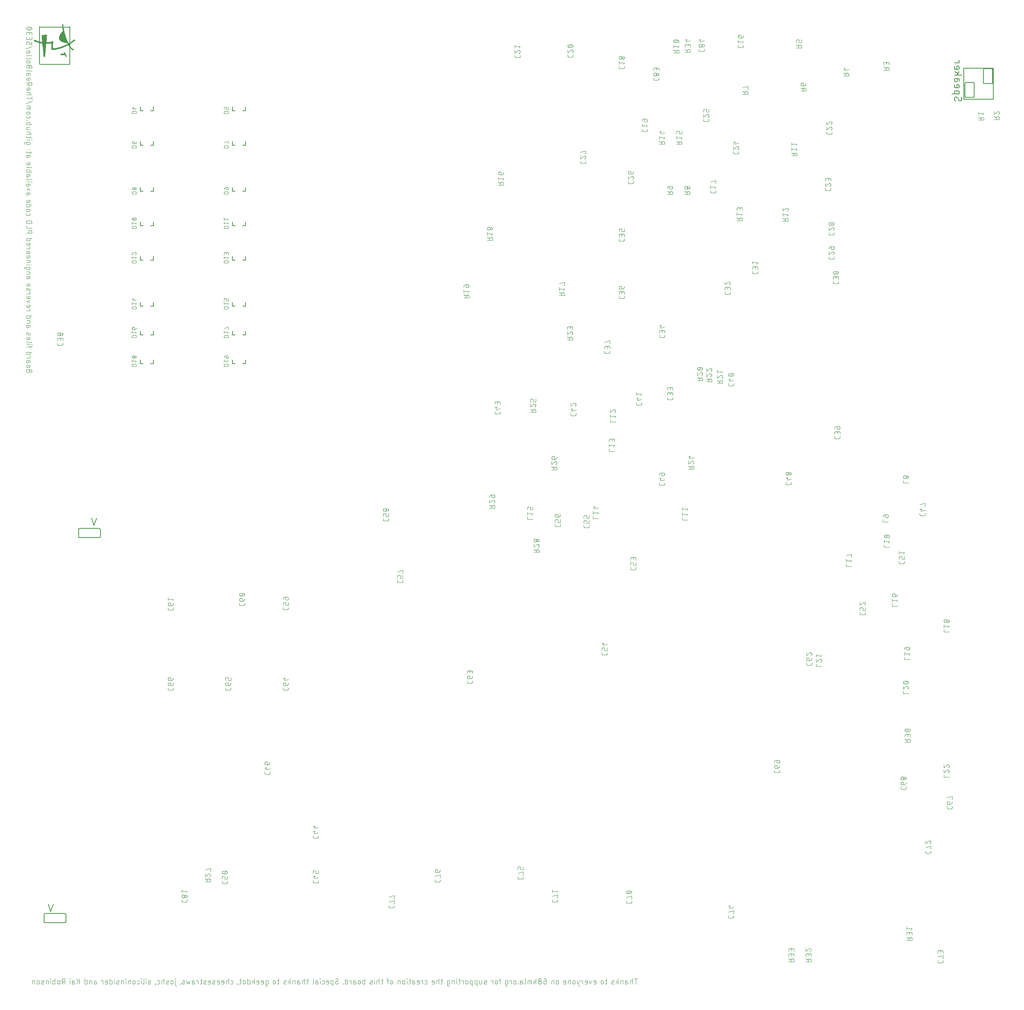
<source format=gbo>
G04 EAGLE Gerber RS-274X export*
G75*
%MOMM*%
%FSLAX34Y34*%
%LPD*%
%INSilkscreen Bottom*%
%IPPOS*%
%AMOC8*
5,1,8,0,0,1.08239X$1,22.5*%
G01*
%ADD10R,0.050800X0.050800*%
%ADD11R,0.050800X0.152400*%
%ADD12R,0.050800X0.304800*%
%ADD13R,0.050800X0.355600*%
%ADD14R,0.050800X0.406400*%
%ADD15R,0.050800X8.382000*%
%ADD16R,0.050800X1.066800*%
%ADD17R,0.050800X1.828800*%
%ADD18R,0.050800X2.235200*%
%ADD19R,0.050800X2.692400*%
%ADD20R,0.050800X3.149600*%
%ADD21R,0.050800X3.606800*%
%ADD22R,0.050800X4.165600*%
%ADD23R,0.050800X4.622800*%
%ADD24R,0.050800X4.876800*%
%ADD25R,0.050800X4.927600*%
%ADD26R,0.050800X4.724400*%
%ADD27R,0.050800X4.013200*%
%ADD28R,0.050800X3.505200*%
%ADD29R,0.050800X2.844800*%
%ADD30R,0.050800X2.387600*%
%ADD31R,0.050800X2.032000*%
%ADD32R,0.050800X1.371600*%
%ADD33R,0.050800X0.711200*%
%ADD34R,0.050800X0.203200*%
%ADD35R,0.050800X1.879600*%
%ADD36R,0.050800X0.457200*%
%ADD37R,0.050800X0.660400*%
%ADD38R,0.050800X0.914400*%
%ADD39R,0.050800X1.270000*%
%ADD40R,0.050800X1.524000*%
%ADD41R,0.050800X1.676400*%
%ADD42R,0.050800X1.778000*%
%ADD43R,0.050800X1.981200*%
%ADD44R,0.050800X2.184400*%
%ADD45R,0.050800X2.336800*%
%ADD46R,0.050800X1.016000*%
%ADD47R,0.050800X3.454400*%
%ADD48R,0.050800X3.048000*%
%ADD49R,0.050800X2.743200*%
%ADD50R,0.050800X2.540000*%
%ADD51R,0.050800X2.286000*%
%ADD52R,0.050800X0.609600*%
%ADD53R,0.050800X2.133600*%
%ADD54R,0.050800X0.558800*%
%ADD55R,0.050800X1.625600*%
%ADD56R,0.050800X1.473200*%
%ADD57R,0.050800X1.219200*%
%ADD58R,0.050800X0.254000*%
%ADD59R,0.050800X0.965200*%
%ADD60R,0.050800X0.812800*%
%ADD61R,0.050800X0.762000*%
%ADD62R,0.050800X0.101600*%
%ADD63C,0.152400*%
%ADD64C,0.101600*%
%ADD65C,0.076200*%


D10*
X30480Y2128520D03*
D11*
X30988Y2129028D03*
D12*
X31496Y2129282D03*
D13*
X32004Y2129536D03*
D14*
X32512Y2129282D03*
D13*
X33020Y2129028D03*
D14*
X33528Y2128774D03*
X34036Y2128774D03*
D13*
X34544Y2128520D03*
D14*
X35052Y2128266D03*
D13*
X35560Y2128012D03*
D14*
X36068Y2127758D03*
D13*
X36576Y2127504D03*
X37084Y2127504D03*
D14*
X37592Y2127250D03*
D13*
X38100Y2126996D03*
X38608Y2126996D03*
D14*
X39116Y2126742D03*
D13*
X39624Y2126488D03*
X40132Y2126488D03*
X40640Y2126488D03*
X41148Y2125980D03*
X41656Y2125980D03*
D15*
X42164Y2118360D03*
X42672Y2118360D03*
X43180Y2118360D03*
D11*
X43688Y2077212D03*
D13*
X43688Y2125472D03*
D11*
X43688Y2159508D03*
X44196Y2077212D03*
D13*
X44196Y2125472D03*
D11*
X44196Y2159508D03*
X44704Y2077212D03*
D13*
X44704Y2125472D03*
D11*
X44704Y2159508D03*
X45212Y2077212D03*
D12*
X45212Y2125218D03*
D11*
X45212Y2159508D03*
X45720Y2077212D03*
D13*
X45720Y2124964D03*
D11*
X45720Y2159508D03*
X46228Y2077212D03*
D13*
X46228Y2124964D03*
D11*
X46228Y2159508D03*
X46736Y2077212D03*
D13*
X46736Y2124964D03*
D11*
X46736Y2159508D03*
X47244Y2077212D03*
D13*
X47244Y2124964D03*
D11*
X47244Y2159508D03*
X47752Y2077212D03*
D12*
X47752Y2124710D03*
D14*
X47752Y2138934D03*
D11*
X47752Y2159508D03*
X48260Y2077212D03*
D12*
X48260Y2124710D03*
D16*
X48260Y2136140D03*
D11*
X48260Y2159508D03*
X48768Y2077212D03*
D17*
X48768Y2132330D03*
D11*
X48768Y2159508D03*
X49276Y2077212D03*
D18*
X49276Y2130298D03*
D11*
X49276Y2159508D03*
X49784Y2077212D03*
D19*
X49784Y2128520D03*
D11*
X49784Y2159508D03*
X50292Y2077212D03*
D20*
X50292Y2126234D03*
D11*
X50292Y2159508D03*
X50800Y2077212D03*
D21*
X50800Y2123948D03*
D11*
X50800Y2159508D03*
X51308Y2077212D03*
D22*
X51308Y2121154D03*
D11*
X51308Y2159508D03*
X51816Y2077212D03*
D23*
X51816Y2118868D03*
D11*
X51816Y2159508D03*
X52324Y2077212D03*
D24*
X52324Y2117598D03*
D11*
X52324Y2159508D03*
X52832Y2077212D03*
D24*
X52832Y2117598D03*
D11*
X52832Y2159508D03*
X53340Y2077212D03*
D24*
X53340Y2117598D03*
D11*
X53340Y2159508D03*
X53848Y2077212D03*
D24*
X53848Y2117598D03*
D11*
X53848Y2159508D03*
X54356Y2077212D03*
D25*
X54356Y2117852D03*
D11*
X54356Y2159508D03*
X54864Y2077212D03*
D26*
X54864Y2118868D03*
D11*
X54864Y2159508D03*
X55372Y2077212D03*
D27*
X55372Y2122424D03*
D11*
X55372Y2159508D03*
X55880Y2077212D03*
D28*
X55880Y2124964D03*
D11*
X55880Y2159508D03*
X56388Y2077212D03*
D29*
X56388Y2128266D03*
D11*
X56388Y2159508D03*
X56896Y2077212D03*
D30*
X56896Y2130552D03*
D11*
X56896Y2159508D03*
X57404Y2077212D03*
D31*
X57404Y2132330D03*
D11*
X57404Y2159508D03*
X57912Y2077212D03*
D12*
X57912Y2124202D03*
D32*
X57912Y2135632D03*
D11*
X57912Y2159508D03*
X58420Y2077212D03*
D12*
X58420Y2124202D03*
D33*
X58420Y2138934D03*
D11*
X58420Y2159508D03*
X58928Y2077212D03*
D12*
X58928Y2124202D03*
D34*
X58928Y2140966D03*
D11*
X58928Y2159508D03*
X59436Y2077212D03*
D12*
X59436Y2124202D03*
D11*
X59436Y2159508D03*
X59944Y2077212D03*
D12*
X59944Y2124202D03*
D11*
X59944Y2159508D03*
X60452Y2077212D03*
D12*
X60452Y2124202D03*
D11*
X60452Y2159508D03*
X60960Y2077212D03*
D12*
X60960Y2124202D03*
D11*
X60960Y2159508D03*
X61468Y2077212D03*
D12*
X61468Y2124202D03*
D11*
X61468Y2159508D03*
X61976Y2077212D03*
D12*
X61976Y2124202D03*
D11*
X61976Y2159508D03*
X62484Y2077212D03*
D13*
X62484Y2124456D03*
D11*
X62484Y2159508D03*
X62992Y2077212D03*
D13*
X62992Y2124456D03*
D11*
X62992Y2159508D03*
X63500Y2077212D03*
D13*
X63500Y2124456D03*
D11*
X63500Y2159508D03*
X64008Y2077212D03*
D13*
X64008Y2124456D03*
D11*
X64008Y2159508D03*
X64516Y2077212D03*
D12*
X64516Y2124710D03*
D11*
X64516Y2159508D03*
X65024Y2077212D03*
D12*
X65024Y2124710D03*
D11*
X65024Y2159508D03*
X65532Y2077212D03*
D12*
X65532Y2124710D03*
D11*
X65532Y2159508D03*
X66040Y2077212D03*
D12*
X66040Y2124710D03*
D11*
X66040Y2159508D03*
X66548Y2077212D03*
D12*
X66548Y2124710D03*
D11*
X66548Y2159508D03*
X67056Y2077212D03*
D13*
X67056Y2124964D03*
D11*
X67056Y2159508D03*
X67564Y2077212D03*
D12*
X67564Y2125218D03*
D11*
X67564Y2159508D03*
X68072Y2077212D03*
D12*
X68072Y2125218D03*
D11*
X68072Y2159508D03*
X68580Y2077212D03*
D12*
X68580Y2125218D03*
D11*
X68580Y2159508D03*
X69088Y2077212D03*
D12*
X69088Y2125218D03*
D11*
X69088Y2159508D03*
X69596Y2077212D03*
D17*
X69596Y2118106D03*
D11*
X69596Y2159508D03*
X70104Y2077212D03*
D17*
X70104Y2118106D03*
D11*
X70104Y2159508D03*
X70612Y2077212D03*
D17*
X70612Y2118106D03*
D11*
X70612Y2159508D03*
X71120Y2077212D03*
D17*
X71120Y2118106D03*
D11*
X71120Y2159508D03*
X71628Y2077212D03*
D35*
X71628Y2118360D03*
D11*
X71628Y2159508D03*
X72136Y2077212D03*
D35*
X72136Y2118360D03*
D11*
X72136Y2159508D03*
X72644Y2077212D03*
D36*
X72644Y2111248D03*
X72644Y2125472D03*
D11*
X72644Y2159508D03*
X73152Y2077212D03*
D13*
X73152Y2110740D03*
D11*
X73152Y2159508D03*
X73660Y2077212D03*
D13*
X73660Y2110740D03*
D11*
X73660Y2159508D03*
X74168Y2077212D03*
D13*
X74168Y2110740D03*
D11*
X74168Y2159508D03*
X74676Y2077212D03*
D13*
X74676Y2110740D03*
D11*
X74676Y2159508D03*
X75184Y2077212D03*
D12*
X75184Y2110994D03*
D11*
X75184Y2159508D03*
X75692Y2077212D03*
D12*
X75692Y2110994D03*
D11*
X75692Y2159508D03*
X76200Y2077212D03*
D12*
X76200Y2110994D03*
D11*
X76200Y2159508D03*
X76708Y2077212D03*
D12*
X76708Y2110994D03*
D11*
X76708Y2159508D03*
X77216Y2077212D03*
D13*
X77216Y2111248D03*
D11*
X77216Y2159508D03*
X77724Y2077212D03*
D13*
X77724Y2111248D03*
D11*
X77724Y2159508D03*
X78232Y2077212D03*
D13*
X78232Y2111248D03*
D11*
X78232Y2159508D03*
X78740Y2077212D03*
D12*
X78740Y2111502D03*
D11*
X78740Y2159508D03*
X79248Y2077212D03*
D12*
X79248Y2111502D03*
D11*
X79248Y2159508D03*
X79756Y2077212D03*
D13*
X79756Y2111756D03*
D11*
X79756Y2159508D03*
X80264Y2077212D03*
D13*
X80264Y2111756D03*
D11*
X80264Y2159508D03*
X80772Y2077212D03*
D13*
X80772Y2111756D03*
D11*
X80772Y2159508D03*
X81280Y2077212D03*
D13*
X81280Y2111756D03*
D11*
X81280Y2159508D03*
X81788Y2077212D03*
D12*
X81788Y2112010D03*
D11*
X81788Y2159508D03*
X82296Y2077212D03*
D12*
X82296Y2112010D03*
D11*
X82296Y2159508D03*
X82804Y2077212D03*
D13*
X82804Y2112264D03*
D11*
X82804Y2159508D03*
X83312Y2077212D03*
D13*
X83312Y2112264D03*
D11*
X83312Y2159508D03*
X83820Y2077212D03*
D13*
X83820Y2112264D03*
D11*
X83820Y2159508D03*
X84328Y2077212D03*
D12*
X84328Y2112518D03*
D11*
X84328Y2159508D03*
X84836Y2077212D03*
D13*
X84836Y2112772D03*
D11*
X84836Y2159508D03*
X85344Y2077212D03*
D13*
X85344Y2112772D03*
D11*
X85344Y2159508D03*
X85852Y2077212D03*
D12*
X85852Y2113026D03*
X85852Y2134870D03*
D11*
X85852Y2159508D03*
X86360Y2077212D03*
D13*
X86360Y2113280D03*
D37*
X86360Y2135124D03*
D11*
X86360Y2159508D03*
X86868Y2077212D03*
D13*
X86868Y2113280D03*
D38*
X86868Y2135378D03*
D11*
X86868Y2159508D03*
X87376Y2077212D03*
D13*
X87376Y2113280D03*
D16*
X87376Y2135632D03*
D11*
X87376Y2159508D03*
X87884Y2077212D03*
D12*
X87884Y2113534D03*
D39*
X87884Y2136140D03*
D11*
X87884Y2159508D03*
X88392Y2077212D03*
D13*
X88392Y2113788D03*
D32*
X88392Y2136140D03*
D11*
X88392Y2159508D03*
X88900Y2077212D03*
D13*
X88900Y2113788D03*
D40*
X88900Y2136394D03*
D11*
X88900Y2159508D03*
X89408Y2077212D03*
D12*
X89408Y2114042D03*
D41*
X89408Y2136648D03*
D11*
X89408Y2159508D03*
X89916Y2077212D03*
D14*
X89916Y2099310D03*
D13*
X89916Y2114296D03*
D42*
X89916Y2136648D03*
D11*
X89916Y2159508D03*
X90424Y2077212D03*
D14*
X90424Y2099310D03*
D13*
X90424Y2114296D03*
D35*
X90424Y2137156D03*
D11*
X90424Y2159508D03*
X90932Y2077212D03*
D14*
X90932Y2099310D03*
D13*
X90932Y2114296D03*
D43*
X90932Y2137156D03*
D11*
X90932Y2159508D03*
X91440Y2077212D03*
D14*
X91440Y2099310D03*
D13*
X91440Y2114804D03*
D31*
X91440Y2137410D03*
D11*
X91440Y2159508D03*
X91948Y2077212D03*
D14*
X91948Y2099310D03*
D13*
X91948Y2114804D03*
D44*
X91948Y2137664D03*
D11*
X91948Y2159508D03*
X92456Y2077212D03*
D14*
X92456Y2099310D03*
D12*
X92456Y2115058D03*
D18*
X92456Y2137918D03*
D11*
X92456Y2159508D03*
X92964Y2077212D03*
D14*
X92964Y2099310D03*
D13*
X92964Y2115312D03*
D45*
X92964Y2137918D03*
D33*
X92964Y2162302D03*
D11*
X93472Y2077212D03*
D14*
X93472Y2099310D03*
D13*
X93472Y2115312D03*
D30*
X93472Y2138172D03*
D46*
X93472Y2160778D03*
D11*
X93980Y2077212D03*
D14*
X93980Y2099310D03*
D13*
X93980Y2115820D03*
D30*
X93980Y2138172D03*
D39*
X93980Y2159508D03*
D11*
X94488Y2077212D03*
D14*
X94488Y2099310D03*
D13*
X94488Y2115820D03*
D27*
X94488Y2145792D03*
D11*
X94996Y2077212D03*
D14*
X94996Y2099310D03*
D13*
X94996Y2115820D03*
D27*
X94996Y2145792D03*
D11*
X95504Y2077212D03*
D14*
X95504Y2099310D03*
D13*
X95504Y2116328D03*
D47*
X95504Y2142998D03*
D11*
X96012Y2077212D03*
D14*
X96012Y2099310D03*
D11*
X96012Y2103628D03*
D13*
X96012Y2116328D03*
D48*
X96012Y2140458D03*
D11*
X96012Y2159508D03*
X96520Y2077212D03*
D14*
X96520Y2099310D03*
D34*
X96520Y2103374D03*
D13*
X96520Y2116836D03*
D49*
X96520Y2138934D03*
D11*
X96520Y2159508D03*
X97028Y2077212D03*
D33*
X97028Y2100834D03*
D13*
X97028Y2116836D03*
D50*
X97028Y2137918D03*
D11*
X97028Y2159508D03*
X97536Y2077212D03*
D33*
X97536Y2100834D03*
D12*
X97536Y2117090D03*
D51*
X97536Y2136648D03*
D11*
X97536Y2159508D03*
X98044Y2077212D03*
D52*
X98044Y2100326D03*
D13*
X98044Y2117344D03*
D53*
X98044Y2135378D03*
D11*
X98044Y2159508D03*
X98552Y2077212D03*
D54*
X98552Y2100072D03*
D13*
X98552Y2117344D03*
D43*
X98552Y2134616D03*
D11*
X98552Y2159508D03*
X99060Y2077212D03*
D36*
X99060Y2099564D03*
D13*
X99060Y2117852D03*
D42*
X99060Y2133600D03*
D11*
X99060Y2159508D03*
X99568Y2077212D03*
D14*
X99568Y2098802D03*
D13*
X99568Y2117852D03*
D55*
X99568Y2132838D03*
D11*
X99568Y2159508D03*
X100076Y2077212D03*
D36*
X100076Y2097532D03*
D13*
X100076Y2118360D03*
D56*
X100076Y2132076D03*
D11*
X100076Y2159508D03*
X100584Y2077212D03*
D36*
X100584Y2096516D03*
D13*
X100584Y2118360D03*
D32*
X100584Y2131060D03*
D11*
X100584Y2159508D03*
X101092Y2077212D03*
D14*
X101092Y2095754D03*
D13*
X101092Y2118868D03*
D57*
X101092Y2130298D03*
D11*
X101092Y2159508D03*
X101600Y2077212D03*
D14*
X101600Y2095246D03*
D13*
X101600Y2118868D03*
D16*
X101600Y2129536D03*
D11*
X101600Y2159508D03*
X102108Y2077212D03*
D58*
X102108Y2094484D03*
D13*
X102108Y2119376D03*
D59*
X102108Y2129028D03*
D11*
X102108Y2159508D03*
X102616Y2077212D03*
X102616Y2094484D03*
D13*
X102616Y2119376D03*
D60*
X102616Y2128266D03*
D11*
X102616Y2159508D03*
X103124Y2077212D03*
D13*
X103124Y2119884D03*
D33*
X103124Y2127758D03*
D11*
X103124Y2159508D03*
X103632Y2077212D03*
D13*
X103632Y2119884D03*
D54*
X103632Y2126996D03*
D11*
X103632Y2159508D03*
X104140Y2077212D03*
D13*
X104140Y2120392D03*
D54*
X104140Y2125980D03*
D11*
X104140Y2159508D03*
X104648Y2077212D03*
D38*
X104648Y2123186D03*
D11*
X104648Y2159508D03*
X105156Y2077212D03*
D61*
X105156Y2122932D03*
D11*
X105156Y2159508D03*
X105664Y2077212D03*
D52*
X105664Y2122170D03*
D11*
X105664Y2159508D03*
X106172Y2077212D03*
D54*
X106172Y2121916D03*
D11*
X106172Y2159508D03*
X106680Y2077212D03*
D54*
X106680Y2120900D03*
D11*
X106680Y2159508D03*
X107188Y2077212D03*
D52*
X107188Y2120646D03*
D11*
X107188Y2159508D03*
X107696Y2077212D03*
D61*
X107696Y2120392D03*
D11*
X107696Y2159508D03*
X108204Y2077212D03*
D60*
X108204Y2120138D03*
D11*
X108204Y2159508D03*
X108712Y2077212D03*
D36*
X108712Y2117344D03*
D13*
X108712Y2122932D03*
D11*
X108712Y2159508D03*
D15*
X109220Y2118360D03*
X109728Y2118360D03*
X110236Y2118360D03*
D14*
X110744Y2114550D03*
D13*
X110744Y2123948D03*
D14*
X111252Y2114042D03*
D13*
X111252Y2124456D03*
X111760Y2113280D03*
D14*
X111760Y2124710D03*
D13*
X112268Y2112772D03*
X112268Y2124964D03*
X112776Y2112264D03*
X112776Y2125472D03*
X113284Y2111756D03*
D14*
X113284Y2125726D03*
D13*
X113792Y2111248D03*
D14*
X113792Y2126234D03*
D13*
X114300Y2110740D03*
X114300Y2126488D03*
D12*
X114808Y2110486D03*
D14*
X114808Y2126742D03*
D12*
X115316Y2109978D03*
D14*
X115316Y2127250D03*
D58*
X115824Y2109724D03*
D14*
X115824Y2127758D03*
D12*
X116332Y2109470D03*
D13*
X116332Y2128012D03*
D58*
X116840Y2109216D03*
D14*
X116840Y2128266D03*
D58*
X117348Y2109216D03*
D14*
X117348Y2128774D03*
X117856Y2129282D03*
X118364Y2129282D03*
X118872Y2129790D03*
X119380Y2130298D03*
D58*
X119888Y2130044D03*
D11*
X120396Y2130044D03*
D62*
X120904Y2129790D03*
D63*
X2061972Y2001494D02*
X2061974Y2001612D01*
X2061980Y2001730D01*
X2061989Y2001848D01*
X2062003Y2001965D01*
X2062020Y2002082D01*
X2062041Y2002199D01*
X2062066Y2002314D01*
X2062095Y2002429D01*
X2062128Y2002543D01*
X2062164Y2002655D01*
X2062204Y2002766D01*
X2062247Y2002876D01*
X2062294Y2002985D01*
X2062344Y2003092D01*
X2062399Y2003197D01*
X2062456Y2003300D01*
X2062517Y2003401D01*
X2062581Y2003501D01*
X2062648Y2003598D01*
X2062718Y2003693D01*
X2062792Y2003785D01*
X2062868Y2003876D01*
X2062948Y2003963D01*
X2063030Y2004048D01*
X2063115Y2004130D01*
X2063202Y2004210D01*
X2063293Y2004286D01*
X2063385Y2004360D01*
X2063480Y2004430D01*
X2063577Y2004497D01*
X2063677Y2004561D01*
X2063778Y2004622D01*
X2063881Y2004679D01*
X2063986Y2004734D01*
X2064093Y2004784D01*
X2064202Y2004831D01*
X2064312Y2004874D01*
X2064423Y2004914D01*
X2064535Y2004950D01*
X2064649Y2004983D01*
X2064764Y2005012D01*
X2064879Y2005037D01*
X2064996Y2005058D01*
X2065113Y2005075D01*
X2065230Y2005089D01*
X2065348Y2005098D01*
X2065466Y2005104D01*
X2065584Y2005106D01*
X2061972Y2001494D02*
X2061974Y2001311D01*
X2061981Y2001129D01*
X2061992Y2000947D01*
X2062007Y2000765D01*
X2062027Y2000583D01*
X2062050Y2000402D01*
X2062079Y2000222D01*
X2062111Y2000042D01*
X2062148Y1999863D01*
X2062189Y1999686D01*
X2062235Y1999509D01*
X2062284Y1999333D01*
X2062338Y1999159D01*
X2062396Y1998985D01*
X2062458Y1998814D01*
X2062524Y1998644D01*
X2062595Y1998475D01*
X2062669Y1998308D01*
X2062747Y1998143D01*
X2062829Y1997980D01*
X2062915Y1997819D01*
X2063005Y1997660D01*
X2063099Y1997503D01*
X2063196Y1997349D01*
X2063297Y1997197D01*
X2063402Y1997047D01*
X2063510Y1996900D01*
X2063621Y1996756D01*
X2063736Y1996614D01*
X2063855Y1996475D01*
X2063977Y1996339D01*
X2064102Y1996206D01*
X2064230Y1996076D01*
X2074616Y1996527D02*
X2074734Y1996529D01*
X2074852Y1996535D01*
X2074970Y1996544D01*
X2075087Y1996558D01*
X2075204Y1996575D01*
X2075321Y1996596D01*
X2075436Y1996621D01*
X2075551Y1996650D01*
X2075665Y1996683D01*
X2075777Y1996719D01*
X2075888Y1996759D01*
X2075998Y1996802D01*
X2076107Y1996849D01*
X2076214Y1996899D01*
X2076319Y1996954D01*
X2076422Y1997011D01*
X2076523Y1997072D01*
X2076623Y1997136D01*
X2076720Y1997203D01*
X2076815Y1997273D01*
X2076907Y1997347D01*
X2076998Y1997423D01*
X2077085Y1997503D01*
X2077170Y1997585D01*
X2077252Y1997670D01*
X2077332Y1997757D01*
X2077408Y1997848D01*
X2077482Y1997940D01*
X2077552Y1998035D01*
X2077619Y1998132D01*
X2077683Y1998232D01*
X2077744Y1998333D01*
X2077802Y1998436D01*
X2077856Y1998541D01*
X2077906Y1998648D01*
X2077953Y1998757D01*
X2077997Y1998867D01*
X2078036Y1998978D01*
X2078072Y1999091D01*
X2078105Y1999204D01*
X2078134Y1999319D01*
X2078159Y1999434D01*
X2078180Y1999551D01*
X2078197Y1999668D01*
X2078211Y1999785D01*
X2078220Y1999903D01*
X2078226Y2000021D01*
X2078228Y2000139D01*
X2078226Y2000300D01*
X2078220Y2000462D01*
X2078211Y2000623D01*
X2078197Y2000784D01*
X2078180Y2000944D01*
X2078159Y2001104D01*
X2078134Y2001264D01*
X2078105Y2001423D01*
X2078073Y2001581D01*
X2078037Y2001738D01*
X2077997Y2001894D01*
X2077953Y2002050D01*
X2077905Y2002204D01*
X2077854Y2002357D01*
X2077800Y2002509D01*
X2077741Y2002660D01*
X2077680Y2002809D01*
X2077614Y2002956D01*
X2077545Y2003102D01*
X2077473Y2003247D01*
X2077397Y2003389D01*
X2077318Y2003530D01*
X2077236Y2003669D01*
X2077150Y2003805D01*
X2077061Y2003940D01*
X2076969Y2004073D01*
X2076873Y2004203D01*
X2071455Y1998332D02*
X2071517Y1998231D01*
X2071582Y1998131D01*
X2071651Y1998034D01*
X2071723Y1997939D01*
X2071797Y1997846D01*
X2071875Y1997756D01*
X2071956Y1997668D01*
X2072039Y1997583D01*
X2072125Y1997501D01*
X2072214Y1997422D01*
X2072305Y1997345D01*
X2072399Y1997272D01*
X2072495Y1997201D01*
X2072593Y1997134D01*
X2072693Y1997070D01*
X2072796Y1997009D01*
X2072900Y1996952D01*
X2073006Y1996898D01*
X2073114Y1996848D01*
X2073223Y1996801D01*
X2073334Y1996757D01*
X2073446Y1996717D01*
X2073560Y1996681D01*
X2073674Y1996649D01*
X2073790Y1996620D01*
X2073906Y1996595D01*
X2074023Y1996574D01*
X2074141Y1996557D01*
X2074259Y1996543D01*
X2074378Y1996534D01*
X2074497Y1996528D01*
X2074616Y1996526D01*
X2068745Y2003300D02*
X2068683Y2003401D01*
X2068618Y2003501D01*
X2068549Y2003598D01*
X2068477Y2003693D01*
X2068403Y2003786D01*
X2068325Y2003876D01*
X2068244Y2003964D01*
X2068161Y2004049D01*
X2068075Y2004131D01*
X2067986Y2004210D01*
X2067895Y2004287D01*
X2067801Y2004360D01*
X2067705Y2004431D01*
X2067607Y2004498D01*
X2067507Y2004562D01*
X2067404Y2004623D01*
X2067300Y2004680D01*
X2067194Y2004734D01*
X2067086Y2004784D01*
X2066977Y2004831D01*
X2066866Y2004875D01*
X2066754Y2004915D01*
X2066640Y2004951D01*
X2066526Y2004983D01*
X2066410Y2005012D01*
X2066294Y2005037D01*
X2066177Y2005058D01*
X2066059Y2005075D01*
X2065941Y2005089D01*
X2065822Y2005098D01*
X2065703Y2005104D01*
X2065584Y2005106D01*
X2068745Y2003300D02*
X2071455Y1998333D01*
X2072809Y2011640D02*
X2056553Y2011640D01*
X2072809Y2011640D02*
X2072809Y2016156D01*
X2072807Y2016257D01*
X2072801Y2016358D01*
X2072792Y2016459D01*
X2072779Y2016560D01*
X2072762Y2016660D01*
X2072741Y2016759D01*
X2072717Y2016857D01*
X2072689Y2016954D01*
X2072657Y2017051D01*
X2072622Y2017146D01*
X2072583Y2017239D01*
X2072541Y2017331D01*
X2072495Y2017422D01*
X2072446Y2017511D01*
X2072394Y2017597D01*
X2072338Y2017682D01*
X2072280Y2017765D01*
X2072218Y2017845D01*
X2072153Y2017923D01*
X2072086Y2017999D01*
X2072016Y2018072D01*
X2071943Y2018142D01*
X2071867Y2018209D01*
X2071789Y2018274D01*
X2071709Y2018336D01*
X2071626Y2018394D01*
X2071541Y2018450D01*
X2071455Y2018502D01*
X2071366Y2018551D01*
X2071275Y2018597D01*
X2071183Y2018639D01*
X2071090Y2018678D01*
X2070995Y2018713D01*
X2070898Y2018745D01*
X2070801Y2018773D01*
X2070703Y2018797D01*
X2070604Y2018818D01*
X2070504Y2018835D01*
X2070403Y2018848D01*
X2070302Y2018857D01*
X2070201Y2018863D01*
X2070100Y2018865D01*
X2064681Y2018865D01*
X2064580Y2018863D01*
X2064479Y2018857D01*
X2064378Y2018848D01*
X2064277Y2018835D01*
X2064177Y2018818D01*
X2064078Y2018797D01*
X2063980Y2018773D01*
X2063883Y2018745D01*
X2063786Y2018713D01*
X2063691Y2018678D01*
X2063598Y2018639D01*
X2063506Y2018597D01*
X2063415Y2018551D01*
X2063327Y2018502D01*
X2063240Y2018450D01*
X2063155Y2018394D01*
X2063072Y2018336D01*
X2062992Y2018274D01*
X2062914Y2018209D01*
X2062838Y2018142D01*
X2062765Y2018072D01*
X2062695Y2017999D01*
X2062628Y2017923D01*
X2062563Y2017845D01*
X2062501Y2017765D01*
X2062443Y2017682D01*
X2062387Y2017597D01*
X2062335Y2017511D01*
X2062286Y2017422D01*
X2062240Y2017331D01*
X2062198Y2017239D01*
X2062159Y2017146D01*
X2062124Y2017051D01*
X2062092Y2016954D01*
X2062064Y2016857D01*
X2062040Y2016759D01*
X2062019Y2016660D01*
X2062002Y2016560D01*
X2061989Y2016459D01*
X2061980Y2016358D01*
X2061974Y2016257D01*
X2061972Y2016156D01*
X2061972Y2011640D01*
X2061972Y2027823D02*
X2061972Y2032339D01*
X2061972Y2027823D02*
X2061974Y2027722D01*
X2061980Y2027621D01*
X2061989Y2027520D01*
X2062002Y2027419D01*
X2062019Y2027319D01*
X2062040Y2027220D01*
X2062064Y2027122D01*
X2062092Y2027025D01*
X2062124Y2026928D01*
X2062159Y2026833D01*
X2062198Y2026740D01*
X2062240Y2026648D01*
X2062286Y2026557D01*
X2062335Y2026469D01*
X2062387Y2026382D01*
X2062443Y2026297D01*
X2062501Y2026214D01*
X2062563Y2026134D01*
X2062628Y2026056D01*
X2062695Y2025980D01*
X2062765Y2025907D01*
X2062838Y2025837D01*
X2062914Y2025770D01*
X2062992Y2025705D01*
X2063072Y2025643D01*
X2063155Y2025585D01*
X2063240Y2025529D01*
X2063327Y2025477D01*
X2063415Y2025428D01*
X2063506Y2025382D01*
X2063598Y2025340D01*
X2063691Y2025301D01*
X2063786Y2025266D01*
X2063883Y2025234D01*
X2063980Y2025206D01*
X2064078Y2025182D01*
X2064177Y2025161D01*
X2064277Y2025144D01*
X2064378Y2025131D01*
X2064479Y2025122D01*
X2064580Y2025116D01*
X2064681Y2025114D01*
X2069197Y2025114D01*
X2069197Y2025115D02*
X2069316Y2025117D01*
X2069436Y2025123D01*
X2069555Y2025133D01*
X2069673Y2025147D01*
X2069792Y2025164D01*
X2069909Y2025186D01*
X2070026Y2025211D01*
X2070141Y2025241D01*
X2070256Y2025274D01*
X2070370Y2025311D01*
X2070482Y2025351D01*
X2070593Y2025396D01*
X2070702Y2025444D01*
X2070810Y2025495D01*
X2070916Y2025550D01*
X2071020Y2025609D01*
X2071122Y2025671D01*
X2071222Y2025736D01*
X2071320Y2025805D01*
X2071416Y2025877D01*
X2071509Y2025952D01*
X2071599Y2026029D01*
X2071687Y2026110D01*
X2071772Y2026194D01*
X2071854Y2026281D01*
X2071934Y2026370D01*
X2072010Y2026462D01*
X2072084Y2026556D01*
X2072154Y2026653D01*
X2072221Y2026751D01*
X2072285Y2026852D01*
X2072345Y2026956D01*
X2072402Y2027061D01*
X2072455Y2027168D01*
X2072505Y2027276D01*
X2072551Y2027386D01*
X2072593Y2027498D01*
X2072632Y2027611D01*
X2072667Y2027725D01*
X2072698Y2027840D01*
X2072726Y2027957D01*
X2072749Y2028074D01*
X2072769Y2028191D01*
X2072785Y2028310D01*
X2072797Y2028429D01*
X2072805Y2028548D01*
X2072809Y2028667D01*
X2072809Y2028787D01*
X2072805Y2028906D01*
X2072797Y2029025D01*
X2072785Y2029144D01*
X2072769Y2029263D01*
X2072749Y2029380D01*
X2072726Y2029497D01*
X2072698Y2029614D01*
X2072667Y2029729D01*
X2072632Y2029843D01*
X2072593Y2029956D01*
X2072551Y2030068D01*
X2072505Y2030178D01*
X2072455Y2030286D01*
X2072402Y2030393D01*
X2072345Y2030498D01*
X2072285Y2030602D01*
X2072221Y2030703D01*
X2072154Y2030801D01*
X2072084Y2030898D01*
X2072010Y2030992D01*
X2071934Y2031084D01*
X2071854Y2031173D01*
X2071772Y2031260D01*
X2071687Y2031344D01*
X2071599Y2031425D01*
X2071509Y2031502D01*
X2071416Y2031577D01*
X2071320Y2031649D01*
X2071222Y2031718D01*
X2071122Y2031783D01*
X2071020Y2031845D01*
X2070916Y2031904D01*
X2070810Y2031959D01*
X2070702Y2032010D01*
X2070593Y2032058D01*
X2070482Y2032103D01*
X2070370Y2032143D01*
X2070256Y2032180D01*
X2070141Y2032213D01*
X2070026Y2032243D01*
X2069909Y2032268D01*
X2069792Y2032290D01*
X2069673Y2032307D01*
X2069555Y2032321D01*
X2069436Y2032331D01*
X2069316Y2032337D01*
X2069197Y2032339D01*
X2067391Y2032339D01*
X2067391Y2025114D01*
X2068294Y2041749D02*
X2068294Y2045813D01*
X2068294Y2041749D02*
X2068292Y2041637D01*
X2068286Y2041526D01*
X2068276Y2041415D01*
X2068263Y2041304D01*
X2068245Y2041194D01*
X2068223Y2041085D01*
X2068198Y2040976D01*
X2068169Y2040868D01*
X2068136Y2040762D01*
X2068099Y2040656D01*
X2068059Y2040552D01*
X2068015Y2040450D01*
X2067967Y2040349D01*
X2067916Y2040250D01*
X2067861Y2040152D01*
X2067803Y2040057D01*
X2067742Y2039964D01*
X2067677Y2039873D01*
X2067609Y2039784D01*
X2067538Y2039698D01*
X2067465Y2039615D01*
X2067388Y2039534D01*
X2067308Y2039455D01*
X2067226Y2039380D01*
X2067141Y2039308D01*
X2067054Y2039238D01*
X2066964Y2039172D01*
X2066872Y2039109D01*
X2066777Y2039049D01*
X2066681Y2038993D01*
X2066583Y2038940D01*
X2066483Y2038891D01*
X2066381Y2038845D01*
X2066278Y2038803D01*
X2066173Y2038764D01*
X2066067Y2038729D01*
X2065960Y2038698D01*
X2065852Y2038671D01*
X2065743Y2038647D01*
X2065633Y2038628D01*
X2065523Y2038612D01*
X2065412Y2038600D01*
X2065300Y2038592D01*
X2065189Y2038588D01*
X2065077Y2038588D01*
X2064966Y2038592D01*
X2064854Y2038600D01*
X2064743Y2038612D01*
X2064633Y2038628D01*
X2064523Y2038647D01*
X2064414Y2038671D01*
X2064306Y2038698D01*
X2064199Y2038729D01*
X2064093Y2038764D01*
X2063988Y2038803D01*
X2063885Y2038845D01*
X2063783Y2038891D01*
X2063683Y2038940D01*
X2063585Y2038993D01*
X2063489Y2039049D01*
X2063394Y2039109D01*
X2063302Y2039172D01*
X2063212Y2039238D01*
X2063125Y2039308D01*
X2063040Y2039380D01*
X2062958Y2039455D01*
X2062878Y2039534D01*
X2062801Y2039615D01*
X2062728Y2039698D01*
X2062657Y2039784D01*
X2062589Y2039873D01*
X2062524Y2039964D01*
X2062463Y2040057D01*
X2062405Y2040152D01*
X2062350Y2040250D01*
X2062299Y2040349D01*
X2062251Y2040450D01*
X2062207Y2040552D01*
X2062167Y2040656D01*
X2062130Y2040762D01*
X2062097Y2040868D01*
X2062068Y2040976D01*
X2062043Y2041085D01*
X2062021Y2041194D01*
X2062003Y2041304D01*
X2061990Y2041415D01*
X2061980Y2041526D01*
X2061974Y2041637D01*
X2061972Y2041749D01*
X2061972Y2045813D01*
X2070100Y2045813D01*
X2070100Y2045812D02*
X2070201Y2045810D01*
X2070302Y2045804D01*
X2070403Y2045795D01*
X2070504Y2045782D01*
X2070604Y2045765D01*
X2070703Y2045744D01*
X2070801Y2045720D01*
X2070898Y2045692D01*
X2070995Y2045660D01*
X2071090Y2045625D01*
X2071183Y2045586D01*
X2071275Y2045544D01*
X2071366Y2045498D01*
X2071455Y2045449D01*
X2071541Y2045397D01*
X2071626Y2045341D01*
X2071709Y2045283D01*
X2071789Y2045221D01*
X2071867Y2045156D01*
X2071943Y2045089D01*
X2072016Y2045019D01*
X2072086Y2044946D01*
X2072153Y2044870D01*
X2072218Y2044792D01*
X2072280Y2044712D01*
X2072338Y2044629D01*
X2072394Y2044544D01*
X2072446Y2044458D01*
X2072495Y2044369D01*
X2072541Y2044278D01*
X2072583Y2044186D01*
X2072622Y2044093D01*
X2072657Y2043998D01*
X2072689Y2043901D01*
X2072717Y2043804D01*
X2072741Y2043706D01*
X2072762Y2043607D01*
X2072779Y2043507D01*
X2072792Y2043406D01*
X2072801Y2043305D01*
X2072807Y2043204D01*
X2072809Y2043103D01*
X2072809Y2039491D01*
X2078228Y2053419D02*
X2061972Y2053419D01*
X2067391Y2053419D02*
X2072809Y2060644D01*
X2069648Y2056580D02*
X2061972Y2060644D01*
X2061972Y2068986D02*
X2061972Y2073501D01*
X2061972Y2068986D02*
X2061974Y2068885D01*
X2061980Y2068784D01*
X2061989Y2068683D01*
X2062002Y2068582D01*
X2062019Y2068482D01*
X2062040Y2068383D01*
X2062064Y2068285D01*
X2062092Y2068188D01*
X2062124Y2068091D01*
X2062159Y2067996D01*
X2062198Y2067903D01*
X2062240Y2067811D01*
X2062286Y2067720D01*
X2062335Y2067632D01*
X2062387Y2067545D01*
X2062443Y2067460D01*
X2062501Y2067377D01*
X2062563Y2067297D01*
X2062628Y2067219D01*
X2062695Y2067143D01*
X2062765Y2067070D01*
X2062838Y2067000D01*
X2062914Y2066933D01*
X2062992Y2066868D01*
X2063072Y2066806D01*
X2063155Y2066748D01*
X2063240Y2066692D01*
X2063327Y2066640D01*
X2063415Y2066591D01*
X2063506Y2066545D01*
X2063598Y2066503D01*
X2063691Y2066464D01*
X2063786Y2066429D01*
X2063883Y2066397D01*
X2063980Y2066369D01*
X2064078Y2066345D01*
X2064177Y2066324D01*
X2064277Y2066307D01*
X2064378Y2066294D01*
X2064479Y2066285D01*
X2064580Y2066279D01*
X2064681Y2066277D01*
X2064681Y2066276D02*
X2069197Y2066276D01*
X2069197Y2066277D02*
X2069316Y2066279D01*
X2069436Y2066285D01*
X2069555Y2066295D01*
X2069673Y2066309D01*
X2069792Y2066326D01*
X2069909Y2066348D01*
X2070026Y2066373D01*
X2070141Y2066403D01*
X2070256Y2066436D01*
X2070370Y2066473D01*
X2070482Y2066513D01*
X2070593Y2066558D01*
X2070702Y2066606D01*
X2070810Y2066657D01*
X2070916Y2066712D01*
X2071020Y2066771D01*
X2071122Y2066833D01*
X2071222Y2066898D01*
X2071320Y2066967D01*
X2071416Y2067039D01*
X2071509Y2067114D01*
X2071599Y2067191D01*
X2071687Y2067272D01*
X2071772Y2067356D01*
X2071854Y2067443D01*
X2071934Y2067532D01*
X2072010Y2067624D01*
X2072084Y2067718D01*
X2072154Y2067815D01*
X2072221Y2067913D01*
X2072285Y2068014D01*
X2072345Y2068118D01*
X2072402Y2068223D01*
X2072455Y2068330D01*
X2072505Y2068438D01*
X2072551Y2068548D01*
X2072593Y2068660D01*
X2072632Y2068773D01*
X2072667Y2068887D01*
X2072698Y2069002D01*
X2072726Y2069119D01*
X2072749Y2069236D01*
X2072769Y2069353D01*
X2072785Y2069472D01*
X2072797Y2069591D01*
X2072805Y2069710D01*
X2072809Y2069829D01*
X2072809Y2069949D01*
X2072805Y2070068D01*
X2072797Y2070187D01*
X2072785Y2070306D01*
X2072769Y2070425D01*
X2072749Y2070542D01*
X2072726Y2070659D01*
X2072698Y2070776D01*
X2072667Y2070891D01*
X2072632Y2071005D01*
X2072593Y2071118D01*
X2072551Y2071230D01*
X2072505Y2071340D01*
X2072455Y2071448D01*
X2072402Y2071555D01*
X2072345Y2071660D01*
X2072285Y2071764D01*
X2072221Y2071865D01*
X2072154Y2071963D01*
X2072084Y2072060D01*
X2072010Y2072154D01*
X2071934Y2072246D01*
X2071854Y2072335D01*
X2071772Y2072422D01*
X2071687Y2072506D01*
X2071599Y2072587D01*
X2071509Y2072664D01*
X2071416Y2072739D01*
X2071320Y2072811D01*
X2071222Y2072880D01*
X2071122Y2072945D01*
X2071020Y2073007D01*
X2070916Y2073066D01*
X2070810Y2073121D01*
X2070702Y2073172D01*
X2070593Y2073220D01*
X2070482Y2073265D01*
X2070370Y2073305D01*
X2070256Y2073342D01*
X2070141Y2073375D01*
X2070026Y2073405D01*
X2069909Y2073430D01*
X2069792Y2073452D01*
X2069673Y2073469D01*
X2069555Y2073483D01*
X2069436Y2073493D01*
X2069316Y2073499D01*
X2069197Y2073501D01*
X2067391Y2073501D01*
X2067391Y2066276D01*
X2061972Y2080429D02*
X2072809Y2080429D01*
X2072809Y2085848D01*
X2071003Y2085848D01*
X2082800Y2068830D02*
X2082800Y2000250D01*
X2082800Y2068830D02*
X2147570Y2068830D01*
X2147570Y2000250D01*
X2082800Y2000250D01*
X168148Y1074928D02*
X162729Y1058672D01*
X157311Y1074928D01*
X72559Y221488D02*
X67141Y205232D01*
X61722Y221488D01*
D64*
X1358574Y56642D02*
X1358574Y44958D01*
X1361819Y56642D02*
X1355328Y56642D01*
X1350883Y56642D02*
X1350883Y44958D01*
X1350883Y52747D02*
X1347638Y52747D01*
X1347551Y52745D01*
X1347463Y52739D01*
X1347377Y52729D01*
X1347290Y52716D01*
X1347205Y52698D01*
X1347120Y52677D01*
X1347036Y52652D01*
X1346954Y52623D01*
X1346873Y52590D01*
X1346793Y52554D01*
X1346715Y52515D01*
X1346639Y52471D01*
X1346565Y52425D01*
X1346494Y52375D01*
X1346424Y52322D01*
X1346357Y52266D01*
X1346293Y52207D01*
X1346231Y52146D01*
X1346172Y52081D01*
X1346116Y52014D01*
X1346063Y51944D01*
X1346013Y51873D01*
X1345967Y51799D01*
X1345924Y51723D01*
X1345884Y51645D01*
X1345848Y51565D01*
X1345815Y51484D01*
X1345786Y51402D01*
X1345761Y51318D01*
X1345740Y51233D01*
X1345722Y51148D01*
X1345709Y51061D01*
X1345699Y50975D01*
X1345693Y50887D01*
X1345691Y50800D01*
X1345690Y50800D02*
X1345690Y44958D01*
X1338383Y49502D02*
X1335462Y49502D01*
X1338383Y49502D02*
X1338477Y49500D01*
X1338571Y49494D01*
X1338664Y49485D01*
X1338757Y49471D01*
X1338849Y49454D01*
X1338941Y49432D01*
X1339031Y49408D01*
X1339121Y49379D01*
X1339209Y49347D01*
X1339296Y49311D01*
X1339381Y49271D01*
X1339464Y49228D01*
X1339546Y49182D01*
X1339626Y49132D01*
X1339703Y49079D01*
X1339778Y49023D01*
X1339851Y48964D01*
X1339922Y48902D01*
X1339990Y48837D01*
X1340055Y48769D01*
X1340117Y48698D01*
X1340176Y48625D01*
X1340232Y48550D01*
X1340285Y48473D01*
X1340335Y48393D01*
X1340381Y48311D01*
X1340424Y48228D01*
X1340464Y48143D01*
X1340500Y48056D01*
X1340532Y47968D01*
X1340561Y47878D01*
X1340585Y47788D01*
X1340607Y47696D01*
X1340624Y47604D01*
X1340638Y47511D01*
X1340647Y47418D01*
X1340653Y47324D01*
X1340655Y47230D01*
X1340653Y47136D01*
X1340647Y47042D01*
X1340638Y46949D01*
X1340624Y46856D01*
X1340607Y46764D01*
X1340585Y46672D01*
X1340561Y46582D01*
X1340532Y46492D01*
X1340500Y46404D01*
X1340464Y46317D01*
X1340424Y46232D01*
X1340381Y46149D01*
X1340335Y46067D01*
X1340285Y45987D01*
X1340232Y45910D01*
X1340176Y45835D01*
X1340117Y45762D01*
X1340055Y45691D01*
X1339990Y45623D01*
X1339922Y45558D01*
X1339851Y45496D01*
X1339778Y45437D01*
X1339703Y45381D01*
X1339626Y45328D01*
X1339546Y45278D01*
X1339464Y45232D01*
X1339381Y45189D01*
X1339296Y45149D01*
X1339209Y45113D01*
X1339121Y45081D01*
X1339031Y45052D01*
X1338941Y45028D01*
X1338849Y45006D01*
X1338757Y44989D01*
X1338664Y44975D01*
X1338571Y44966D01*
X1338477Y44960D01*
X1338383Y44958D01*
X1335462Y44958D01*
X1335462Y50800D01*
X1335464Y50887D01*
X1335470Y50975D01*
X1335480Y51061D01*
X1335493Y51148D01*
X1335511Y51233D01*
X1335532Y51318D01*
X1335557Y51402D01*
X1335586Y51484D01*
X1335619Y51565D01*
X1335655Y51645D01*
X1335694Y51723D01*
X1335738Y51799D01*
X1335784Y51873D01*
X1335834Y51944D01*
X1335887Y52014D01*
X1335943Y52081D01*
X1336002Y52146D01*
X1336064Y52207D01*
X1336128Y52266D01*
X1336195Y52322D01*
X1336265Y52375D01*
X1336336Y52425D01*
X1336410Y52471D01*
X1336486Y52515D01*
X1336564Y52554D01*
X1336644Y52590D01*
X1336725Y52623D01*
X1336807Y52652D01*
X1336891Y52677D01*
X1336976Y52698D01*
X1337061Y52716D01*
X1337148Y52729D01*
X1337235Y52739D01*
X1337322Y52745D01*
X1337409Y52747D01*
X1340006Y52747D01*
X1329928Y52747D02*
X1329928Y44958D01*
X1329928Y52747D02*
X1326683Y52747D01*
X1326596Y52745D01*
X1326508Y52739D01*
X1326422Y52729D01*
X1326335Y52716D01*
X1326250Y52698D01*
X1326165Y52677D01*
X1326081Y52652D01*
X1325999Y52623D01*
X1325918Y52590D01*
X1325838Y52554D01*
X1325760Y52515D01*
X1325684Y52471D01*
X1325610Y52425D01*
X1325539Y52375D01*
X1325469Y52322D01*
X1325402Y52266D01*
X1325338Y52207D01*
X1325276Y52146D01*
X1325217Y52081D01*
X1325161Y52014D01*
X1325108Y51944D01*
X1325058Y51873D01*
X1325012Y51799D01*
X1324969Y51723D01*
X1324929Y51645D01*
X1324893Y51565D01*
X1324860Y51484D01*
X1324831Y51402D01*
X1324806Y51318D01*
X1324785Y51233D01*
X1324767Y51148D01*
X1324754Y51061D01*
X1324744Y50975D01*
X1324738Y50887D01*
X1324736Y50800D01*
X1324735Y50800D02*
X1324735Y44958D01*
X1319125Y44958D02*
X1319125Y56642D01*
X1313932Y52747D02*
X1319125Y48853D01*
X1316853Y50475D02*
X1313932Y44958D01*
X1308761Y49502D02*
X1305516Y48204D01*
X1308761Y49501D02*
X1308836Y49534D01*
X1308910Y49570D01*
X1308982Y49609D01*
X1309052Y49652D01*
X1309119Y49698D01*
X1309185Y49748D01*
X1309247Y49800D01*
X1309308Y49856D01*
X1309365Y49914D01*
X1309420Y49975D01*
X1309471Y50039D01*
X1309519Y50105D01*
X1309564Y50174D01*
X1309606Y50244D01*
X1309644Y50317D01*
X1309679Y50391D01*
X1309710Y50467D01*
X1309737Y50544D01*
X1309760Y50623D01*
X1309780Y50702D01*
X1309795Y50783D01*
X1309807Y50864D01*
X1309815Y50946D01*
X1309819Y51027D01*
X1309818Y51109D01*
X1309814Y51191D01*
X1309806Y51273D01*
X1309794Y51354D01*
X1309778Y51434D01*
X1309758Y51514D01*
X1309734Y51592D01*
X1309706Y51669D01*
X1309675Y51745D01*
X1309640Y51819D01*
X1309602Y51891D01*
X1309560Y51962D01*
X1309514Y52030D01*
X1309466Y52096D01*
X1309414Y52159D01*
X1309359Y52220D01*
X1309301Y52278D01*
X1309241Y52334D01*
X1309178Y52386D01*
X1309112Y52435D01*
X1309044Y52481D01*
X1308974Y52523D01*
X1308902Y52563D01*
X1308828Y52598D01*
X1308753Y52630D01*
X1308676Y52658D01*
X1308598Y52682D01*
X1308518Y52703D01*
X1308438Y52720D01*
X1308357Y52732D01*
X1308276Y52741D01*
X1308194Y52746D01*
X1308112Y52747D01*
X1308113Y52747D02*
X1307936Y52743D01*
X1307759Y52734D01*
X1307582Y52720D01*
X1307405Y52703D01*
X1307230Y52681D01*
X1307054Y52656D01*
X1306880Y52625D01*
X1306706Y52591D01*
X1306533Y52553D01*
X1306361Y52510D01*
X1306190Y52463D01*
X1306020Y52413D01*
X1305851Y52358D01*
X1305684Y52299D01*
X1305519Y52236D01*
X1305354Y52169D01*
X1305192Y52098D01*
X1305516Y48204D02*
X1305441Y48171D01*
X1305367Y48135D01*
X1305295Y48096D01*
X1305225Y48053D01*
X1305158Y48007D01*
X1305092Y47957D01*
X1305030Y47905D01*
X1304969Y47849D01*
X1304912Y47791D01*
X1304857Y47730D01*
X1304806Y47666D01*
X1304758Y47600D01*
X1304713Y47531D01*
X1304671Y47461D01*
X1304633Y47388D01*
X1304598Y47314D01*
X1304567Y47238D01*
X1304540Y47161D01*
X1304517Y47082D01*
X1304497Y47003D01*
X1304482Y46922D01*
X1304470Y46841D01*
X1304462Y46759D01*
X1304458Y46678D01*
X1304459Y46596D01*
X1304463Y46514D01*
X1304471Y46432D01*
X1304483Y46351D01*
X1304499Y46271D01*
X1304519Y46191D01*
X1304543Y46113D01*
X1304571Y46036D01*
X1304602Y45960D01*
X1304637Y45886D01*
X1304675Y45814D01*
X1304717Y45743D01*
X1304763Y45675D01*
X1304811Y45609D01*
X1304863Y45546D01*
X1304918Y45485D01*
X1304976Y45427D01*
X1305036Y45371D01*
X1305099Y45319D01*
X1305165Y45270D01*
X1305233Y45224D01*
X1305303Y45182D01*
X1305375Y45142D01*
X1305449Y45107D01*
X1305524Y45075D01*
X1305601Y45047D01*
X1305679Y45023D01*
X1305759Y45002D01*
X1305839Y44985D01*
X1305920Y44973D01*
X1306001Y44964D01*
X1306083Y44959D01*
X1306165Y44958D01*
X1306425Y44965D01*
X1306685Y44978D01*
X1306945Y44997D01*
X1307204Y45022D01*
X1307463Y45054D01*
X1307720Y45091D01*
X1307977Y45135D01*
X1308233Y45184D01*
X1308487Y45240D01*
X1308740Y45301D01*
X1308991Y45369D01*
X1309241Y45443D01*
X1309489Y45522D01*
X1309735Y45607D01*
X1294700Y52747D02*
X1290806Y52747D01*
X1293402Y56642D02*
X1293402Y46905D01*
X1293400Y46818D01*
X1293394Y46730D01*
X1293384Y46644D01*
X1293371Y46557D01*
X1293353Y46472D01*
X1293332Y46387D01*
X1293307Y46303D01*
X1293278Y46221D01*
X1293245Y46140D01*
X1293209Y46060D01*
X1293170Y45982D01*
X1293126Y45906D01*
X1293080Y45832D01*
X1293030Y45761D01*
X1292977Y45691D01*
X1292921Y45624D01*
X1292862Y45560D01*
X1292800Y45498D01*
X1292736Y45439D01*
X1292669Y45383D01*
X1292599Y45330D01*
X1292528Y45280D01*
X1292454Y45234D01*
X1292378Y45190D01*
X1292300Y45151D01*
X1292220Y45115D01*
X1292139Y45082D01*
X1292057Y45053D01*
X1291973Y45028D01*
X1291888Y45007D01*
X1291803Y44989D01*
X1291716Y44976D01*
X1291630Y44966D01*
X1291542Y44960D01*
X1291455Y44958D01*
X1290806Y44958D01*
X1286494Y47554D02*
X1286494Y50151D01*
X1286492Y50252D01*
X1286486Y50352D01*
X1286476Y50452D01*
X1286463Y50552D01*
X1286445Y50651D01*
X1286424Y50750D01*
X1286399Y50847D01*
X1286370Y50944D01*
X1286337Y51039D01*
X1286301Y51133D01*
X1286261Y51225D01*
X1286218Y51316D01*
X1286171Y51405D01*
X1286121Y51492D01*
X1286067Y51578D01*
X1286010Y51661D01*
X1285950Y51741D01*
X1285887Y51820D01*
X1285820Y51896D01*
X1285751Y51969D01*
X1285679Y52039D01*
X1285605Y52107D01*
X1285528Y52172D01*
X1285448Y52233D01*
X1285366Y52292D01*
X1285282Y52347D01*
X1285196Y52399D01*
X1285108Y52448D01*
X1285018Y52493D01*
X1284926Y52535D01*
X1284833Y52573D01*
X1284738Y52607D01*
X1284643Y52638D01*
X1284546Y52665D01*
X1284448Y52688D01*
X1284349Y52708D01*
X1284249Y52723D01*
X1284149Y52735D01*
X1284049Y52743D01*
X1283948Y52747D01*
X1283848Y52747D01*
X1283747Y52743D01*
X1283647Y52735D01*
X1283547Y52723D01*
X1283447Y52708D01*
X1283348Y52688D01*
X1283250Y52665D01*
X1283153Y52638D01*
X1283058Y52607D01*
X1282963Y52573D01*
X1282870Y52535D01*
X1282778Y52493D01*
X1282688Y52448D01*
X1282600Y52399D01*
X1282514Y52347D01*
X1282430Y52292D01*
X1282348Y52233D01*
X1282268Y52172D01*
X1282191Y52107D01*
X1282117Y52039D01*
X1282045Y51969D01*
X1281976Y51896D01*
X1281909Y51820D01*
X1281846Y51741D01*
X1281786Y51661D01*
X1281729Y51578D01*
X1281675Y51492D01*
X1281625Y51405D01*
X1281578Y51316D01*
X1281535Y51225D01*
X1281495Y51133D01*
X1281459Y51039D01*
X1281426Y50944D01*
X1281397Y50847D01*
X1281372Y50750D01*
X1281351Y50651D01*
X1281333Y50552D01*
X1281320Y50452D01*
X1281310Y50352D01*
X1281304Y50252D01*
X1281302Y50151D01*
X1281301Y50151D02*
X1281301Y47554D01*
X1281302Y47554D02*
X1281304Y47453D01*
X1281310Y47353D01*
X1281320Y47253D01*
X1281333Y47153D01*
X1281351Y47054D01*
X1281372Y46955D01*
X1281397Y46858D01*
X1281426Y46761D01*
X1281459Y46666D01*
X1281495Y46572D01*
X1281535Y46480D01*
X1281578Y46389D01*
X1281625Y46300D01*
X1281675Y46213D01*
X1281729Y46127D01*
X1281786Y46044D01*
X1281846Y45964D01*
X1281909Y45885D01*
X1281976Y45809D01*
X1282045Y45736D01*
X1282117Y45666D01*
X1282191Y45598D01*
X1282268Y45533D01*
X1282348Y45472D01*
X1282430Y45413D01*
X1282514Y45358D01*
X1282600Y45306D01*
X1282688Y45257D01*
X1282778Y45212D01*
X1282870Y45170D01*
X1282963Y45132D01*
X1283058Y45098D01*
X1283153Y45067D01*
X1283250Y45040D01*
X1283348Y45017D01*
X1283447Y44997D01*
X1283547Y44982D01*
X1283647Y44970D01*
X1283747Y44962D01*
X1283848Y44958D01*
X1283948Y44958D01*
X1284049Y44962D01*
X1284149Y44970D01*
X1284249Y44982D01*
X1284349Y44997D01*
X1284448Y45017D01*
X1284546Y45040D01*
X1284643Y45067D01*
X1284738Y45098D01*
X1284833Y45132D01*
X1284926Y45170D01*
X1285018Y45212D01*
X1285108Y45257D01*
X1285196Y45306D01*
X1285282Y45358D01*
X1285366Y45413D01*
X1285448Y45472D01*
X1285528Y45533D01*
X1285605Y45598D01*
X1285679Y45666D01*
X1285751Y45736D01*
X1285820Y45809D01*
X1285887Y45885D01*
X1285950Y45964D01*
X1286010Y46044D01*
X1286067Y46127D01*
X1286121Y46213D01*
X1286171Y46300D01*
X1286218Y46389D01*
X1286261Y46480D01*
X1286301Y46572D01*
X1286337Y46666D01*
X1286370Y46761D01*
X1286399Y46858D01*
X1286424Y46955D01*
X1286445Y47054D01*
X1286463Y47153D01*
X1286476Y47253D01*
X1286486Y47353D01*
X1286492Y47453D01*
X1286494Y47554D01*
X1268545Y44958D02*
X1265299Y44958D01*
X1268545Y44958D02*
X1268632Y44960D01*
X1268720Y44966D01*
X1268806Y44976D01*
X1268893Y44989D01*
X1268978Y45007D01*
X1269063Y45028D01*
X1269147Y45053D01*
X1269229Y45082D01*
X1269310Y45115D01*
X1269390Y45151D01*
X1269468Y45190D01*
X1269544Y45234D01*
X1269618Y45280D01*
X1269689Y45330D01*
X1269759Y45383D01*
X1269826Y45439D01*
X1269890Y45498D01*
X1269952Y45560D01*
X1270011Y45624D01*
X1270067Y45691D01*
X1270120Y45761D01*
X1270170Y45832D01*
X1270216Y45906D01*
X1270260Y45982D01*
X1270299Y46060D01*
X1270335Y46140D01*
X1270368Y46221D01*
X1270397Y46303D01*
X1270422Y46387D01*
X1270443Y46472D01*
X1270461Y46557D01*
X1270474Y46644D01*
X1270484Y46730D01*
X1270490Y46818D01*
X1270492Y46905D01*
X1270492Y50151D01*
X1270490Y50252D01*
X1270484Y50352D01*
X1270474Y50452D01*
X1270461Y50552D01*
X1270443Y50651D01*
X1270422Y50750D01*
X1270397Y50847D01*
X1270368Y50944D01*
X1270335Y51039D01*
X1270299Y51133D01*
X1270259Y51225D01*
X1270216Y51316D01*
X1270169Y51405D01*
X1270119Y51492D01*
X1270065Y51578D01*
X1270008Y51661D01*
X1269948Y51741D01*
X1269885Y51820D01*
X1269818Y51896D01*
X1269749Y51969D01*
X1269677Y52039D01*
X1269603Y52107D01*
X1269526Y52172D01*
X1269446Y52233D01*
X1269364Y52292D01*
X1269280Y52347D01*
X1269194Y52399D01*
X1269106Y52448D01*
X1269016Y52493D01*
X1268924Y52535D01*
X1268831Y52573D01*
X1268736Y52607D01*
X1268641Y52638D01*
X1268544Y52665D01*
X1268446Y52688D01*
X1268347Y52708D01*
X1268247Y52723D01*
X1268147Y52735D01*
X1268047Y52743D01*
X1267946Y52747D01*
X1267846Y52747D01*
X1267745Y52743D01*
X1267645Y52735D01*
X1267545Y52723D01*
X1267445Y52708D01*
X1267346Y52688D01*
X1267248Y52665D01*
X1267151Y52638D01*
X1267056Y52607D01*
X1266961Y52573D01*
X1266868Y52535D01*
X1266776Y52493D01*
X1266686Y52448D01*
X1266598Y52399D01*
X1266512Y52347D01*
X1266428Y52292D01*
X1266346Y52233D01*
X1266266Y52172D01*
X1266189Y52107D01*
X1266115Y52039D01*
X1266043Y51969D01*
X1265974Y51896D01*
X1265907Y51820D01*
X1265844Y51741D01*
X1265784Y51661D01*
X1265727Y51578D01*
X1265673Y51492D01*
X1265623Y51405D01*
X1265576Y51316D01*
X1265533Y51225D01*
X1265493Y51133D01*
X1265457Y51039D01*
X1265424Y50944D01*
X1265395Y50847D01*
X1265370Y50750D01*
X1265349Y50651D01*
X1265331Y50552D01*
X1265318Y50452D01*
X1265308Y50352D01*
X1265302Y50252D01*
X1265300Y50151D01*
X1265299Y50151D02*
X1265299Y48853D01*
X1270492Y48853D01*
X1260967Y52747D02*
X1258371Y44958D01*
X1255774Y52747D01*
X1249495Y44958D02*
X1246249Y44958D01*
X1249495Y44958D02*
X1249582Y44960D01*
X1249670Y44966D01*
X1249756Y44976D01*
X1249843Y44989D01*
X1249928Y45007D01*
X1250013Y45028D01*
X1250097Y45053D01*
X1250179Y45082D01*
X1250260Y45115D01*
X1250340Y45151D01*
X1250418Y45190D01*
X1250494Y45234D01*
X1250568Y45280D01*
X1250639Y45330D01*
X1250709Y45383D01*
X1250776Y45439D01*
X1250840Y45498D01*
X1250902Y45560D01*
X1250961Y45624D01*
X1251017Y45691D01*
X1251070Y45761D01*
X1251120Y45832D01*
X1251166Y45906D01*
X1251210Y45982D01*
X1251249Y46060D01*
X1251285Y46140D01*
X1251318Y46221D01*
X1251347Y46303D01*
X1251372Y46387D01*
X1251393Y46472D01*
X1251411Y46557D01*
X1251424Y46644D01*
X1251434Y46730D01*
X1251440Y46818D01*
X1251442Y46905D01*
X1251442Y50151D01*
X1251440Y50252D01*
X1251434Y50352D01*
X1251424Y50452D01*
X1251411Y50552D01*
X1251393Y50651D01*
X1251372Y50750D01*
X1251347Y50847D01*
X1251318Y50944D01*
X1251285Y51039D01*
X1251249Y51133D01*
X1251209Y51225D01*
X1251166Y51316D01*
X1251119Y51405D01*
X1251069Y51492D01*
X1251015Y51578D01*
X1250958Y51661D01*
X1250898Y51741D01*
X1250835Y51820D01*
X1250768Y51896D01*
X1250699Y51969D01*
X1250627Y52039D01*
X1250553Y52107D01*
X1250476Y52172D01*
X1250396Y52233D01*
X1250314Y52292D01*
X1250230Y52347D01*
X1250144Y52399D01*
X1250056Y52448D01*
X1249966Y52493D01*
X1249874Y52535D01*
X1249781Y52573D01*
X1249686Y52607D01*
X1249591Y52638D01*
X1249494Y52665D01*
X1249396Y52688D01*
X1249297Y52708D01*
X1249197Y52723D01*
X1249097Y52735D01*
X1248997Y52743D01*
X1248896Y52747D01*
X1248796Y52747D01*
X1248695Y52743D01*
X1248595Y52735D01*
X1248495Y52723D01*
X1248395Y52708D01*
X1248296Y52688D01*
X1248198Y52665D01*
X1248101Y52638D01*
X1248006Y52607D01*
X1247911Y52573D01*
X1247818Y52535D01*
X1247726Y52493D01*
X1247636Y52448D01*
X1247548Y52399D01*
X1247462Y52347D01*
X1247378Y52292D01*
X1247296Y52233D01*
X1247216Y52172D01*
X1247139Y52107D01*
X1247065Y52039D01*
X1246993Y51969D01*
X1246924Y51896D01*
X1246857Y51820D01*
X1246794Y51741D01*
X1246734Y51661D01*
X1246677Y51578D01*
X1246623Y51492D01*
X1246573Y51405D01*
X1246526Y51316D01*
X1246483Y51225D01*
X1246443Y51133D01*
X1246407Y51039D01*
X1246374Y50944D01*
X1246345Y50847D01*
X1246320Y50750D01*
X1246299Y50651D01*
X1246281Y50552D01*
X1246268Y50452D01*
X1246258Y50352D01*
X1246252Y50252D01*
X1246250Y50151D01*
X1246249Y50151D02*
X1246249Y48853D01*
X1251442Y48853D01*
X1241089Y44958D02*
X1241089Y52747D01*
X1237194Y52747D01*
X1237194Y51449D01*
X1233916Y41063D02*
X1232618Y41063D01*
X1228723Y52747D01*
X1233916Y52747D02*
X1231320Y44958D01*
X1224391Y47554D02*
X1224391Y50151D01*
X1224389Y50252D01*
X1224383Y50352D01*
X1224373Y50452D01*
X1224360Y50552D01*
X1224342Y50651D01*
X1224321Y50750D01*
X1224296Y50847D01*
X1224267Y50944D01*
X1224234Y51039D01*
X1224198Y51133D01*
X1224158Y51225D01*
X1224115Y51316D01*
X1224068Y51405D01*
X1224018Y51492D01*
X1223964Y51578D01*
X1223907Y51661D01*
X1223847Y51741D01*
X1223784Y51820D01*
X1223717Y51896D01*
X1223648Y51969D01*
X1223576Y52039D01*
X1223502Y52107D01*
X1223425Y52172D01*
X1223345Y52233D01*
X1223263Y52292D01*
X1223179Y52347D01*
X1223093Y52399D01*
X1223005Y52448D01*
X1222915Y52493D01*
X1222823Y52535D01*
X1222730Y52573D01*
X1222635Y52607D01*
X1222540Y52638D01*
X1222443Y52665D01*
X1222345Y52688D01*
X1222246Y52708D01*
X1222146Y52723D01*
X1222046Y52735D01*
X1221946Y52743D01*
X1221845Y52747D01*
X1221745Y52747D01*
X1221644Y52743D01*
X1221544Y52735D01*
X1221444Y52723D01*
X1221344Y52708D01*
X1221245Y52688D01*
X1221147Y52665D01*
X1221050Y52638D01*
X1220955Y52607D01*
X1220860Y52573D01*
X1220767Y52535D01*
X1220675Y52493D01*
X1220585Y52448D01*
X1220497Y52399D01*
X1220411Y52347D01*
X1220327Y52292D01*
X1220245Y52233D01*
X1220165Y52172D01*
X1220088Y52107D01*
X1220014Y52039D01*
X1219942Y51969D01*
X1219873Y51896D01*
X1219806Y51820D01*
X1219743Y51741D01*
X1219683Y51661D01*
X1219626Y51578D01*
X1219572Y51492D01*
X1219522Y51405D01*
X1219475Y51316D01*
X1219432Y51225D01*
X1219392Y51133D01*
X1219356Y51039D01*
X1219323Y50944D01*
X1219294Y50847D01*
X1219269Y50750D01*
X1219248Y50651D01*
X1219230Y50552D01*
X1219217Y50452D01*
X1219207Y50352D01*
X1219201Y50252D01*
X1219199Y50151D01*
X1219198Y50151D02*
X1219198Y47554D01*
X1219199Y47554D02*
X1219201Y47453D01*
X1219207Y47353D01*
X1219217Y47253D01*
X1219230Y47153D01*
X1219248Y47054D01*
X1219269Y46955D01*
X1219294Y46858D01*
X1219323Y46761D01*
X1219356Y46666D01*
X1219392Y46572D01*
X1219432Y46480D01*
X1219475Y46389D01*
X1219522Y46300D01*
X1219572Y46213D01*
X1219626Y46127D01*
X1219683Y46044D01*
X1219743Y45964D01*
X1219806Y45885D01*
X1219873Y45809D01*
X1219942Y45736D01*
X1220014Y45666D01*
X1220088Y45598D01*
X1220165Y45533D01*
X1220245Y45472D01*
X1220327Y45413D01*
X1220411Y45358D01*
X1220497Y45306D01*
X1220585Y45257D01*
X1220675Y45212D01*
X1220767Y45170D01*
X1220860Y45132D01*
X1220955Y45098D01*
X1221050Y45067D01*
X1221147Y45040D01*
X1221245Y45017D01*
X1221344Y44997D01*
X1221444Y44982D01*
X1221544Y44970D01*
X1221644Y44962D01*
X1221745Y44958D01*
X1221845Y44958D01*
X1221946Y44962D01*
X1222046Y44970D01*
X1222146Y44982D01*
X1222246Y44997D01*
X1222345Y45017D01*
X1222443Y45040D01*
X1222540Y45067D01*
X1222635Y45098D01*
X1222730Y45132D01*
X1222823Y45170D01*
X1222915Y45212D01*
X1223005Y45257D01*
X1223093Y45306D01*
X1223179Y45358D01*
X1223263Y45413D01*
X1223345Y45472D01*
X1223425Y45533D01*
X1223502Y45598D01*
X1223576Y45666D01*
X1223648Y45736D01*
X1223717Y45809D01*
X1223784Y45885D01*
X1223847Y45964D01*
X1223907Y46044D01*
X1223964Y46127D01*
X1224018Y46213D01*
X1224068Y46300D01*
X1224115Y46389D01*
X1224158Y46480D01*
X1224198Y46572D01*
X1224234Y46666D01*
X1224267Y46761D01*
X1224296Y46858D01*
X1224321Y46955D01*
X1224342Y47054D01*
X1224360Y47153D01*
X1224373Y47253D01*
X1224383Y47353D01*
X1224389Y47453D01*
X1224391Y47554D01*
X1214104Y44958D02*
X1214104Y52747D01*
X1210859Y52747D01*
X1210772Y52745D01*
X1210684Y52739D01*
X1210598Y52729D01*
X1210511Y52716D01*
X1210426Y52698D01*
X1210341Y52677D01*
X1210257Y52652D01*
X1210175Y52623D01*
X1210094Y52590D01*
X1210014Y52554D01*
X1209936Y52515D01*
X1209860Y52471D01*
X1209786Y52425D01*
X1209715Y52375D01*
X1209645Y52322D01*
X1209578Y52266D01*
X1209514Y52207D01*
X1209452Y52146D01*
X1209393Y52081D01*
X1209337Y52014D01*
X1209284Y51944D01*
X1209234Y51873D01*
X1209188Y51799D01*
X1209145Y51723D01*
X1209105Y51645D01*
X1209069Y51565D01*
X1209036Y51484D01*
X1209007Y51402D01*
X1208982Y51318D01*
X1208961Y51233D01*
X1208943Y51148D01*
X1208930Y51061D01*
X1208920Y50975D01*
X1208914Y50887D01*
X1208912Y50800D01*
X1208911Y50800D02*
X1208911Y44958D01*
X1201870Y44958D02*
X1198624Y44958D01*
X1201870Y44958D02*
X1201957Y44960D01*
X1202045Y44966D01*
X1202131Y44976D01*
X1202218Y44989D01*
X1202303Y45007D01*
X1202388Y45028D01*
X1202472Y45053D01*
X1202554Y45082D01*
X1202635Y45115D01*
X1202715Y45151D01*
X1202793Y45190D01*
X1202869Y45234D01*
X1202943Y45280D01*
X1203014Y45330D01*
X1203084Y45383D01*
X1203151Y45439D01*
X1203215Y45498D01*
X1203277Y45560D01*
X1203336Y45624D01*
X1203392Y45691D01*
X1203445Y45761D01*
X1203495Y45832D01*
X1203541Y45906D01*
X1203585Y45982D01*
X1203624Y46060D01*
X1203660Y46140D01*
X1203693Y46221D01*
X1203722Y46303D01*
X1203747Y46387D01*
X1203768Y46472D01*
X1203786Y46557D01*
X1203799Y46644D01*
X1203809Y46730D01*
X1203815Y46818D01*
X1203817Y46905D01*
X1203817Y50151D01*
X1203815Y50252D01*
X1203809Y50352D01*
X1203799Y50452D01*
X1203786Y50552D01*
X1203768Y50651D01*
X1203747Y50750D01*
X1203722Y50847D01*
X1203693Y50944D01*
X1203660Y51039D01*
X1203624Y51133D01*
X1203584Y51225D01*
X1203541Y51316D01*
X1203494Y51405D01*
X1203444Y51492D01*
X1203390Y51578D01*
X1203333Y51661D01*
X1203273Y51741D01*
X1203210Y51820D01*
X1203143Y51896D01*
X1203074Y51969D01*
X1203002Y52039D01*
X1202928Y52107D01*
X1202851Y52172D01*
X1202771Y52233D01*
X1202689Y52292D01*
X1202605Y52347D01*
X1202519Y52399D01*
X1202431Y52448D01*
X1202341Y52493D01*
X1202249Y52535D01*
X1202156Y52573D01*
X1202061Y52607D01*
X1201966Y52638D01*
X1201869Y52665D01*
X1201771Y52688D01*
X1201672Y52708D01*
X1201572Y52723D01*
X1201472Y52735D01*
X1201372Y52743D01*
X1201271Y52747D01*
X1201171Y52747D01*
X1201070Y52743D01*
X1200970Y52735D01*
X1200870Y52723D01*
X1200770Y52708D01*
X1200671Y52688D01*
X1200573Y52665D01*
X1200476Y52638D01*
X1200381Y52607D01*
X1200286Y52573D01*
X1200193Y52535D01*
X1200101Y52493D01*
X1200011Y52448D01*
X1199923Y52399D01*
X1199837Y52347D01*
X1199753Y52292D01*
X1199671Y52233D01*
X1199591Y52172D01*
X1199514Y52107D01*
X1199440Y52039D01*
X1199368Y51969D01*
X1199299Y51896D01*
X1199232Y51820D01*
X1199169Y51741D01*
X1199109Y51661D01*
X1199052Y51578D01*
X1198998Y51492D01*
X1198948Y51405D01*
X1198901Y51316D01*
X1198858Y51225D01*
X1198818Y51133D01*
X1198782Y51039D01*
X1198749Y50944D01*
X1198720Y50847D01*
X1198695Y50750D01*
X1198674Y50651D01*
X1198656Y50552D01*
X1198643Y50452D01*
X1198633Y50352D01*
X1198627Y50252D01*
X1198625Y50151D01*
X1198624Y50151D02*
X1198624Y48853D01*
X1203817Y48853D01*
X1187815Y47554D02*
X1187815Y50151D01*
X1187813Y50252D01*
X1187807Y50352D01*
X1187797Y50452D01*
X1187784Y50552D01*
X1187766Y50651D01*
X1187745Y50750D01*
X1187720Y50847D01*
X1187691Y50944D01*
X1187658Y51039D01*
X1187622Y51133D01*
X1187582Y51225D01*
X1187539Y51316D01*
X1187492Y51405D01*
X1187442Y51492D01*
X1187388Y51578D01*
X1187331Y51661D01*
X1187271Y51741D01*
X1187208Y51820D01*
X1187141Y51896D01*
X1187072Y51969D01*
X1187000Y52039D01*
X1186926Y52107D01*
X1186849Y52172D01*
X1186769Y52233D01*
X1186687Y52292D01*
X1186603Y52347D01*
X1186517Y52399D01*
X1186429Y52448D01*
X1186339Y52493D01*
X1186247Y52535D01*
X1186154Y52573D01*
X1186059Y52607D01*
X1185964Y52638D01*
X1185867Y52665D01*
X1185769Y52688D01*
X1185670Y52708D01*
X1185570Y52723D01*
X1185470Y52735D01*
X1185370Y52743D01*
X1185269Y52747D01*
X1185169Y52747D01*
X1185068Y52743D01*
X1184968Y52735D01*
X1184868Y52723D01*
X1184768Y52708D01*
X1184669Y52688D01*
X1184571Y52665D01*
X1184474Y52638D01*
X1184379Y52607D01*
X1184284Y52573D01*
X1184191Y52535D01*
X1184099Y52493D01*
X1184009Y52448D01*
X1183921Y52399D01*
X1183835Y52347D01*
X1183751Y52292D01*
X1183669Y52233D01*
X1183589Y52172D01*
X1183512Y52107D01*
X1183438Y52039D01*
X1183366Y51969D01*
X1183297Y51896D01*
X1183230Y51820D01*
X1183167Y51741D01*
X1183107Y51661D01*
X1183050Y51578D01*
X1182996Y51492D01*
X1182946Y51405D01*
X1182899Y51316D01*
X1182856Y51225D01*
X1182816Y51133D01*
X1182780Y51039D01*
X1182747Y50944D01*
X1182718Y50847D01*
X1182693Y50750D01*
X1182672Y50651D01*
X1182654Y50552D01*
X1182641Y50452D01*
X1182631Y50352D01*
X1182625Y50252D01*
X1182623Y50151D01*
X1182622Y50151D02*
X1182622Y47554D01*
X1182623Y47554D02*
X1182625Y47453D01*
X1182631Y47353D01*
X1182641Y47253D01*
X1182654Y47153D01*
X1182672Y47054D01*
X1182693Y46955D01*
X1182718Y46858D01*
X1182747Y46761D01*
X1182780Y46666D01*
X1182816Y46572D01*
X1182856Y46480D01*
X1182899Y46389D01*
X1182946Y46300D01*
X1182996Y46213D01*
X1183050Y46127D01*
X1183107Y46044D01*
X1183167Y45964D01*
X1183230Y45885D01*
X1183297Y45809D01*
X1183366Y45736D01*
X1183438Y45666D01*
X1183512Y45598D01*
X1183589Y45533D01*
X1183669Y45472D01*
X1183751Y45413D01*
X1183835Y45358D01*
X1183921Y45306D01*
X1184009Y45257D01*
X1184099Y45212D01*
X1184191Y45170D01*
X1184284Y45132D01*
X1184379Y45098D01*
X1184474Y45067D01*
X1184571Y45040D01*
X1184669Y45017D01*
X1184768Y44997D01*
X1184868Y44982D01*
X1184968Y44970D01*
X1185068Y44962D01*
X1185169Y44958D01*
X1185269Y44958D01*
X1185370Y44962D01*
X1185470Y44970D01*
X1185570Y44982D01*
X1185670Y44997D01*
X1185769Y45017D01*
X1185867Y45040D01*
X1185964Y45067D01*
X1186059Y45098D01*
X1186154Y45132D01*
X1186247Y45170D01*
X1186339Y45212D01*
X1186429Y45257D01*
X1186517Y45306D01*
X1186603Y45358D01*
X1186687Y45413D01*
X1186769Y45472D01*
X1186849Y45533D01*
X1186926Y45598D01*
X1187000Y45666D01*
X1187072Y45736D01*
X1187141Y45809D01*
X1187208Y45885D01*
X1187271Y45964D01*
X1187331Y46044D01*
X1187388Y46127D01*
X1187442Y46213D01*
X1187492Y46300D01*
X1187539Y46389D01*
X1187582Y46480D01*
X1187622Y46572D01*
X1187658Y46666D01*
X1187691Y46761D01*
X1187720Y46858D01*
X1187745Y46955D01*
X1187766Y47054D01*
X1187784Y47153D01*
X1187797Y47253D01*
X1187807Y47353D01*
X1187813Y47453D01*
X1187815Y47554D01*
X1177528Y44958D02*
X1177528Y52747D01*
X1174283Y52747D01*
X1174196Y52745D01*
X1174108Y52739D01*
X1174022Y52729D01*
X1173935Y52716D01*
X1173850Y52698D01*
X1173765Y52677D01*
X1173681Y52652D01*
X1173599Y52623D01*
X1173518Y52590D01*
X1173438Y52554D01*
X1173360Y52515D01*
X1173284Y52471D01*
X1173210Y52425D01*
X1173139Y52375D01*
X1173069Y52322D01*
X1173002Y52266D01*
X1172938Y52207D01*
X1172876Y52146D01*
X1172817Y52081D01*
X1172761Y52014D01*
X1172708Y51944D01*
X1172658Y51873D01*
X1172612Y51799D01*
X1172569Y51723D01*
X1172529Y51645D01*
X1172493Y51565D01*
X1172460Y51484D01*
X1172431Y51402D01*
X1172406Y51318D01*
X1172385Y51233D01*
X1172367Y51148D01*
X1172354Y51061D01*
X1172344Y50975D01*
X1172338Y50887D01*
X1172336Y50800D01*
X1172335Y50800D02*
X1172335Y44958D01*
X1161032Y51449D02*
X1157138Y51449D01*
X1157039Y51447D01*
X1156939Y51441D01*
X1156840Y51432D01*
X1156742Y51419D01*
X1156644Y51402D01*
X1156546Y51381D01*
X1156450Y51356D01*
X1156355Y51328D01*
X1156261Y51296D01*
X1156168Y51261D01*
X1156076Y51222D01*
X1155986Y51179D01*
X1155898Y51134D01*
X1155811Y51084D01*
X1155727Y51032D01*
X1155644Y50976D01*
X1155564Y50918D01*
X1155486Y50856D01*
X1155411Y50791D01*
X1155338Y50723D01*
X1155268Y50653D01*
X1155200Y50580D01*
X1155135Y50505D01*
X1155073Y50427D01*
X1155015Y50347D01*
X1154959Y50264D01*
X1154907Y50180D01*
X1154857Y50093D01*
X1154812Y50005D01*
X1154769Y49915D01*
X1154730Y49823D01*
X1154695Y49730D01*
X1154663Y49636D01*
X1154635Y49541D01*
X1154610Y49445D01*
X1154589Y49347D01*
X1154572Y49249D01*
X1154559Y49151D01*
X1154550Y49052D01*
X1154544Y48952D01*
X1154542Y48853D01*
X1154541Y48853D02*
X1154541Y48204D01*
X1154543Y48091D01*
X1154549Y47978D01*
X1154559Y47865D01*
X1154573Y47752D01*
X1154590Y47640D01*
X1154612Y47529D01*
X1154637Y47419D01*
X1154667Y47309D01*
X1154700Y47201D01*
X1154737Y47094D01*
X1154777Y46988D01*
X1154822Y46884D01*
X1154870Y46781D01*
X1154921Y46680D01*
X1154976Y46581D01*
X1155034Y46484D01*
X1155096Y46389D01*
X1155161Y46296D01*
X1155229Y46206D01*
X1155300Y46118D01*
X1155375Y46032D01*
X1155452Y45949D01*
X1155532Y45869D01*
X1155615Y45792D01*
X1155701Y45717D01*
X1155789Y45646D01*
X1155879Y45578D01*
X1155972Y45513D01*
X1156067Y45451D01*
X1156164Y45393D01*
X1156263Y45338D01*
X1156364Y45287D01*
X1156467Y45239D01*
X1156571Y45194D01*
X1156677Y45154D01*
X1156784Y45117D01*
X1156892Y45084D01*
X1157002Y45054D01*
X1157112Y45029D01*
X1157223Y45007D01*
X1157335Y44990D01*
X1157448Y44976D01*
X1157561Y44966D01*
X1157674Y44960D01*
X1157787Y44958D01*
X1157900Y44960D01*
X1158013Y44966D01*
X1158126Y44976D01*
X1158239Y44990D01*
X1158351Y45007D01*
X1158462Y45029D01*
X1158572Y45054D01*
X1158682Y45084D01*
X1158790Y45117D01*
X1158897Y45154D01*
X1159003Y45194D01*
X1159107Y45239D01*
X1159210Y45287D01*
X1159311Y45338D01*
X1159410Y45393D01*
X1159507Y45451D01*
X1159602Y45513D01*
X1159695Y45578D01*
X1159785Y45646D01*
X1159873Y45717D01*
X1159959Y45792D01*
X1160042Y45869D01*
X1160122Y45949D01*
X1160199Y46032D01*
X1160274Y46118D01*
X1160345Y46206D01*
X1160413Y46296D01*
X1160478Y46389D01*
X1160540Y46484D01*
X1160598Y46581D01*
X1160653Y46680D01*
X1160704Y46781D01*
X1160752Y46884D01*
X1160797Y46988D01*
X1160837Y47094D01*
X1160874Y47201D01*
X1160907Y47309D01*
X1160937Y47419D01*
X1160962Y47529D01*
X1160984Y47640D01*
X1161001Y47752D01*
X1161015Y47865D01*
X1161025Y47978D01*
X1161031Y48091D01*
X1161033Y48204D01*
X1161032Y48204D02*
X1161032Y51449D01*
X1161030Y51592D01*
X1161024Y51735D01*
X1161014Y51878D01*
X1161000Y52020D01*
X1160983Y52162D01*
X1160961Y52304D01*
X1160936Y52445D01*
X1160906Y52585D01*
X1160873Y52724D01*
X1160836Y52862D01*
X1160795Y52999D01*
X1160751Y53135D01*
X1160702Y53270D01*
X1160650Y53403D01*
X1160595Y53535D01*
X1160535Y53665D01*
X1160472Y53794D01*
X1160406Y53921D01*
X1160336Y54046D01*
X1160263Y54168D01*
X1160186Y54289D01*
X1160106Y54408D01*
X1160023Y54524D01*
X1159937Y54639D01*
X1159848Y54750D01*
X1159755Y54860D01*
X1159660Y54966D01*
X1159561Y55070D01*
X1159460Y55171D01*
X1159356Y55270D01*
X1159250Y55365D01*
X1159140Y55458D01*
X1159029Y55547D01*
X1158914Y55633D01*
X1158798Y55716D01*
X1158679Y55796D01*
X1158558Y55873D01*
X1158436Y55946D01*
X1158311Y56016D01*
X1158184Y56082D01*
X1158055Y56145D01*
X1157925Y56205D01*
X1157793Y56260D01*
X1157660Y56312D01*
X1157525Y56361D01*
X1157389Y56405D01*
X1157252Y56446D01*
X1157114Y56483D01*
X1156975Y56516D01*
X1156835Y56546D01*
X1156694Y56571D01*
X1156552Y56593D01*
X1156410Y56610D01*
X1156268Y56624D01*
X1156125Y56634D01*
X1155982Y56640D01*
X1155839Y56642D01*
X1149603Y48204D02*
X1149601Y48317D01*
X1149595Y48430D01*
X1149585Y48543D01*
X1149571Y48656D01*
X1149554Y48768D01*
X1149532Y48879D01*
X1149507Y48989D01*
X1149477Y49099D01*
X1149444Y49207D01*
X1149407Y49314D01*
X1149367Y49420D01*
X1149322Y49524D01*
X1149274Y49627D01*
X1149223Y49728D01*
X1149168Y49827D01*
X1149110Y49924D01*
X1149048Y50019D01*
X1148983Y50112D01*
X1148915Y50202D01*
X1148844Y50290D01*
X1148769Y50376D01*
X1148692Y50459D01*
X1148612Y50539D01*
X1148529Y50616D01*
X1148443Y50691D01*
X1148355Y50762D01*
X1148265Y50830D01*
X1148172Y50895D01*
X1148077Y50957D01*
X1147980Y51015D01*
X1147881Y51070D01*
X1147780Y51121D01*
X1147677Y51169D01*
X1147573Y51214D01*
X1147467Y51254D01*
X1147360Y51291D01*
X1147252Y51324D01*
X1147142Y51354D01*
X1147032Y51379D01*
X1146921Y51401D01*
X1146809Y51418D01*
X1146696Y51432D01*
X1146583Y51442D01*
X1146470Y51448D01*
X1146357Y51450D01*
X1146244Y51448D01*
X1146131Y51442D01*
X1146018Y51432D01*
X1145905Y51418D01*
X1145793Y51401D01*
X1145682Y51379D01*
X1145572Y51354D01*
X1145462Y51324D01*
X1145354Y51291D01*
X1145247Y51254D01*
X1145141Y51214D01*
X1145037Y51169D01*
X1144934Y51121D01*
X1144833Y51070D01*
X1144734Y51015D01*
X1144637Y50957D01*
X1144542Y50895D01*
X1144449Y50830D01*
X1144359Y50762D01*
X1144271Y50691D01*
X1144185Y50616D01*
X1144102Y50539D01*
X1144022Y50459D01*
X1143945Y50376D01*
X1143870Y50290D01*
X1143799Y50202D01*
X1143731Y50112D01*
X1143666Y50019D01*
X1143604Y49924D01*
X1143546Y49827D01*
X1143491Y49728D01*
X1143440Y49627D01*
X1143392Y49524D01*
X1143347Y49420D01*
X1143307Y49314D01*
X1143270Y49207D01*
X1143237Y49099D01*
X1143207Y48989D01*
X1143182Y48879D01*
X1143160Y48768D01*
X1143143Y48656D01*
X1143129Y48543D01*
X1143119Y48430D01*
X1143113Y48317D01*
X1143111Y48204D01*
X1143113Y48091D01*
X1143119Y47978D01*
X1143129Y47865D01*
X1143143Y47752D01*
X1143160Y47640D01*
X1143182Y47529D01*
X1143207Y47419D01*
X1143237Y47309D01*
X1143270Y47201D01*
X1143307Y47094D01*
X1143347Y46988D01*
X1143392Y46884D01*
X1143440Y46781D01*
X1143491Y46680D01*
X1143546Y46581D01*
X1143604Y46484D01*
X1143666Y46389D01*
X1143731Y46296D01*
X1143799Y46206D01*
X1143870Y46118D01*
X1143945Y46032D01*
X1144022Y45949D01*
X1144102Y45869D01*
X1144185Y45792D01*
X1144271Y45717D01*
X1144359Y45646D01*
X1144449Y45578D01*
X1144542Y45513D01*
X1144637Y45451D01*
X1144734Y45393D01*
X1144833Y45338D01*
X1144934Y45287D01*
X1145037Y45239D01*
X1145141Y45194D01*
X1145247Y45154D01*
X1145354Y45117D01*
X1145462Y45084D01*
X1145572Y45054D01*
X1145682Y45029D01*
X1145793Y45007D01*
X1145905Y44990D01*
X1146018Y44976D01*
X1146131Y44966D01*
X1146244Y44960D01*
X1146357Y44958D01*
X1146470Y44960D01*
X1146583Y44966D01*
X1146696Y44976D01*
X1146809Y44990D01*
X1146921Y45007D01*
X1147032Y45029D01*
X1147142Y45054D01*
X1147252Y45084D01*
X1147360Y45117D01*
X1147467Y45154D01*
X1147573Y45194D01*
X1147677Y45239D01*
X1147780Y45287D01*
X1147881Y45338D01*
X1147980Y45393D01*
X1148077Y45451D01*
X1148172Y45513D01*
X1148265Y45578D01*
X1148355Y45646D01*
X1148443Y45717D01*
X1148529Y45792D01*
X1148612Y45869D01*
X1148692Y45949D01*
X1148769Y46032D01*
X1148844Y46118D01*
X1148915Y46206D01*
X1148983Y46296D01*
X1149048Y46389D01*
X1149110Y46484D01*
X1149168Y46581D01*
X1149223Y46680D01*
X1149274Y46781D01*
X1149322Y46884D01*
X1149367Y46988D01*
X1149407Y47094D01*
X1149444Y47201D01*
X1149477Y47309D01*
X1149507Y47419D01*
X1149532Y47529D01*
X1149554Y47640D01*
X1149571Y47752D01*
X1149585Y47865D01*
X1149595Y47978D01*
X1149601Y48091D01*
X1149603Y48204D01*
X1148953Y54046D02*
X1148951Y54147D01*
X1148945Y54247D01*
X1148935Y54347D01*
X1148922Y54447D01*
X1148904Y54546D01*
X1148883Y54645D01*
X1148858Y54742D01*
X1148829Y54839D01*
X1148796Y54934D01*
X1148760Y55028D01*
X1148720Y55120D01*
X1148677Y55211D01*
X1148630Y55300D01*
X1148580Y55387D01*
X1148526Y55473D01*
X1148469Y55556D01*
X1148409Y55636D01*
X1148346Y55715D01*
X1148279Y55791D01*
X1148210Y55864D01*
X1148138Y55934D01*
X1148064Y56002D01*
X1147987Y56067D01*
X1147907Y56128D01*
X1147825Y56187D01*
X1147741Y56242D01*
X1147655Y56294D01*
X1147567Y56343D01*
X1147477Y56388D01*
X1147385Y56430D01*
X1147292Y56468D01*
X1147197Y56502D01*
X1147102Y56533D01*
X1147005Y56560D01*
X1146907Y56583D01*
X1146808Y56603D01*
X1146708Y56618D01*
X1146608Y56630D01*
X1146508Y56638D01*
X1146407Y56642D01*
X1146307Y56642D01*
X1146206Y56638D01*
X1146106Y56630D01*
X1146006Y56618D01*
X1145906Y56603D01*
X1145807Y56583D01*
X1145709Y56560D01*
X1145612Y56533D01*
X1145517Y56502D01*
X1145422Y56468D01*
X1145329Y56430D01*
X1145237Y56388D01*
X1145147Y56343D01*
X1145059Y56294D01*
X1144973Y56242D01*
X1144889Y56187D01*
X1144807Y56128D01*
X1144727Y56067D01*
X1144650Y56002D01*
X1144576Y55934D01*
X1144504Y55864D01*
X1144435Y55791D01*
X1144368Y55715D01*
X1144305Y55636D01*
X1144245Y55556D01*
X1144188Y55473D01*
X1144134Y55387D01*
X1144084Y55300D01*
X1144037Y55211D01*
X1143994Y55120D01*
X1143954Y55028D01*
X1143918Y54934D01*
X1143885Y54839D01*
X1143856Y54742D01*
X1143831Y54645D01*
X1143810Y54546D01*
X1143792Y54447D01*
X1143779Y54347D01*
X1143769Y54247D01*
X1143763Y54147D01*
X1143761Y54046D01*
X1143763Y53945D01*
X1143769Y53845D01*
X1143779Y53745D01*
X1143792Y53645D01*
X1143810Y53546D01*
X1143831Y53447D01*
X1143856Y53350D01*
X1143885Y53253D01*
X1143918Y53158D01*
X1143954Y53064D01*
X1143994Y52972D01*
X1144037Y52881D01*
X1144084Y52792D01*
X1144134Y52705D01*
X1144188Y52619D01*
X1144245Y52536D01*
X1144305Y52456D01*
X1144368Y52377D01*
X1144435Y52301D01*
X1144504Y52228D01*
X1144576Y52158D01*
X1144650Y52090D01*
X1144727Y52025D01*
X1144807Y51964D01*
X1144889Y51905D01*
X1144973Y51850D01*
X1145059Y51798D01*
X1145147Y51749D01*
X1145237Y51704D01*
X1145329Y51662D01*
X1145422Y51624D01*
X1145517Y51590D01*
X1145612Y51559D01*
X1145709Y51532D01*
X1145807Y51509D01*
X1145906Y51489D01*
X1146006Y51474D01*
X1146106Y51462D01*
X1146206Y51454D01*
X1146307Y51450D01*
X1146407Y51450D01*
X1146508Y51454D01*
X1146608Y51462D01*
X1146708Y51474D01*
X1146808Y51489D01*
X1146907Y51509D01*
X1147005Y51532D01*
X1147102Y51559D01*
X1147197Y51590D01*
X1147292Y51624D01*
X1147385Y51662D01*
X1147477Y51704D01*
X1147567Y51749D01*
X1147655Y51798D01*
X1147741Y51850D01*
X1147825Y51905D01*
X1147907Y51964D01*
X1147987Y52025D01*
X1148064Y52090D01*
X1148138Y52158D01*
X1148210Y52228D01*
X1148279Y52301D01*
X1148346Y52377D01*
X1148409Y52456D01*
X1148469Y52536D01*
X1148526Y52619D01*
X1148580Y52705D01*
X1148630Y52792D01*
X1148677Y52881D01*
X1148720Y52972D01*
X1148760Y53064D01*
X1148796Y53158D01*
X1148829Y53253D01*
X1148858Y53350D01*
X1148883Y53447D01*
X1148904Y53546D01*
X1148922Y53645D01*
X1148935Y53745D01*
X1148945Y53845D01*
X1148951Y53945D01*
X1148953Y54046D01*
X1137769Y56642D02*
X1137769Y44958D01*
X1137769Y48853D02*
X1132576Y52747D01*
X1135497Y50475D02*
X1132576Y44958D01*
X1127772Y44958D02*
X1127772Y52747D01*
X1121930Y52747D01*
X1121843Y52745D01*
X1121755Y52739D01*
X1121669Y52729D01*
X1121582Y52716D01*
X1121497Y52698D01*
X1121412Y52677D01*
X1121328Y52652D01*
X1121246Y52623D01*
X1121165Y52590D01*
X1121085Y52554D01*
X1121007Y52515D01*
X1120931Y52471D01*
X1120857Y52425D01*
X1120786Y52375D01*
X1120716Y52322D01*
X1120649Y52266D01*
X1120585Y52207D01*
X1120523Y52145D01*
X1120464Y52081D01*
X1120408Y52014D01*
X1120355Y51944D01*
X1120305Y51873D01*
X1120259Y51799D01*
X1120215Y51723D01*
X1120176Y51645D01*
X1120140Y51565D01*
X1120107Y51484D01*
X1120078Y51402D01*
X1120053Y51318D01*
X1120032Y51233D01*
X1120014Y51148D01*
X1120001Y51061D01*
X1119991Y50975D01*
X1119985Y50887D01*
X1119983Y50800D01*
X1119983Y44958D01*
X1123878Y44958D02*
X1123878Y52747D01*
X1114514Y56642D02*
X1114514Y46905D01*
X1114513Y46905D02*
X1114511Y46818D01*
X1114505Y46730D01*
X1114495Y46644D01*
X1114482Y46557D01*
X1114464Y46472D01*
X1114443Y46387D01*
X1114418Y46303D01*
X1114389Y46221D01*
X1114356Y46140D01*
X1114320Y46060D01*
X1114281Y45982D01*
X1114237Y45906D01*
X1114191Y45832D01*
X1114141Y45761D01*
X1114088Y45691D01*
X1114032Y45624D01*
X1113973Y45560D01*
X1113911Y45498D01*
X1113847Y45439D01*
X1113780Y45383D01*
X1113710Y45330D01*
X1113639Y45280D01*
X1113565Y45234D01*
X1113489Y45190D01*
X1113411Y45151D01*
X1113331Y45115D01*
X1113250Y45082D01*
X1113168Y45053D01*
X1113084Y45028D01*
X1112999Y45007D01*
X1112914Y44989D01*
X1112827Y44976D01*
X1112741Y44966D01*
X1112653Y44960D01*
X1112566Y44958D01*
X1106354Y49502D02*
X1103433Y49502D01*
X1106354Y49502D02*
X1106448Y49500D01*
X1106542Y49494D01*
X1106635Y49485D01*
X1106728Y49471D01*
X1106820Y49454D01*
X1106912Y49432D01*
X1107002Y49408D01*
X1107092Y49379D01*
X1107180Y49347D01*
X1107267Y49311D01*
X1107352Y49271D01*
X1107435Y49228D01*
X1107517Y49182D01*
X1107597Y49132D01*
X1107674Y49079D01*
X1107749Y49023D01*
X1107822Y48964D01*
X1107893Y48902D01*
X1107961Y48837D01*
X1108026Y48769D01*
X1108088Y48698D01*
X1108147Y48625D01*
X1108203Y48550D01*
X1108256Y48473D01*
X1108306Y48393D01*
X1108352Y48311D01*
X1108395Y48228D01*
X1108435Y48143D01*
X1108471Y48056D01*
X1108503Y47968D01*
X1108532Y47878D01*
X1108556Y47788D01*
X1108578Y47696D01*
X1108595Y47604D01*
X1108609Y47511D01*
X1108618Y47418D01*
X1108624Y47324D01*
X1108626Y47230D01*
X1108624Y47136D01*
X1108618Y47042D01*
X1108609Y46949D01*
X1108595Y46856D01*
X1108578Y46764D01*
X1108556Y46672D01*
X1108532Y46582D01*
X1108503Y46492D01*
X1108471Y46404D01*
X1108435Y46317D01*
X1108395Y46232D01*
X1108352Y46149D01*
X1108306Y46067D01*
X1108256Y45987D01*
X1108203Y45910D01*
X1108147Y45835D01*
X1108088Y45762D01*
X1108026Y45691D01*
X1107961Y45623D01*
X1107893Y45558D01*
X1107822Y45496D01*
X1107749Y45437D01*
X1107674Y45381D01*
X1107597Y45328D01*
X1107517Y45278D01*
X1107435Y45232D01*
X1107352Y45189D01*
X1107267Y45149D01*
X1107180Y45113D01*
X1107092Y45081D01*
X1107002Y45052D01*
X1106912Y45028D01*
X1106820Y45006D01*
X1106728Y44989D01*
X1106635Y44975D01*
X1106542Y44966D01*
X1106448Y44960D01*
X1106354Y44958D01*
X1103433Y44958D01*
X1103433Y50800D01*
X1103434Y50800D02*
X1103436Y50887D01*
X1103442Y50975D01*
X1103452Y51061D01*
X1103465Y51148D01*
X1103483Y51233D01*
X1103504Y51318D01*
X1103529Y51402D01*
X1103558Y51484D01*
X1103591Y51565D01*
X1103627Y51645D01*
X1103666Y51723D01*
X1103710Y51799D01*
X1103756Y51873D01*
X1103806Y51944D01*
X1103859Y52014D01*
X1103915Y52081D01*
X1103974Y52146D01*
X1104036Y52207D01*
X1104100Y52266D01*
X1104167Y52322D01*
X1104237Y52375D01*
X1104308Y52425D01*
X1104382Y52471D01*
X1104458Y52515D01*
X1104536Y52554D01*
X1104616Y52590D01*
X1104697Y52623D01*
X1104779Y52652D01*
X1104863Y52677D01*
X1104948Y52698D01*
X1105033Y52716D01*
X1105120Y52729D01*
X1105207Y52739D01*
X1105294Y52745D01*
X1105381Y52747D01*
X1107977Y52747D01*
X1098675Y45607D02*
X1098675Y44958D01*
X1098675Y45607D02*
X1098026Y45607D01*
X1098026Y44958D01*
X1098675Y44958D01*
X1093708Y47554D02*
X1093708Y50151D01*
X1093706Y50252D01*
X1093700Y50352D01*
X1093690Y50452D01*
X1093677Y50552D01*
X1093659Y50651D01*
X1093638Y50750D01*
X1093613Y50847D01*
X1093584Y50944D01*
X1093551Y51039D01*
X1093515Y51133D01*
X1093475Y51225D01*
X1093432Y51316D01*
X1093385Y51405D01*
X1093335Y51492D01*
X1093281Y51578D01*
X1093224Y51661D01*
X1093164Y51741D01*
X1093101Y51820D01*
X1093034Y51896D01*
X1092965Y51969D01*
X1092893Y52039D01*
X1092819Y52107D01*
X1092742Y52172D01*
X1092662Y52233D01*
X1092580Y52292D01*
X1092496Y52347D01*
X1092410Y52399D01*
X1092322Y52448D01*
X1092232Y52493D01*
X1092140Y52535D01*
X1092047Y52573D01*
X1091952Y52607D01*
X1091857Y52638D01*
X1091760Y52665D01*
X1091662Y52688D01*
X1091563Y52708D01*
X1091463Y52723D01*
X1091363Y52735D01*
X1091263Y52743D01*
X1091162Y52747D01*
X1091062Y52747D01*
X1090961Y52743D01*
X1090861Y52735D01*
X1090761Y52723D01*
X1090661Y52708D01*
X1090562Y52688D01*
X1090464Y52665D01*
X1090367Y52638D01*
X1090272Y52607D01*
X1090177Y52573D01*
X1090084Y52535D01*
X1089992Y52493D01*
X1089902Y52448D01*
X1089814Y52399D01*
X1089728Y52347D01*
X1089644Y52292D01*
X1089562Y52233D01*
X1089482Y52172D01*
X1089405Y52107D01*
X1089331Y52039D01*
X1089259Y51969D01*
X1089190Y51896D01*
X1089123Y51820D01*
X1089060Y51741D01*
X1089000Y51661D01*
X1088943Y51578D01*
X1088889Y51492D01*
X1088839Y51405D01*
X1088792Y51316D01*
X1088749Y51225D01*
X1088709Y51133D01*
X1088673Y51039D01*
X1088640Y50944D01*
X1088611Y50847D01*
X1088586Y50750D01*
X1088565Y50651D01*
X1088547Y50552D01*
X1088534Y50452D01*
X1088524Y50352D01*
X1088518Y50252D01*
X1088516Y50151D01*
X1088515Y50151D02*
X1088515Y47554D01*
X1088516Y47554D02*
X1088518Y47453D01*
X1088524Y47353D01*
X1088534Y47253D01*
X1088547Y47153D01*
X1088565Y47054D01*
X1088586Y46955D01*
X1088611Y46858D01*
X1088640Y46761D01*
X1088673Y46666D01*
X1088709Y46572D01*
X1088749Y46480D01*
X1088792Y46389D01*
X1088839Y46300D01*
X1088889Y46213D01*
X1088943Y46127D01*
X1089000Y46044D01*
X1089060Y45964D01*
X1089123Y45885D01*
X1089190Y45809D01*
X1089259Y45736D01*
X1089331Y45666D01*
X1089405Y45598D01*
X1089482Y45533D01*
X1089562Y45472D01*
X1089644Y45413D01*
X1089728Y45358D01*
X1089814Y45306D01*
X1089902Y45257D01*
X1089992Y45212D01*
X1090084Y45170D01*
X1090177Y45132D01*
X1090272Y45098D01*
X1090367Y45067D01*
X1090464Y45040D01*
X1090562Y45017D01*
X1090661Y44997D01*
X1090761Y44982D01*
X1090861Y44970D01*
X1090961Y44962D01*
X1091062Y44958D01*
X1091162Y44958D01*
X1091263Y44962D01*
X1091363Y44970D01*
X1091463Y44982D01*
X1091563Y44997D01*
X1091662Y45017D01*
X1091760Y45040D01*
X1091857Y45067D01*
X1091952Y45098D01*
X1092047Y45132D01*
X1092140Y45170D01*
X1092232Y45212D01*
X1092322Y45257D01*
X1092410Y45306D01*
X1092496Y45358D01*
X1092580Y45413D01*
X1092662Y45472D01*
X1092742Y45533D01*
X1092819Y45598D01*
X1092893Y45666D01*
X1092965Y45736D01*
X1093034Y45809D01*
X1093101Y45885D01*
X1093164Y45964D01*
X1093224Y46044D01*
X1093281Y46127D01*
X1093335Y46213D01*
X1093385Y46300D01*
X1093432Y46389D01*
X1093475Y46480D01*
X1093515Y46572D01*
X1093551Y46666D01*
X1093584Y46761D01*
X1093613Y46858D01*
X1093638Y46955D01*
X1093659Y47054D01*
X1093677Y47153D01*
X1093690Y47253D01*
X1093700Y47353D01*
X1093706Y47453D01*
X1093708Y47554D01*
X1083355Y44958D02*
X1083355Y52747D01*
X1079460Y52747D01*
X1079460Y51449D01*
X1073913Y44958D02*
X1070667Y44958D01*
X1073913Y44958D02*
X1074000Y44960D01*
X1074088Y44966D01*
X1074174Y44976D01*
X1074261Y44989D01*
X1074346Y45007D01*
X1074431Y45028D01*
X1074515Y45053D01*
X1074597Y45082D01*
X1074678Y45115D01*
X1074758Y45151D01*
X1074836Y45190D01*
X1074912Y45234D01*
X1074986Y45280D01*
X1075057Y45330D01*
X1075127Y45383D01*
X1075194Y45439D01*
X1075258Y45498D01*
X1075320Y45560D01*
X1075379Y45624D01*
X1075435Y45691D01*
X1075488Y45761D01*
X1075538Y45832D01*
X1075584Y45906D01*
X1075628Y45982D01*
X1075667Y46060D01*
X1075703Y46140D01*
X1075736Y46221D01*
X1075765Y46303D01*
X1075790Y46387D01*
X1075811Y46472D01*
X1075829Y46557D01*
X1075842Y46644D01*
X1075852Y46730D01*
X1075858Y46818D01*
X1075860Y46905D01*
X1075860Y50800D01*
X1075858Y50887D01*
X1075852Y50975D01*
X1075842Y51061D01*
X1075829Y51148D01*
X1075811Y51233D01*
X1075790Y51318D01*
X1075765Y51402D01*
X1075736Y51484D01*
X1075703Y51565D01*
X1075667Y51645D01*
X1075628Y51723D01*
X1075584Y51799D01*
X1075538Y51873D01*
X1075488Y51944D01*
X1075435Y52014D01*
X1075379Y52081D01*
X1075320Y52145D01*
X1075258Y52207D01*
X1075194Y52266D01*
X1075127Y52322D01*
X1075057Y52375D01*
X1074986Y52425D01*
X1074912Y52471D01*
X1074836Y52515D01*
X1074758Y52554D01*
X1074678Y52590D01*
X1074597Y52623D01*
X1074515Y52652D01*
X1074431Y52677D01*
X1074346Y52698D01*
X1074261Y52716D01*
X1074174Y52729D01*
X1074088Y52739D01*
X1074000Y52745D01*
X1073913Y52747D01*
X1070667Y52747D01*
X1070667Y43011D01*
X1070668Y43011D02*
X1070670Y42924D01*
X1070676Y42836D01*
X1070686Y42750D01*
X1070699Y42663D01*
X1070717Y42578D01*
X1070738Y42493D01*
X1070763Y42409D01*
X1070792Y42327D01*
X1070825Y42246D01*
X1070861Y42166D01*
X1070900Y42088D01*
X1070944Y42012D01*
X1070990Y41938D01*
X1071040Y41867D01*
X1071093Y41797D01*
X1071149Y41730D01*
X1071208Y41666D01*
X1071270Y41604D01*
X1071334Y41545D01*
X1071401Y41489D01*
X1071471Y41436D01*
X1071542Y41386D01*
X1071616Y41340D01*
X1071692Y41296D01*
X1071770Y41257D01*
X1071850Y41221D01*
X1071931Y41188D01*
X1072013Y41159D01*
X1072097Y41134D01*
X1072182Y41113D01*
X1072267Y41095D01*
X1072354Y41082D01*
X1072440Y41072D01*
X1072528Y41066D01*
X1072615Y41064D01*
X1072615Y41063D02*
X1075211Y41063D01*
X1058792Y44958D02*
X1058792Y54695D01*
X1058791Y54695D02*
X1058789Y54782D01*
X1058783Y54870D01*
X1058773Y54956D01*
X1058760Y55043D01*
X1058742Y55128D01*
X1058721Y55213D01*
X1058696Y55297D01*
X1058667Y55379D01*
X1058634Y55460D01*
X1058598Y55540D01*
X1058559Y55618D01*
X1058515Y55694D01*
X1058469Y55768D01*
X1058419Y55839D01*
X1058366Y55909D01*
X1058310Y55976D01*
X1058251Y56040D01*
X1058189Y56102D01*
X1058125Y56161D01*
X1058058Y56217D01*
X1057988Y56270D01*
X1057917Y56320D01*
X1057843Y56366D01*
X1057767Y56410D01*
X1057689Y56449D01*
X1057609Y56485D01*
X1057528Y56518D01*
X1057446Y56547D01*
X1057362Y56572D01*
X1057277Y56593D01*
X1057192Y56611D01*
X1057105Y56624D01*
X1057019Y56634D01*
X1056931Y56640D01*
X1056844Y56642D01*
X1056195Y56642D01*
X1056195Y52747D02*
X1060090Y52747D01*
X1052941Y50151D02*
X1052941Y47554D01*
X1052941Y50151D02*
X1052939Y50252D01*
X1052933Y50352D01*
X1052923Y50452D01*
X1052910Y50552D01*
X1052892Y50651D01*
X1052871Y50750D01*
X1052846Y50847D01*
X1052817Y50944D01*
X1052784Y51039D01*
X1052748Y51133D01*
X1052708Y51225D01*
X1052665Y51316D01*
X1052618Y51405D01*
X1052568Y51492D01*
X1052514Y51578D01*
X1052457Y51661D01*
X1052397Y51741D01*
X1052334Y51820D01*
X1052267Y51896D01*
X1052198Y51969D01*
X1052126Y52039D01*
X1052052Y52107D01*
X1051975Y52172D01*
X1051895Y52233D01*
X1051813Y52292D01*
X1051729Y52347D01*
X1051643Y52399D01*
X1051555Y52448D01*
X1051465Y52493D01*
X1051373Y52535D01*
X1051280Y52573D01*
X1051185Y52607D01*
X1051090Y52638D01*
X1050993Y52665D01*
X1050895Y52688D01*
X1050796Y52708D01*
X1050696Y52723D01*
X1050596Y52735D01*
X1050496Y52743D01*
X1050395Y52747D01*
X1050295Y52747D01*
X1050194Y52743D01*
X1050094Y52735D01*
X1049994Y52723D01*
X1049894Y52708D01*
X1049795Y52688D01*
X1049697Y52665D01*
X1049600Y52638D01*
X1049505Y52607D01*
X1049410Y52573D01*
X1049317Y52535D01*
X1049225Y52493D01*
X1049135Y52448D01*
X1049047Y52399D01*
X1048961Y52347D01*
X1048877Y52292D01*
X1048795Y52233D01*
X1048715Y52172D01*
X1048638Y52107D01*
X1048564Y52039D01*
X1048492Y51969D01*
X1048423Y51896D01*
X1048356Y51820D01*
X1048293Y51741D01*
X1048233Y51661D01*
X1048176Y51578D01*
X1048122Y51492D01*
X1048072Y51405D01*
X1048025Y51316D01*
X1047982Y51225D01*
X1047942Y51133D01*
X1047906Y51039D01*
X1047873Y50944D01*
X1047844Y50847D01*
X1047819Y50750D01*
X1047798Y50651D01*
X1047780Y50552D01*
X1047767Y50452D01*
X1047757Y50352D01*
X1047751Y50252D01*
X1047749Y50151D01*
X1047748Y50151D02*
X1047748Y47554D01*
X1047749Y47554D02*
X1047751Y47453D01*
X1047757Y47353D01*
X1047767Y47253D01*
X1047780Y47153D01*
X1047798Y47054D01*
X1047819Y46955D01*
X1047844Y46858D01*
X1047873Y46761D01*
X1047906Y46666D01*
X1047942Y46572D01*
X1047982Y46480D01*
X1048025Y46389D01*
X1048072Y46300D01*
X1048122Y46213D01*
X1048176Y46127D01*
X1048233Y46044D01*
X1048293Y45964D01*
X1048356Y45885D01*
X1048423Y45809D01*
X1048492Y45736D01*
X1048564Y45666D01*
X1048638Y45598D01*
X1048715Y45533D01*
X1048795Y45472D01*
X1048877Y45413D01*
X1048961Y45358D01*
X1049047Y45306D01*
X1049135Y45257D01*
X1049225Y45212D01*
X1049317Y45170D01*
X1049410Y45132D01*
X1049505Y45098D01*
X1049600Y45067D01*
X1049697Y45040D01*
X1049795Y45017D01*
X1049894Y44997D01*
X1049994Y44982D01*
X1050094Y44970D01*
X1050194Y44962D01*
X1050295Y44958D01*
X1050395Y44958D01*
X1050496Y44962D01*
X1050596Y44970D01*
X1050696Y44982D01*
X1050796Y44997D01*
X1050895Y45017D01*
X1050993Y45040D01*
X1051090Y45067D01*
X1051185Y45098D01*
X1051280Y45132D01*
X1051373Y45170D01*
X1051465Y45212D01*
X1051555Y45257D01*
X1051643Y45306D01*
X1051729Y45358D01*
X1051813Y45413D01*
X1051895Y45472D01*
X1051975Y45533D01*
X1052052Y45598D01*
X1052126Y45666D01*
X1052198Y45736D01*
X1052267Y45809D01*
X1052334Y45885D01*
X1052397Y45964D01*
X1052457Y46044D01*
X1052514Y46127D01*
X1052568Y46213D01*
X1052618Y46300D01*
X1052665Y46389D01*
X1052708Y46480D01*
X1052748Y46572D01*
X1052784Y46666D01*
X1052817Y46761D01*
X1052846Y46858D01*
X1052871Y46955D01*
X1052892Y47054D01*
X1052910Y47153D01*
X1052923Y47253D01*
X1052933Y47353D01*
X1052939Y47453D01*
X1052941Y47554D01*
X1042588Y44958D02*
X1042588Y52747D01*
X1038693Y52747D01*
X1038693Y51449D01*
X1027965Y49502D02*
X1024719Y48204D01*
X1027965Y49501D02*
X1028040Y49534D01*
X1028114Y49570D01*
X1028186Y49609D01*
X1028256Y49652D01*
X1028323Y49698D01*
X1028389Y49748D01*
X1028451Y49800D01*
X1028512Y49856D01*
X1028569Y49914D01*
X1028624Y49975D01*
X1028675Y50039D01*
X1028723Y50105D01*
X1028768Y50174D01*
X1028810Y50244D01*
X1028848Y50317D01*
X1028883Y50391D01*
X1028914Y50467D01*
X1028941Y50544D01*
X1028964Y50623D01*
X1028984Y50702D01*
X1028999Y50783D01*
X1029011Y50864D01*
X1029019Y50946D01*
X1029023Y51027D01*
X1029022Y51109D01*
X1029018Y51191D01*
X1029010Y51273D01*
X1028998Y51354D01*
X1028982Y51434D01*
X1028962Y51514D01*
X1028938Y51592D01*
X1028910Y51669D01*
X1028879Y51745D01*
X1028844Y51819D01*
X1028806Y51891D01*
X1028764Y51962D01*
X1028718Y52030D01*
X1028670Y52096D01*
X1028618Y52159D01*
X1028563Y52220D01*
X1028505Y52278D01*
X1028445Y52334D01*
X1028382Y52386D01*
X1028316Y52435D01*
X1028248Y52481D01*
X1028178Y52523D01*
X1028106Y52563D01*
X1028032Y52598D01*
X1027957Y52630D01*
X1027880Y52658D01*
X1027802Y52682D01*
X1027722Y52703D01*
X1027642Y52720D01*
X1027561Y52732D01*
X1027480Y52741D01*
X1027398Y52746D01*
X1027316Y52747D01*
X1027139Y52743D01*
X1026962Y52734D01*
X1026785Y52720D01*
X1026608Y52703D01*
X1026433Y52681D01*
X1026257Y52656D01*
X1026083Y52625D01*
X1025909Y52591D01*
X1025736Y52553D01*
X1025564Y52510D01*
X1025393Y52463D01*
X1025223Y52413D01*
X1025054Y52358D01*
X1024887Y52299D01*
X1024722Y52236D01*
X1024557Y52169D01*
X1024395Y52098D01*
X1024719Y48204D02*
X1024644Y48171D01*
X1024570Y48135D01*
X1024498Y48096D01*
X1024428Y48053D01*
X1024361Y48007D01*
X1024295Y47957D01*
X1024233Y47905D01*
X1024172Y47849D01*
X1024115Y47791D01*
X1024060Y47730D01*
X1024009Y47666D01*
X1023961Y47600D01*
X1023916Y47531D01*
X1023874Y47461D01*
X1023836Y47388D01*
X1023801Y47314D01*
X1023770Y47238D01*
X1023743Y47161D01*
X1023720Y47082D01*
X1023700Y47003D01*
X1023685Y46922D01*
X1023673Y46841D01*
X1023665Y46759D01*
X1023661Y46678D01*
X1023662Y46596D01*
X1023666Y46514D01*
X1023674Y46432D01*
X1023686Y46351D01*
X1023702Y46271D01*
X1023722Y46191D01*
X1023746Y46113D01*
X1023774Y46036D01*
X1023805Y45960D01*
X1023840Y45886D01*
X1023878Y45814D01*
X1023920Y45743D01*
X1023966Y45675D01*
X1024014Y45609D01*
X1024066Y45546D01*
X1024121Y45485D01*
X1024179Y45427D01*
X1024239Y45371D01*
X1024302Y45319D01*
X1024368Y45270D01*
X1024436Y45224D01*
X1024506Y45182D01*
X1024578Y45142D01*
X1024652Y45107D01*
X1024727Y45075D01*
X1024804Y45047D01*
X1024882Y45023D01*
X1024962Y45002D01*
X1025042Y44985D01*
X1025123Y44973D01*
X1025204Y44964D01*
X1025286Y44959D01*
X1025368Y44958D01*
X1025628Y44965D01*
X1025888Y44978D01*
X1026148Y44997D01*
X1026407Y45022D01*
X1026666Y45054D01*
X1026923Y45091D01*
X1027180Y45135D01*
X1027436Y45184D01*
X1027690Y45240D01*
X1027943Y45301D01*
X1028194Y45369D01*
X1028444Y45443D01*
X1028692Y45522D01*
X1028938Y45607D01*
X1018651Y46905D02*
X1018651Y52747D01*
X1018651Y46905D02*
X1018649Y46818D01*
X1018643Y46730D01*
X1018633Y46644D01*
X1018620Y46557D01*
X1018602Y46472D01*
X1018581Y46387D01*
X1018556Y46303D01*
X1018527Y46221D01*
X1018494Y46140D01*
X1018458Y46060D01*
X1018419Y45982D01*
X1018375Y45906D01*
X1018329Y45832D01*
X1018279Y45761D01*
X1018226Y45691D01*
X1018170Y45624D01*
X1018111Y45560D01*
X1018049Y45498D01*
X1017985Y45439D01*
X1017918Y45383D01*
X1017848Y45330D01*
X1017777Y45280D01*
X1017703Y45234D01*
X1017627Y45190D01*
X1017549Y45151D01*
X1017469Y45115D01*
X1017388Y45082D01*
X1017306Y45053D01*
X1017222Y45028D01*
X1017137Y45007D01*
X1017052Y44989D01*
X1016965Y44976D01*
X1016879Y44966D01*
X1016791Y44960D01*
X1016704Y44958D01*
X1013458Y44958D01*
X1013458Y52747D01*
X1007924Y52747D02*
X1007924Y41063D01*
X1007924Y52747D02*
X1004679Y52747D01*
X1004592Y52745D01*
X1004504Y52739D01*
X1004418Y52729D01*
X1004331Y52716D01*
X1004246Y52698D01*
X1004161Y52677D01*
X1004077Y52652D01*
X1003995Y52623D01*
X1003914Y52590D01*
X1003834Y52554D01*
X1003756Y52515D01*
X1003680Y52471D01*
X1003606Y52425D01*
X1003535Y52375D01*
X1003465Y52322D01*
X1003398Y52266D01*
X1003334Y52207D01*
X1003272Y52146D01*
X1003213Y52081D01*
X1003157Y52014D01*
X1003104Y51944D01*
X1003054Y51873D01*
X1003008Y51799D01*
X1002965Y51723D01*
X1002925Y51645D01*
X1002889Y51565D01*
X1002856Y51484D01*
X1002827Y51402D01*
X1002802Y51318D01*
X1002781Y51233D01*
X1002763Y51148D01*
X1002750Y51061D01*
X1002740Y50975D01*
X1002734Y50887D01*
X1002732Y50800D01*
X1002732Y46905D01*
X1002734Y46818D01*
X1002740Y46730D01*
X1002750Y46644D01*
X1002763Y46557D01*
X1002781Y46472D01*
X1002802Y46387D01*
X1002827Y46303D01*
X1002856Y46221D01*
X1002889Y46140D01*
X1002925Y46060D01*
X1002964Y45982D01*
X1003008Y45906D01*
X1003054Y45832D01*
X1003104Y45761D01*
X1003157Y45691D01*
X1003213Y45624D01*
X1003272Y45559D01*
X1003334Y45498D01*
X1003398Y45439D01*
X1003465Y45383D01*
X1003535Y45330D01*
X1003606Y45280D01*
X1003680Y45234D01*
X1003756Y45190D01*
X1003834Y45151D01*
X1003914Y45115D01*
X1003995Y45082D01*
X1004077Y45053D01*
X1004161Y45028D01*
X1004246Y45007D01*
X1004331Y44989D01*
X1004418Y44976D01*
X1004505Y44966D01*
X1004592Y44960D01*
X1004679Y44958D01*
X1007924Y44958D01*
X997637Y41063D02*
X997637Y52747D01*
X994392Y52747D01*
X994305Y52745D01*
X994217Y52739D01*
X994131Y52729D01*
X994044Y52716D01*
X993959Y52698D01*
X993874Y52677D01*
X993790Y52652D01*
X993708Y52623D01*
X993627Y52590D01*
X993547Y52554D01*
X993469Y52515D01*
X993393Y52471D01*
X993319Y52425D01*
X993248Y52375D01*
X993178Y52322D01*
X993111Y52266D01*
X993047Y52207D01*
X992985Y52146D01*
X992926Y52081D01*
X992870Y52014D01*
X992817Y51944D01*
X992767Y51873D01*
X992721Y51799D01*
X992678Y51723D01*
X992638Y51645D01*
X992602Y51565D01*
X992569Y51484D01*
X992540Y51402D01*
X992515Y51318D01*
X992494Y51233D01*
X992476Y51148D01*
X992463Y51061D01*
X992453Y50975D01*
X992447Y50887D01*
X992445Y50800D01*
X992445Y46905D01*
X992447Y46818D01*
X992453Y46730D01*
X992463Y46644D01*
X992476Y46557D01*
X992494Y46472D01*
X992515Y46387D01*
X992540Y46303D01*
X992569Y46221D01*
X992602Y46140D01*
X992638Y46060D01*
X992677Y45982D01*
X992721Y45906D01*
X992767Y45832D01*
X992817Y45761D01*
X992870Y45691D01*
X992926Y45624D01*
X992985Y45559D01*
X993047Y45498D01*
X993111Y45439D01*
X993178Y45383D01*
X993248Y45330D01*
X993319Y45280D01*
X993393Y45234D01*
X993469Y45190D01*
X993547Y45151D01*
X993627Y45115D01*
X993708Y45082D01*
X993790Y45053D01*
X993874Y45028D01*
X993959Y45007D01*
X994044Y44989D01*
X994131Y44976D01*
X994218Y44966D01*
X994305Y44960D01*
X994392Y44958D01*
X997637Y44958D01*
X987790Y47554D02*
X987790Y50151D01*
X987788Y50252D01*
X987782Y50352D01*
X987772Y50452D01*
X987759Y50552D01*
X987741Y50651D01*
X987720Y50750D01*
X987695Y50847D01*
X987666Y50944D01*
X987633Y51039D01*
X987597Y51133D01*
X987557Y51225D01*
X987514Y51316D01*
X987467Y51405D01*
X987417Y51492D01*
X987363Y51578D01*
X987306Y51661D01*
X987246Y51741D01*
X987183Y51820D01*
X987116Y51896D01*
X987047Y51969D01*
X986975Y52039D01*
X986901Y52107D01*
X986824Y52172D01*
X986744Y52233D01*
X986662Y52292D01*
X986578Y52347D01*
X986492Y52399D01*
X986404Y52448D01*
X986314Y52493D01*
X986222Y52535D01*
X986129Y52573D01*
X986034Y52607D01*
X985939Y52638D01*
X985842Y52665D01*
X985744Y52688D01*
X985645Y52708D01*
X985545Y52723D01*
X985445Y52735D01*
X985345Y52743D01*
X985244Y52747D01*
X985144Y52747D01*
X985043Y52743D01*
X984943Y52735D01*
X984843Y52723D01*
X984743Y52708D01*
X984644Y52688D01*
X984546Y52665D01*
X984449Y52638D01*
X984354Y52607D01*
X984259Y52573D01*
X984166Y52535D01*
X984074Y52493D01*
X983984Y52448D01*
X983896Y52399D01*
X983810Y52347D01*
X983726Y52292D01*
X983644Y52233D01*
X983564Y52172D01*
X983487Y52107D01*
X983413Y52039D01*
X983341Y51969D01*
X983272Y51896D01*
X983205Y51820D01*
X983142Y51741D01*
X983082Y51661D01*
X983025Y51578D01*
X982971Y51492D01*
X982921Y51405D01*
X982874Y51316D01*
X982831Y51225D01*
X982791Y51133D01*
X982755Y51039D01*
X982722Y50944D01*
X982693Y50847D01*
X982668Y50750D01*
X982647Y50651D01*
X982629Y50552D01*
X982616Y50452D01*
X982606Y50352D01*
X982600Y50252D01*
X982598Y50151D01*
X982598Y47554D01*
X982600Y47453D01*
X982606Y47353D01*
X982616Y47253D01*
X982629Y47153D01*
X982647Y47054D01*
X982668Y46955D01*
X982693Y46858D01*
X982722Y46761D01*
X982755Y46666D01*
X982791Y46572D01*
X982831Y46480D01*
X982874Y46389D01*
X982921Y46300D01*
X982971Y46213D01*
X983025Y46127D01*
X983082Y46044D01*
X983142Y45964D01*
X983205Y45885D01*
X983272Y45809D01*
X983341Y45736D01*
X983413Y45666D01*
X983487Y45598D01*
X983564Y45533D01*
X983644Y45472D01*
X983726Y45413D01*
X983810Y45358D01*
X983896Y45306D01*
X983984Y45257D01*
X984074Y45212D01*
X984166Y45170D01*
X984259Y45132D01*
X984354Y45098D01*
X984449Y45067D01*
X984546Y45040D01*
X984644Y45017D01*
X984743Y44997D01*
X984843Y44982D01*
X984943Y44970D01*
X985043Y44962D01*
X985144Y44958D01*
X985244Y44958D01*
X985345Y44962D01*
X985445Y44970D01*
X985545Y44982D01*
X985645Y44997D01*
X985744Y45017D01*
X985842Y45040D01*
X985939Y45067D01*
X986034Y45098D01*
X986129Y45132D01*
X986222Y45170D01*
X986314Y45212D01*
X986404Y45257D01*
X986492Y45306D01*
X986578Y45358D01*
X986662Y45413D01*
X986744Y45472D01*
X986824Y45533D01*
X986901Y45598D01*
X986975Y45666D01*
X987047Y45736D01*
X987116Y45809D01*
X987183Y45885D01*
X987246Y45964D01*
X987306Y46044D01*
X987363Y46127D01*
X987417Y46213D01*
X987467Y46300D01*
X987514Y46389D01*
X987557Y46480D01*
X987597Y46572D01*
X987633Y46666D01*
X987666Y46761D01*
X987695Y46858D01*
X987720Y46955D01*
X987741Y47054D01*
X987759Y47153D01*
X987772Y47253D01*
X987782Y47353D01*
X987788Y47453D01*
X987790Y47554D01*
X977437Y44958D02*
X977437Y52747D01*
X973542Y52747D01*
X973542Y51449D01*
X970851Y52747D02*
X966956Y52747D01*
X969552Y56642D02*
X969552Y46905D01*
X969550Y46818D01*
X969544Y46730D01*
X969534Y46644D01*
X969521Y46557D01*
X969503Y46472D01*
X969482Y46387D01*
X969457Y46303D01*
X969428Y46221D01*
X969395Y46140D01*
X969359Y46060D01*
X969320Y45982D01*
X969276Y45906D01*
X969230Y45832D01*
X969180Y45761D01*
X969127Y45691D01*
X969071Y45624D01*
X969012Y45560D01*
X968950Y45498D01*
X968886Y45439D01*
X968819Y45383D01*
X968749Y45330D01*
X968678Y45280D01*
X968604Y45234D01*
X968528Y45190D01*
X968450Y45151D01*
X968370Y45115D01*
X968289Y45082D01*
X968207Y45053D01*
X968123Y45028D01*
X968038Y45007D01*
X967953Y44989D01*
X967866Y44976D01*
X967780Y44966D01*
X967692Y44960D01*
X967605Y44958D01*
X966956Y44958D01*
X962715Y44958D02*
X962715Y52747D01*
X963040Y55993D02*
X963040Y56642D01*
X962390Y56642D01*
X962390Y55993D01*
X963040Y55993D01*
X957691Y52747D02*
X957691Y44958D01*
X957691Y52747D02*
X954446Y52747D01*
X954359Y52745D01*
X954271Y52739D01*
X954185Y52729D01*
X954098Y52716D01*
X954013Y52698D01*
X953928Y52677D01*
X953844Y52652D01*
X953762Y52623D01*
X953681Y52590D01*
X953601Y52554D01*
X953523Y52515D01*
X953447Y52471D01*
X953373Y52425D01*
X953302Y52375D01*
X953232Y52322D01*
X953165Y52266D01*
X953101Y52207D01*
X953039Y52146D01*
X952980Y52081D01*
X952924Y52014D01*
X952871Y51944D01*
X952821Y51873D01*
X952775Y51799D01*
X952732Y51723D01*
X952692Y51645D01*
X952656Y51565D01*
X952623Y51484D01*
X952594Y51402D01*
X952569Y51318D01*
X952548Y51233D01*
X952530Y51148D01*
X952517Y51061D01*
X952507Y50975D01*
X952501Y50887D01*
X952499Y50800D01*
X952499Y44958D01*
X945516Y44958D02*
X942270Y44958D01*
X945516Y44958D02*
X945603Y44960D01*
X945691Y44966D01*
X945777Y44976D01*
X945864Y44989D01*
X945949Y45007D01*
X946034Y45028D01*
X946118Y45053D01*
X946200Y45082D01*
X946281Y45115D01*
X946361Y45151D01*
X946439Y45190D01*
X946515Y45234D01*
X946589Y45280D01*
X946660Y45330D01*
X946730Y45383D01*
X946797Y45439D01*
X946861Y45498D01*
X946923Y45560D01*
X946982Y45624D01*
X947038Y45691D01*
X947091Y45761D01*
X947141Y45832D01*
X947187Y45906D01*
X947231Y45982D01*
X947270Y46060D01*
X947306Y46140D01*
X947339Y46221D01*
X947368Y46303D01*
X947393Y46387D01*
X947414Y46472D01*
X947432Y46557D01*
X947445Y46644D01*
X947455Y46730D01*
X947461Y46818D01*
X947463Y46905D01*
X947463Y50800D01*
X947461Y50887D01*
X947455Y50975D01*
X947445Y51061D01*
X947432Y51148D01*
X947414Y51233D01*
X947393Y51318D01*
X947368Y51402D01*
X947339Y51484D01*
X947306Y51565D01*
X947270Y51645D01*
X947231Y51723D01*
X947187Y51799D01*
X947141Y51873D01*
X947091Y51944D01*
X947038Y52014D01*
X946982Y52081D01*
X946923Y52145D01*
X946861Y52207D01*
X946797Y52266D01*
X946730Y52322D01*
X946660Y52375D01*
X946589Y52425D01*
X946515Y52471D01*
X946439Y52515D01*
X946361Y52554D01*
X946281Y52590D01*
X946200Y52623D01*
X946118Y52652D01*
X946034Y52677D01*
X945949Y52698D01*
X945864Y52716D01*
X945777Y52729D01*
X945691Y52739D01*
X945603Y52745D01*
X945516Y52747D01*
X942270Y52747D01*
X942270Y43011D01*
X942271Y43011D02*
X942273Y42924D01*
X942279Y42836D01*
X942289Y42750D01*
X942302Y42663D01*
X942320Y42578D01*
X942341Y42493D01*
X942366Y42409D01*
X942395Y42327D01*
X942428Y42246D01*
X942464Y42166D01*
X942503Y42088D01*
X942547Y42012D01*
X942593Y41938D01*
X942643Y41867D01*
X942696Y41797D01*
X942752Y41730D01*
X942811Y41666D01*
X942873Y41604D01*
X942937Y41545D01*
X943004Y41489D01*
X943074Y41436D01*
X943145Y41386D01*
X943219Y41340D01*
X943295Y41296D01*
X943373Y41257D01*
X943453Y41221D01*
X943534Y41188D01*
X943616Y41159D01*
X943700Y41134D01*
X943785Y41113D01*
X943870Y41095D01*
X943957Y41082D01*
X944043Y41072D01*
X944131Y41066D01*
X944218Y41064D01*
X944218Y41063D02*
X946814Y41063D01*
X931989Y52747D02*
X928094Y52747D01*
X930691Y56642D02*
X930691Y46905D01*
X930690Y46905D02*
X930688Y46818D01*
X930682Y46730D01*
X930672Y46644D01*
X930659Y46557D01*
X930641Y46472D01*
X930620Y46387D01*
X930595Y46303D01*
X930566Y46221D01*
X930533Y46140D01*
X930497Y46060D01*
X930458Y45982D01*
X930414Y45906D01*
X930368Y45832D01*
X930318Y45761D01*
X930265Y45691D01*
X930209Y45624D01*
X930150Y45560D01*
X930088Y45498D01*
X930024Y45439D01*
X929957Y45383D01*
X929887Y45330D01*
X929816Y45280D01*
X929742Y45234D01*
X929666Y45190D01*
X929588Y45151D01*
X929508Y45115D01*
X929427Y45082D01*
X929345Y45053D01*
X929261Y45028D01*
X929176Y45007D01*
X929091Y44989D01*
X929004Y44976D01*
X928918Y44966D01*
X928830Y44960D01*
X928743Y44958D01*
X928094Y44958D01*
X923402Y44958D02*
X923402Y56642D01*
X923402Y52747D02*
X920156Y52747D01*
X920069Y52745D01*
X919981Y52739D01*
X919895Y52729D01*
X919808Y52716D01*
X919723Y52698D01*
X919638Y52677D01*
X919554Y52652D01*
X919472Y52623D01*
X919391Y52590D01*
X919311Y52554D01*
X919233Y52515D01*
X919157Y52471D01*
X919083Y52425D01*
X919012Y52375D01*
X918942Y52322D01*
X918875Y52266D01*
X918811Y52207D01*
X918749Y52146D01*
X918690Y52081D01*
X918634Y52014D01*
X918581Y51944D01*
X918531Y51873D01*
X918485Y51799D01*
X918442Y51723D01*
X918402Y51645D01*
X918366Y51565D01*
X918333Y51484D01*
X918304Y51402D01*
X918279Y51318D01*
X918258Y51233D01*
X918240Y51148D01*
X918227Y51061D01*
X918217Y50975D01*
X918211Y50887D01*
X918209Y50800D01*
X918209Y44958D01*
X911167Y44958D02*
X907922Y44958D01*
X911167Y44958D02*
X911254Y44960D01*
X911342Y44966D01*
X911428Y44976D01*
X911515Y44989D01*
X911600Y45007D01*
X911685Y45028D01*
X911769Y45053D01*
X911851Y45082D01*
X911932Y45115D01*
X912012Y45151D01*
X912090Y45190D01*
X912166Y45234D01*
X912240Y45280D01*
X912311Y45330D01*
X912381Y45383D01*
X912448Y45439D01*
X912512Y45498D01*
X912574Y45560D01*
X912633Y45624D01*
X912689Y45691D01*
X912742Y45761D01*
X912792Y45832D01*
X912838Y45906D01*
X912882Y45982D01*
X912921Y46060D01*
X912957Y46140D01*
X912990Y46221D01*
X913019Y46303D01*
X913044Y46387D01*
X913065Y46472D01*
X913083Y46557D01*
X913096Y46644D01*
X913106Y46730D01*
X913112Y46818D01*
X913114Y46905D01*
X913115Y46905D02*
X913115Y50151D01*
X913114Y50151D02*
X913112Y50252D01*
X913106Y50352D01*
X913096Y50452D01*
X913083Y50552D01*
X913065Y50651D01*
X913044Y50750D01*
X913019Y50847D01*
X912990Y50944D01*
X912957Y51039D01*
X912921Y51133D01*
X912881Y51225D01*
X912838Y51316D01*
X912791Y51405D01*
X912741Y51492D01*
X912687Y51578D01*
X912630Y51661D01*
X912570Y51741D01*
X912507Y51820D01*
X912440Y51896D01*
X912371Y51969D01*
X912299Y52039D01*
X912225Y52107D01*
X912148Y52172D01*
X912068Y52233D01*
X911986Y52292D01*
X911902Y52347D01*
X911816Y52399D01*
X911728Y52448D01*
X911638Y52493D01*
X911546Y52535D01*
X911453Y52573D01*
X911358Y52607D01*
X911263Y52638D01*
X911166Y52665D01*
X911068Y52688D01*
X910969Y52708D01*
X910869Y52723D01*
X910769Y52735D01*
X910669Y52743D01*
X910568Y52747D01*
X910468Y52747D01*
X910367Y52743D01*
X910267Y52735D01*
X910167Y52723D01*
X910067Y52708D01*
X909968Y52688D01*
X909870Y52665D01*
X909773Y52638D01*
X909678Y52607D01*
X909583Y52573D01*
X909490Y52535D01*
X909398Y52493D01*
X909308Y52448D01*
X909220Y52399D01*
X909134Y52347D01*
X909050Y52292D01*
X908968Y52233D01*
X908888Y52172D01*
X908811Y52107D01*
X908737Y52039D01*
X908665Y51969D01*
X908596Y51896D01*
X908529Y51820D01*
X908466Y51741D01*
X908406Y51661D01*
X908349Y51578D01*
X908295Y51492D01*
X908245Y51405D01*
X908198Y51316D01*
X908155Y51225D01*
X908115Y51133D01*
X908079Y51039D01*
X908046Y50944D01*
X908017Y50847D01*
X907992Y50750D01*
X907971Y50651D01*
X907953Y50552D01*
X907940Y50452D01*
X907930Y50352D01*
X907924Y50252D01*
X907922Y50151D01*
X907922Y48853D01*
X913115Y48853D01*
X895152Y44958D02*
X892555Y44958D01*
X895152Y44958D02*
X895239Y44960D01*
X895327Y44966D01*
X895413Y44976D01*
X895500Y44989D01*
X895585Y45007D01*
X895670Y45028D01*
X895754Y45053D01*
X895836Y45082D01*
X895917Y45115D01*
X895997Y45151D01*
X896075Y45190D01*
X896151Y45234D01*
X896225Y45280D01*
X896296Y45330D01*
X896366Y45383D01*
X896433Y45439D01*
X896497Y45498D01*
X896559Y45560D01*
X896618Y45624D01*
X896674Y45691D01*
X896727Y45761D01*
X896777Y45832D01*
X896823Y45906D01*
X896867Y45982D01*
X896906Y46060D01*
X896942Y46140D01*
X896975Y46221D01*
X897004Y46303D01*
X897029Y46387D01*
X897050Y46472D01*
X897068Y46557D01*
X897081Y46644D01*
X897091Y46730D01*
X897097Y46818D01*
X897099Y46905D01*
X897099Y50800D01*
X897097Y50887D01*
X897091Y50975D01*
X897081Y51061D01*
X897068Y51148D01*
X897050Y51233D01*
X897029Y51318D01*
X897004Y51402D01*
X896975Y51484D01*
X896942Y51565D01*
X896906Y51645D01*
X896867Y51723D01*
X896823Y51799D01*
X896777Y51873D01*
X896727Y51944D01*
X896674Y52014D01*
X896618Y52081D01*
X896559Y52145D01*
X896497Y52207D01*
X896433Y52266D01*
X896366Y52322D01*
X896296Y52375D01*
X896225Y52425D01*
X896151Y52471D01*
X896075Y52515D01*
X895997Y52554D01*
X895917Y52590D01*
X895836Y52623D01*
X895754Y52652D01*
X895670Y52677D01*
X895585Y52698D01*
X895500Y52716D01*
X895413Y52729D01*
X895327Y52739D01*
X895239Y52745D01*
X895152Y52747D01*
X892555Y52747D01*
X887902Y52747D02*
X887902Y44958D01*
X887902Y52747D02*
X884007Y52747D01*
X884007Y51449D01*
X878401Y44958D02*
X875156Y44958D01*
X878401Y44958D02*
X878488Y44960D01*
X878576Y44966D01*
X878662Y44976D01*
X878749Y44989D01*
X878834Y45007D01*
X878919Y45028D01*
X879003Y45053D01*
X879085Y45082D01*
X879166Y45115D01*
X879246Y45151D01*
X879324Y45190D01*
X879400Y45234D01*
X879474Y45280D01*
X879545Y45330D01*
X879615Y45383D01*
X879682Y45439D01*
X879746Y45498D01*
X879808Y45560D01*
X879867Y45624D01*
X879923Y45691D01*
X879976Y45761D01*
X880026Y45832D01*
X880072Y45906D01*
X880116Y45982D01*
X880155Y46060D01*
X880191Y46140D01*
X880224Y46221D01*
X880253Y46303D01*
X880278Y46387D01*
X880299Y46472D01*
X880317Y46557D01*
X880330Y46644D01*
X880340Y46730D01*
X880346Y46818D01*
X880348Y46905D01*
X880349Y46905D02*
X880349Y50151D01*
X880348Y50151D02*
X880346Y50252D01*
X880340Y50352D01*
X880330Y50452D01*
X880317Y50552D01*
X880299Y50651D01*
X880278Y50750D01*
X880253Y50847D01*
X880224Y50944D01*
X880191Y51039D01*
X880155Y51133D01*
X880115Y51225D01*
X880072Y51316D01*
X880025Y51405D01*
X879975Y51492D01*
X879921Y51578D01*
X879864Y51661D01*
X879804Y51741D01*
X879741Y51820D01*
X879674Y51896D01*
X879605Y51969D01*
X879533Y52039D01*
X879459Y52107D01*
X879382Y52172D01*
X879302Y52233D01*
X879220Y52292D01*
X879136Y52347D01*
X879050Y52399D01*
X878962Y52448D01*
X878872Y52493D01*
X878780Y52535D01*
X878687Y52573D01*
X878592Y52607D01*
X878497Y52638D01*
X878400Y52665D01*
X878302Y52688D01*
X878203Y52708D01*
X878103Y52723D01*
X878003Y52735D01*
X877903Y52743D01*
X877802Y52747D01*
X877702Y52747D01*
X877601Y52743D01*
X877501Y52735D01*
X877401Y52723D01*
X877301Y52708D01*
X877202Y52688D01*
X877104Y52665D01*
X877007Y52638D01*
X876912Y52607D01*
X876817Y52573D01*
X876724Y52535D01*
X876632Y52493D01*
X876542Y52448D01*
X876454Y52399D01*
X876368Y52347D01*
X876284Y52292D01*
X876202Y52233D01*
X876122Y52172D01*
X876045Y52107D01*
X875971Y52039D01*
X875899Y51969D01*
X875830Y51896D01*
X875763Y51820D01*
X875700Y51741D01*
X875640Y51661D01*
X875583Y51578D01*
X875529Y51492D01*
X875479Y51405D01*
X875432Y51316D01*
X875389Y51225D01*
X875349Y51133D01*
X875313Y51039D01*
X875280Y50944D01*
X875251Y50847D01*
X875226Y50750D01*
X875205Y50651D01*
X875187Y50552D01*
X875174Y50452D01*
X875164Y50352D01*
X875158Y50252D01*
X875156Y50151D01*
X875156Y48853D01*
X880349Y48853D01*
X868230Y49502D02*
X865309Y49502D01*
X868230Y49502D02*
X868324Y49500D01*
X868418Y49494D01*
X868511Y49485D01*
X868604Y49471D01*
X868696Y49454D01*
X868788Y49432D01*
X868878Y49408D01*
X868968Y49379D01*
X869056Y49347D01*
X869143Y49311D01*
X869228Y49271D01*
X869311Y49228D01*
X869393Y49182D01*
X869473Y49132D01*
X869550Y49079D01*
X869625Y49023D01*
X869698Y48964D01*
X869769Y48902D01*
X869837Y48837D01*
X869902Y48769D01*
X869964Y48698D01*
X870023Y48625D01*
X870079Y48550D01*
X870132Y48473D01*
X870182Y48393D01*
X870228Y48311D01*
X870271Y48228D01*
X870311Y48143D01*
X870347Y48056D01*
X870379Y47968D01*
X870408Y47878D01*
X870432Y47788D01*
X870454Y47696D01*
X870471Y47604D01*
X870485Y47511D01*
X870494Y47418D01*
X870500Y47324D01*
X870502Y47230D01*
X870500Y47136D01*
X870494Y47042D01*
X870485Y46949D01*
X870471Y46856D01*
X870454Y46764D01*
X870432Y46672D01*
X870408Y46582D01*
X870379Y46492D01*
X870347Y46404D01*
X870311Y46317D01*
X870271Y46232D01*
X870228Y46149D01*
X870182Y46067D01*
X870132Y45987D01*
X870079Y45910D01*
X870023Y45835D01*
X869964Y45762D01*
X869902Y45691D01*
X869837Y45623D01*
X869769Y45558D01*
X869698Y45496D01*
X869625Y45437D01*
X869550Y45381D01*
X869473Y45328D01*
X869393Y45278D01*
X869311Y45232D01*
X869228Y45189D01*
X869143Y45149D01*
X869056Y45113D01*
X868968Y45081D01*
X868878Y45052D01*
X868788Y45028D01*
X868696Y45006D01*
X868604Y44989D01*
X868511Y44975D01*
X868418Y44966D01*
X868324Y44960D01*
X868230Y44958D01*
X865309Y44958D01*
X865309Y50800D01*
X865311Y50887D01*
X865317Y50975D01*
X865327Y51061D01*
X865340Y51148D01*
X865358Y51233D01*
X865379Y51318D01*
X865404Y51402D01*
X865433Y51484D01*
X865466Y51565D01*
X865502Y51645D01*
X865541Y51723D01*
X865585Y51799D01*
X865631Y51873D01*
X865681Y51944D01*
X865734Y52014D01*
X865790Y52081D01*
X865849Y52146D01*
X865911Y52207D01*
X865975Y52266D01*
X866042Y52322D01*
X866112Y52375D01*
X866183Y52425D01*
X866257Y52471D01*
X866333Y52515D01*
X866411Y52554D01*
X866491Y52590D01*
X866572Y52623D01*
X866654Y52652D01*
X866738Y52677D01*
X866823Y52698D01*
X866908Y52716D01*
X866995Y52729D01*
X867082Y52739D01*
X867169Y52745D01*
X867256Y52747D01*
X869852Y52747D01*
X861123Y52747D02*
X857228Y52747D01*
X859825Y56642D02*
X859825Y46905D01*
X859824Y46905D02*
X859822Y46818D01*
X859816Y46730D01*
X859806Y46644D01*
X859793Y46557D01*
X859775Y46472D01*
X859754Y46387D01*
X859729Y46303D01*
X859700Y46221D01*
X859667Y46140D01*
X859631Y46060D01*
X859592Y45982D01*
X859548Y45906D01*
X859502Y45832D01*
X859452Y45761D01*
X859399Y45691D01*
X859343Y45624D01*
X859284Y45560D01*
X859222Y45498D01*
X859158Y45439D01*
X859091Y45383D01*
X859021Y45330D01*
X858950Y45280D01*
X858876Y45234D01*
X858800Y45190D01*
X858722Y45151D01*
X858642Y45115D01*
X858561Y45082D01*
X858479Y45053D01*
X858395Y45028D01*
X858310Y45007D01*
X858225Y44989D01*
X858138Y44976D01*
X858052Y44966D01*
X857964Y44960D01*
X857877Y44958D01*
X857228Y44958D01*
X852987Y44958D02*
X852987Y52747D01*
X853312Y55993D02*
X853312Y56642D01*
X852663Y56642D01*
X852663Y55993D01*
X853312Y55993D01*
X848345Y50151D02*
X848345Y47554D01*
X848344Y50151D02*
X848342Y50252D01*
X848336Y50352D01*
X848326Y50452D01*
X848313Y50552D01*
X848295Y50651D01*
X848274Y50750D01*
X848249Y50847D01*
X848220Y50944D01*
X848187Y51039D01*
X848151Y51133D01*
X848111Y51225D01*
X848068Y51316D01*
X848021Y51405D01*
X847971Y51492D01*
X847917Y51578D01*
X847860Y51661D01*
X847800Y51741D01*
X847737Y51820D01*
X847670Y51896D01*
X847601Y51969D01*
X847529Y52039D01*
X847455Y52107D01*
X847378Y52172D01*
X847298Y52233D01*
X847216Y52292D01*
X847132Y52347D01*
X847046Y52399D01*
X846958Y52448D01*
X846868Y52493D01*
X846776Y52535D01*
X846683Y52573D01*
X846588Y52607D01*
X846493Y52638D01*
X846396Y52665D01*
X846298Y52688D01*
X846199Y52708D01*
X846099Y52723D01*
X845999Y52735D01*
X845899Y52743D01*
X845798Y52747D01*
X845698Y52747D01*
X845597Y52743D01*
X845497Y52735D01*
X845397Y52723D01*
X845297Y52708D01*
X845198Y52688D01*
X845100Y52665D01*
X845003Y52638D01*
X844908Y52607D01*
X844813Y52573D01*
X844720Y52535D01*
X844628Y52493D01*
X844538Y52448D01*
X844450Y52399D01*
X844364Y52347D01*
X844280Y52292D01*
X844198Y52233D01*
X844118Y52172D01*
X844041Y52107D01*
X843967Y52039D01*
X843895Y51969D01*
X843826Y51896D01*
X843759Y51820D01*
X843696Y51741D01*
X843636Y51661D01*
X843579Y51578D01*
X843525Y51492D01*
X843475Y51405D01*
X843428Y51316D01*
X843385Y51225D01*
X843345Y51133D01*
X843309Y51039D01*
X843276Y50944D01*
X843247Y50847D01*
X843222Y50750D01*
X843201Y50651D01*
X843183Y50552D01*
X843170Y50452D01*
X843160Y50352D01*
X843154Y50252D01*
X843152Y50151D01*
X843152Y47554D01*
X843154Y47453D01*
X843160Y47353D01*
X843170Y47253D01*
X843183Y47153D01*
X843201Y47054D01*
X843222Y46955D01*
X843247Y46858D01*
X843276Y46761D01*
X843309Y46666D01*
X843345Y46572D01*
X843385Y46480D01*
X843428Y46389D01*
X843475Y46300D01*
X843525Y46213D01*
X843579Y46127D01*
X843636Y46044D01*
X843696Y45964D01*
X843759Y45885D01*
X843826Y45809D01*
X843895Y45736D01*
X843967Y45666D01*
X844041Y45598D01*
X844118Y45533D01*
X844198Y45472D01*
X844280Y45413D01*
X844364Y45358D01*
X844450Y45306D01*
X844538Y45257D01*
X844628Y45212D01*
X844720Y45170D01*
X844813Y45132D01*
X844908Y45098D01*
X845003Y45067D01*
X845100Y45040D01*
X845198Y45017D01*
X845297Y44997D01*
X845397Y44982D01*
X845497Y44970D01*
X845597Y44962D01*
X845698Y44958D01*
X845798Y44958D01*
X845899Y44962D01*
X845999Y44970D01*
X846099Y44982D01*
X846199Y44997D01*
X846298Y45017D01*
X846396Y45040D01*
X846493Y45067D01*
X846588Y45098D01*
X846683Y45132D01*
X846776Y45170D01*
X846868Y45212D01*
X846958Y45257D01*
X847046Y45306D01*
X847132Y45358D01*
X847216Y45413D01*
X847298Y45472D01*
X847378Y45533D01*
X847455Y45598D01*
X847529Y45666D01*
X847601Y45736D01*
X847670Y45809D01*
X847737Y45885D01*
X847800Y45964D01*
X847860Y46044D01*
X847917Y46127D01*
X847971Y46213D01*
X848021Y46300D01*
X848068Y46389D01*
X848111Y46480D01*
X848151Y46572D01*
X848187Y46666D01*
X848220Y46761D01*
X848249Y46858D01*
X848274Y46955D01*
X848295Y47054D01*
X848313Y47153D01*
X848326Y47253D01*
X848336Y47353D01*
X848342Y47453D01*
X848344Y47554D01*
X838058Y44958D02*
X838058Y52747D01*
X834812Y52747D01*
X834725Y52745D01*
X834637Y52739D01*
X834551Y52729D01*
X834464Y52716D01*
X834379Y52698D01*
X834294Y52677D01*
X834210Y52652D01*
X834128Y52623D01*
X834047Y52590D01*
X833967Y52554D01*
X833889Y52515D01*
X833813Y52471D01*
X833739Y52425D01*
X833668Y52375D01*
X833598Y52322D01*
X833531Y52266D01*
X833467Y52207D01*
X833405Y52146D01*
X833346Y52081D01*
X833290Y52014D01*
X833237Y51944D01*
X833187Y51873D01*
X833141Y51799D01*
X833098Y51723D01*
X833058Y51645D01*
X833022Y51565D01*
X832989Y51484D01*
X832960Y51402D01*
X832935Y51318D01*
X832914Y51233D01*
X832896Y51148D01*
X832883Y51061D01*
X832873Y50975D01*
X832867Y50887D01*
X832865Y50800D01*
X832865Y44958D01*
X821675Y47554D02*
X821675Y50151D01*
X821674Y50151D02*
X821672Y50252D01*
X821666Y50352D01*
X821656Y50452D01*
X821643Y50552D01*
X821625Y50651D01*
X821604Y50750D01*
X821579Y50847D01*
X821550Y50944D01*
X821517Y51039D01*
X821481Y51133D01*
X821441Y51225D01*
X821398Y51316D01*
X821351Y51405D01*
X821301Y51492D01*
X821247Y51578D01*
X821190Y51661D01*
X821130Y51741D01*
X821067Y51820D01*
X821000Y51896D01*
X820931Y51969D01*
X820859Y52039D01*
X820785Y52107D01*
X820708Y52172D01*
X820628Y52233D01*
X820546Y52292D01*
X820462Y52347D01*
X820376Y52399D01*
X820288Y52448D01*
X820198Y52493D01*
X820106Y52535D01*
X820013Y52573D01*
X819918Y52607D01*
X819823Y52638D01*
X819726Y52665D01*
X819628Y52688D01*
X819529Y52708D01*
X819429Y52723D01*
X819329Y52735D01*
X819229Y52743D01*
X819128Y52747D01*
X819028Y52747D01*
X818927Y52743D01*
X818827Y52735D01*
X818727Y52723D01*
X818627Y52708D01*
X818528Y52688D01*
X818430Y52665D01*
X818333Y52638D01*
X818238Y52607D01*
X818143Y52573D01*
X818050Y52535D01*
X817958Y52493D01*
X817868Y52448D01*
X817780Y52399D01*
X817694Y52347D01*
X817610Y52292D01*
X817528Y52233D01*
X817448Y52172D01*
X817371Y52107D01*
X817297Y52039D01*
X817225Y51969D01*
X817156Y51896D01*
X817089Y51820D01*
X817026Y51741D01*
X816966Y51661D01*
X816909Y51578D01*
X816855Y51492D01*
X816805Y51405D01*
X816758Y51316D01*
X816715Y51225D01*
X816675Y51133D01*
X816639Y51039D01*
X816606Y50944D01*
X816577Y50847D01*
X816552Y50750D01*
X816531Y50651D01*
X816513Y50552D01*
X816500Y50452D01*
X816490Y50352D01*
X816484Y50252D01*
X816482Y50151D01*
X816482Y47554D01*
X816484Y47453D01*
X816490Y47353D01*
X816500Y47253D01*
X816513Y47153D01*
X816531Y47054D01*
X816552Y46955D01*
X816577Y46858D01*
X816606Y46761D01*
X816639Y46666D01*
X816675Y46572D01*
X816715Y46480D01*
X816758Y46389D01*
X816805Y46300D01*
X816855Y46213D01*
X816909Y46127D01*
X816966Y46044D01*
X817026Y45964D01*
X817089Y45885D01*
X817156Y45809D01*
X817225Y45736D01*
X817297Y45666D01*
X817371Y45598D01*
X817448Y45533D01*
X817528Y45472D01*
X817610Y45413D01*
X817694Y45358D01*
X817780Y45306D01*
X817868Y45257D01*
X817958Y45212D01*
X818050Y45170D01*
X818143Y45132D01*
X818238Y45098D01*
X818333Y45067D01*
X818430Y45040D01*
X818528Y45017D01*
X818627Y44997D01*
X818727Y44982D01*
X818827Y44970D01*
X818927Y44962D01*
X819028Y44958D01*
X819128Y44958D01*
X819229Y44962D01*
X819329Y44970D01*
X819429Y44982D01*
X819529Y44997D01*
X819628Y45017D01*
X819726Y45040D01*
X819823Y45067D01*
X819918Y45098D01*
X820013Y45132D01*
X820106Y45170D01*
X820198Y45212D01*
X820288Y45257D01*
X820376Y45306D01*
X820462Y45358D01*
X820546Y45413D01*
X820628Y45472D01*
X820708Y45533D01*
X820785Y45598D01*
X820859Y45666D01*
X820931Y45736D01*
X821000Y45809D01*
X821067Y45885D01*
X821130Y45964D01*
X821190Y46044D01*
X821247Y46127D01*
X821301Y46213D01*
X821351Y46300D01*
X821398Y46389D01*
X821441Y46480D01*
X821481Y46572D01*
X821517Y46666D01*
X821550Y46761D01*
X821579Y46858D01*
X821604Y46955D01*
X821625Y47054D01*
X821643Y47153D01*
X821656Y47253D01*
X821666Y47353D01*
X821672Y47453D01*
X821674Y47554D01*
X811142Y44958D02*
X811142Y54695D01*
X811140Y54782D01*
X811134Y54870D01*
X811124Y54956D01*
X811111Y55043D01*
X811093Y55128D01*
X811072Y55213D01*
X811047Y55297D01*
X811018Y55379D01*
X810985Y55460D01*
X810949Y55540D01*
X810910Y55618D01*
X810866Y55694D01*
X810820Y55768D01*
X810770Y55839D01*
X810717Y55909D01*
X810661Y55976D01*
X810602Y56040D01*
X810540Y56102D01*
X810476Y56161D01*
X810409Y56217D01*
X810339Y56270D01*
X810268Y56320D01*
X810194Y56366D01*
X810118Y56410D01*
X810040Y56449D01*
X809960Y56485D01*
X809879Y56518D01*
X809797Y56547D01*
X809713Y56572D01*
X809628Y56593D01*
X809543Y56611D01*
X809456Y56624D01*
X809370Y56634D01*
X809282Y56640D01*
X809195Y56642D01*
X808546Y56642D01*
X808546Y52747D02*
X812440Y52747D01*
X800163Y52747D02*
X796268Y52747D01*
X798865Y56642D02*
X798865Y46905D01*
X798864Y46905D02*
X798862Y46818D01*
X798856Y46730D01*
X798846Y46644D01*
X798833Y46557D01*
X798815Y46472D01*
X798794Y46387D01*
X798769Y46303D01*
X798740Y46221D01*
X798707Y46140D01*
X798671Y46060D01*
X798632Y45982D01*
X798588Y45906D01*
X798542Y45832D01*
X798492Y45761D01*
X798439Y45691D01*
X798383Y45624D01*
X798324Y45560D01*
X798262Y45498D01*
X798198Y45439D01*
X798131Y45383D01*
X798061Y45330D01*
X797990Y45280D01*
X797916Y45234D01*
X797840Y45190D01*
X797762Y45151D01*
X797682Y45115D01*
X797601Y45082D01*
X797519Y45053D01*
X797435Y45028D01*
X797350Y45007D01*
X797265Y44989D01*
X797178Y44976D01*
X797092Y44966D01*
X797004Y44960D01*
X796917Y44958D01*
X796268Y44958D01*
X791576Y44958D02*
X791576Y56642D01*
X791576Y52747D02*
X788330Y52747D01*
X788243Y52745D01*
X788155Y52739D01*
X788069Y52729D01*
X787982Y52716D01*
X787897Y52698D01*
X787812Y52677D01*
X787728Y52652D01*
X787646Y52623D01*
X787565Y52590D01*
X787485Y52554D01*
X787407Y52515D01*
X787331Y52471D01*
X787257Y52425D01*
X787186Y52375D01*
X787116Y52322D01*
X787049Y52266D01*
X786985Y52207D01*
X786923Y52146D01*
X786864Y52081D01*
X786808Y52014D01*
X786755Y51944D01*
X786705Y51873D01*
X786659Y51799D01*
X786616Y51723D01*
X786576Y51645D01*
X786540Y51565D01*
X786507Y51484D01*
X786478Y51402D01*
X786453Y51318D01*
X786432Y51233D01*
X786414Y51148D01*
X786401Y51061D01*
X786391Y50975D01*
X786385Y50887D01*
X786383Y50800D01*
X786383Y44958D01*
X781359Y44958D02*
X781359Y52747D01*
X781684Y55993D02*
X781684Y56642D01*
X781035Y56642D01*
X781035Y55993D01*
X781684Y55993D01*
X775743Y49502D02*
X772498Y48204D01*
X775743Y49501D02*
X775818Y49534D01*
X775892Y49570D01*
X775964Y49609D01*
X776034Y49652D01*
X776101Y49698D01*
X776167Y49748D01*
X776229Y49800D01*
X776290Y49856D01*
X776347Y49914D01*
X776402Y49975D01*
X776453Y50039D01*
X776501Y50105D01*
X776546Y50174D01*
X776588Y50244D01*
X776626Y50317D01*
X776661Y50391D01*
X776692Y50467D01*
X776719Y50544D01*
X776742Y50623D01*
X776762Y50702D01*
X776777Y50783D01*
X776789Y50864D01*
X776797Y50946D01*
X776801Y51027D01*
X776800Y51109D01*
X776796Y51191D01*
X776788Y51273D01*
X776776Y51354D01*
X776760Y51434D01*
X776740Y51514D01*
X776716Y51592D01*
X776688Y51669D01*
X776657Y51745D01*
X776622Y51819D01*
X776584Y51891D01*
X776542Y51962D01*
X776496Y52030D01*
X776448Y52096D01*
X776396Y52159D01*
X776341Y52220D01*
X776283Y52278D01*
X776223Y52334D01*
X776160Y52386D01*
X776094Y52435D01*
X776026Y52481D01*
X775956Y52523D01*
X775884Y52563D01*
X775810Y52598D01*
X775735Y52630D01*
X775658Y52658D01*
X775580Y52682D01*
X775500Y52703D01*
X775420Y52720D01*
X775339Y52732D01*
X775258Y52741D01*
X775176Y52746D01*
X775094Y52747D01*
X774917Y52743D01*
X774740Y52734D01*
X774563Y52720D01*
X774386Y52703D01*
X774211Y52681D01*
X774035Y52656D01*
X773861Y52625D01*
X773687Y52591D01*
X773514Y52553D01*
X773342Y52510D01*
X773171Y52463D01*
X773001Y52413D01*
X772832Y52358D01*
X772665Y52299D01*
X772500Y52236D01*
X772335Y52169D01*
X772173Y52098D01*
X772498Y48204D02*
X772423Y48171D01*
X772349Y48135D01*
X772277Y48096D01*
X772207Y48053D01*
X772140Y48007D01*
X772074Y47957D01*
X772012Y47905D01*
X771951Y47849D01*
X771894Y47791D01*
X771839Y47730D01*
X771788Y47666D01*
X771740Y47600D01*
X771695Y47531D01*
X771653Y47461D01*
X771615Y47388D01*
X771580Y47314D01*
X771549Y47238D01*
X771522Y47161D01*
X771499Y47082D01*
X771479Y47003D01*
X771464Y46922D01*
X771452Y46841D01*
X771444Y46759D01*
X771440Y46678D01*
X771441Y46596D01*
X771445Y46514D01*
X771453Y46432D01*
X771465Y46351D01*
X771481Y46271D01*
X771501Y46191D01*
X771525Y46113D01*
X771553Y46036D01*
X771584Y45960D01*
X771619Y45886D01*
X771657Y45814D01*
X771699Y45743D01*
X771745Y45675D01*
X771793Y45609D01*
X771845Y45546D01*
X771900Y45485D01*
X771958Y45427D01*
X772018Y45371D01*
X772081Y45319D01*
X772147Y45270D01*
X772215Y45224D01*
X772285Y45182D01*
X772357Y45142D01*
X772431Y45107D01*
X772506Y45075D01*
X772583Y45047D01*
X772661Y45023D01*
X772741Y45002D01*
X772821Y44985D01*
X772902Y44973D01*
X772983Y44964D01*
X773065Y44959D01*
X773147Y44958D01*
X773146Y44958D02*
X773406Y44965D01*
X773666Y44978D01*
X773926Y44997D01*
X774185Y45022D01*
X774444Y45054D01*
X774701Y45091D01*
X774958Y45135D01*
X775214Y45184D01*
X775468Y45240D01*
X775721Y45301D01*
X775972Y45369D01*
X776222Y45443D01*
X776470Y45522D01*
X776716Y45607D01*
X760275Y44958D02*
X760275Y56642D01*
X760275Y44958D02*
X757029Y44958D01*
X756942Y44960D01*
X756854Y44966D01*
X756768Y44976D01*
X756681Y44989D01*
X756596Y45007D01*
X756511Y45028D01*
X756427Y45053D01*
X756345Y45082D01*
X756264Y45115D01*
X756184Y45151D01*
X756106Y45190D01*
X756030Y45234D01*
X755956Y45280D01*
X755885Y45330D01*
X755815Y45383D01*
X755748Y45439D01*
X755684Y45498D01*
X755622Y45559D01*
X755563Y45624D01*
X755507Y45691D01*
X755454Y45761D01*
X755404Y45832D01*
X755358Y45906D01*
X755315Y45982D01*
X755275Y46060D01*
X755239Y46140D01*
X755206Y46221D01*
X755177Y46303D01*
X755152Y46387D01*
X755131Y46472D01*
X755113Y46557D01*
X755100Y46644D01*
X755090Y46730D01*
X755084Y46818D01*
X755082Y46905D01*
X755082Y50800D01*
X755084Y50887D01*
X755090Y50975D01*
X755100Y51061D01*
X755113Y51148D01*
X755131Y51233D01*
X755152Y51318D01*
X755177Y51402D01*
X755206Y51484D01*
X755239Y51565D01*
X755275Y51645D01*
X755314Y51723D01*
X755358Y51799D01*
X755404Y51873D01*
X755454Y51944D01*
X755507Y52014D01*
X755563Y52081D01*
X755622Y52146D01*
X755684Y52207D01*
X755748Y52266D01*
X755815Y52322D01*
X755885Y52375D01*
X755956Y52425D01*
X756030Y52471D01*
X756106Y52515D01*
X756184Y52554D01*
X756264Y52590D01*
X756345Y52623D01*
X756427Y52652D01*
X756511Y52677D01*
X756596Y52698D01*
X756681Y52716D01*
X756768Y52729D01*
X756855Y52739D01*
X756942Y52745D01*
X757029Y52747D01*
X760275Y52747D01*
X750428Y50151D02*
X750428Y47554D01*
X750427Y50151D02*
X750425Y50252D01*
X750419Y50352D01*
X750409Y50452D01*
X750396Y50552D01*
X750378Y50651D01*
X750357Y50750D01*
X750332Y50847D01*
X750303Y50944D01*
X750270Y51039D01*
X750234Y51133D01*
X750194Y51225D01*
X750151Y51316D01*
X750104Y51405D01*
X750054Y51492D01*
X750000Y51578D01*
X749943Y51661D01*
X749883Y51741D01*
X749820Y51820D01*
X749753Y51896D01*
X749684Y51969D01*
X749612Y52039D01*
X749538Y52107D01*
X749461Y52172D01*
X749381Y52233D01*
X749299Y52292D01*
X749215Y52347D01*
X749129Y52399D01*
X749041Y52448D01*
X748951Y52493D01*
X748859Y52535D01*
X748766Y52573D01*
X748671Y52607D01*
X748576Y52638D01*
X748479Y52665D01*
X748381Y52688D01*
X748282Y52708D01*
X748182Y52723D01*
X748082Y52735D01*
X747982Y52743D01*
X747881Y52747D01*
X747781Y52747D01*
X747680Y52743D01*
X747580Y52735D01*
X747480Y52723D01*
X747380Y52708D01*
X747281Y52688D01*
X747183Y52665D01*
X747086Y52638D01*
X746991Y52607D01*
X746896Y52573D01*
X746803Y52535D01*
X746711Y52493D01*
X746621Y52448D01*
X746533Y52399D01*
X746447Y52347D01*
X746363Y52292D01*
X746281Y52233D01*
X746201Y52172D01*
X746124Y52107D01*
X746050Y52039D01*
X745978Y51969D01*
X745909Y51896D01*
X745842Y51820D01*
X745779Y51741D01*
X745719Y51661D01*
X745662Y51578D01*
X745608Y51492D01*
X745558Y51405D01*
X745511Y51316D01*
X745468Y51225D01*
X745428Y51133D01*
X745392Y51039D01*
X745359Y50944D01*
X745330Y50847D01*
X745305Y50750D01*
X745284Y50651D01*
X745266Y50552D01*
X745253Y50452D01*
X745243Y50352D01*
X745237Y50252D01*
X745235Y50151D01*
X745235Y47554D01*
X745237Y47453D01*
X745243Y47353D01*
X745253Y47253D01*
X745266Y47153D01*
X745284Y47054D01*
X745305Y46955D01*
X745330Y46858D01*
X745359Y46761D01*
X745392Y46666D01*
X745428Y46572D01*
X745468Y46480D01*
X745511Y46389D01*
X745558Y46300D01*
X745608Y46213D01*
X745662Y46127D01*
X745719Y46044D01*
X745779Y45964D01*
X745842Y45885D01*
X745909Y45809D01*
X745978Y45736D01*
X746050Y45666D01*
X746124Y45598D01*
X746201Y45533D01*
X746281Y45472D01*
X746363Y45413D01*
X746447Y45358D01*
X746533Y45306D01*
X746621Y45257D01*
X746711Y45212D01*
X746803Y45170D01*
X746896Y45132D01*
X746991Y45098D01*
X747086Y45067D01*
X747183Y45040D01*
X747281Y45017D01*
X747380Y44997D01*
X747480Y44982D01*
X747580Y44970D01*
X747680Y44962D01*
X747781Y44958D01*
X747881Y44958D01*
X747982Y44962D01*
X748082Y44970D01*
X748182Y44982D01*
X748282Y44997D01*
X748381Y45017D01*
X748479Y45040D01*
X748576Y45067D01*
X748671Y45098D01*
X748766Y45132D01*
X748859Y45170D01*
X748951Y45212D01*
X749041Y45257D01*
X749129Y45306D01*
X749215Y45358D01*
X749299Y45413D01*
X749381Y45472D01*
X749461Y45533D01*
X749538Y45598D01*
X749612Y45666D01*
X749684Y45736D01*
X749753Y45809D01*
X749820Y45885D01*
X749883Y45964D01*
X749943Y46044D01*
X750000Y46127D01*
X750054Y46213D01*
X750104Y46300D01*
X750151Y46389D01*
X750194Y46480D01*
X750234Y46572D01*
X750270Y46666D01*
X750303Y46761D01*
X750332Y46858D01*
X750357Y46955D01*
X750378Y47054D01*
X750396Y47153D01*
X750409Y47253D01*
X750419Y47353D01*
X750425Y47453D01*
X750427Y47554D01*
X738309Y49502D02*
X735388Y49502D01*
X738309Y49502D02*
X738403Y49500D01*
X738497Y49494D01*
X738590Y49485D01*
X738683Y49471D01*
X738775Y49454D01*
X738867Y49432D01*
X738957Y49408D01*
X739047Y49379D01*
X739135Y49347D01*
X739222Y49311D01*
X739307Y49271D01*
X739390Y49228D01*
X739472Y49182D01*
X739552Y49132D01*
X739629Y49079D01*
X739704Y49023D01*
X739777Y48964D01*
X739848Y48902D01*
X739916Y48837D01*
X739981Y48769D01*
X740043Y48698D01*
X740102Y48625D01*
X740158Y48550D01*
X740211Y48473D01*
X740261Y48393D01*
X740307Y48311D01*
X740350Y48228D01*
X740390Y48143D01*
X740426Y48056D01*
X740458Y47968D01*
X740487Y47878D01*
X740511Y47788D01*
X740533Y47696D01*
X740550Y47604D01*
X740564Y47511D01*
X740573Y47418D01*
X740579Y47324D01*
X740581Y47230D01*
X740579Y47136D01*
X740573Y47042D01*
X740564Y46949D01*
X740550Y46856D01*
X740533Y46764D01*
X740511Y46672D01*
X740487Y46582D01*
X740458Y46492D01*
X740426Y46404D01*
X740390Y46317D01*
X740350Y46232D01*
X740307Y46149D01*
X740261Y46067D01*
X740211Y45987D01*
X740158Y45910D01*
X740102Y45835D01*
X740043Y45762D01*
X739981Y45691D01*
X739916Y45623D01*
X739848Y45558D01*
X739777Y45496D01*
X739704Y45437D01*
X739629Y45381D01*
X739552Y45328D01*
X739472Y45278D01*
X739390Y45232D01*
X739307Y45189D01*
X739222Y45149D01*
X739135Y45113D01*
X739047Y45081D01*
X738957Y45052D01*
X738867Y45028D01*
X738775Y45006D01*
X738683Y44989D01*
X738590Y44975D01*
X738497Y44966D01*
X738403Y44960D01*
X738309Y44958D01*
X735388Y44958D01*
X735388Y50800D01*
X735390Y50887D01*
X735396Y50975D01*
X735406Y51061D01*
X735419Y51148D01*
X735437Y51233D01*
X735458Y51318D01*
X735483Y51402D01*
X735512Y51484D01*
X735545Y51565D01*
X735581Y51645D01*
X735620Y51723D01*
X735664Y51799D01*
X735710Y51873D01*
X735760Y51944D01*
X735813Y52014D01*
X735869Y52081D01*
X735928Y52146D01*
X735990Y52207D01*
X736054Y52266D01*
X736121Y52322D01*
X736191Y52375D01*
X736262Y52425D01*
X736336Y52471D01*
X736412Y52515D01*
X736490Y52554D01*
X736570Y52590D01*
X736651Y52623D01*
X736733Y52652D01*
X736817Y52677D01*
X736902Y52698D01*
X736987Y52716D01*
X737074Y52729D01*
X737161Y52739D01*
X737248Y52745D01*
X737335Y52747D01*
X739932Y52747D01*
X729787Y52747D02*
X729787Y44958D01*
X729787Y52747D02*
X725893Y52747D01*
X725893Y51449D01*
X717100Y56642D02*
X717100Y44958D01*
X720345Y44958D01*
X720432Y44960D01*
X720520Y44966D01*
X720606Y44976D01*
X720693Y44989D01*
X720778Y45007D01*
X720863Y45028D01*
X720947Y45053D01*
X721029Y45082D01*
X721110Y45115D01*
X721190Y45151D01*
X721268Y45190D01*
X721344Y45234D01*
X721418Y45280D01*
X721489Y45330D01*
X721559Y45383D01*
X721626Y45439D01*
X721690Y45498D01*
X721752Y45560D01*
X721811Y45624D01*
X721867Y45691D01*
X721920Y45761D01*
X721970Y45832D01*
X722016Y45906D01*
X722060Y45982D01*
X722099Y46060D01*
X722135Y46140D01*
X722168Y46221D01*
X722197Y46303D01*
X722222Y46387D01*
X722243Y46472D01*
X722261Y46557D01*
X722274Y46644D01*
X722284Y46730D01*
X722290Y46818D01*
X722292Y46905D01*
X722293Y46905D02*
X722293Y50800D01*
X722292Y50800D02*
X722290Y50887D01*
X722284Y50975D01*
X722274Y51061D01*
X722261Y51148D01*
X722243Y51233D01*
X722222Y51318D01*
X722197Y51402D01*
X722168Y51484D01*
X722135Y51565D01*
X722099Y51645D01*
X722060Y51723D01*
X722016Y51799D01*
X721970Y51873D01*
X721920Y51944D01*
X721867Y52014D01*
X721811Y52081D01*
X721752Y52145D01*
X721690Y52207D01*
X721626Y52266D01*
X721559Y52322D01*
X721489Y52375D01*
X721418Y52425D01*
X721344Y52471D01*
X721268Y52515D01*
X721190Y52554D01*
X721110Y52590D01*
X721029Y52623D01*
X720947Y52652D01*
X720863Y52677D01*
X720778Y52698D01*
X720693Y52716D01*
X720606Y52729D01*
X720520Y52739D01*
X720432Y52745D01*
X720345Y52747D01*
X717100Y52747D01*
X712342Y45607D02*
X712342Y44958D01*
X712342Y45607D02*
X711693Y45607D01*
X711693Y44958D01*
X712342Y44958D01*
X697652Y44958D02*
X697553Y44960D01*
X697453Y44966D01*
X697354Y44975D01*
X697256Y44988D01*
X697158Y45005D01*
X697060Y45026D01*
X696964Y45051D01*
X696869Y45079D01*
X696775Y45111D01*
X696682Y45146D01*
X696590Y45185D01*
X696500Y45228D01*
X696412Y45273D01*
X696325Y45323D01*
X696241Y45375D01*
X696158Y45431D01*
X696078Y45489D01*
X696000Y45551D01*
X695925Y45616D01*
X695852Y45684D01*
X695782Y45754D01*
X695714Y45827D01*
X695649Y45902D01*
X695587Y45980D01*
X695529Y46060D01*
X695473Y46143D01*
X695421Y46227D01*
X695371Y46314D01*
X695326Y46402D01*
X695283Y46492D01*
X695244Y46584D01*
X695209Y46677D01*
X695177Y46771D01*
X695149Y46866D01*
X695124Y46962D01*
X695103Y47060D01*
X695086Y47158D01*
X695073Y47256D01*
X695064Y47355D01*
X695058Y47455D01*
X695056Y47554D01*
X697652Y44958D02*
X697796Y44960D01*
X697941Y44966D01*
X698085Y44975D01*
X698228Y44988D01*
X698372Y45005D01*
X698515Y45026D01*
X698657Y45051D01*
X698798Y45079D01*
X698939Y45111D01*
X699079Y45147D01*
X699218Y45186D01*
X699356Y45229D01*
X699492Y45276D01*
X699628Y45326D01*
X699762Y45380D01*
X699894Y45437D01*
X700025Y45498D01*
X700154Y45562D01*
X700282Y45630D01*
X700408Y45701D01*
X700532Y45775D01*
X700653Y45852D01*
X700773Y45933D01*
X700891Y46016D01*
X701006Y46103D01*
X701119Y46193D01*
X701230Y46286D01*
X701338Y46381D01*
X701444Y46480D01*
X701547Y46581D01*
X701222Y54046D02*
X701220Y54145D01*
X701214Y54245D01*
X701205Y54344D01*
X701192Y54442D01*
X701175Y54540D01*
X701154Y54638D01*
X701129Y54734D01*
X701101Y54829D01*
X701069Y54923D01*
X701034Y55016D01*
X700995Y55108D01*
X700952Y55198D01*
X700907Y55286D01*
X700857Y55373D01*
X700805Y55457D01*
X700749Y55540D01*
X700691Y55620D01*
X700629Y55698D01*
X700564Y55773D01*
X700496Y55846D01*
X700426Y55916D01*
X700353Y55984D01*
X700278Y56049D01*
X700200Y56111D01*
X700120Y56169D01*
X700037Y56225D01*
X699953Y56277D01*
X699866Y56327D01*
X699778Y56372D01*
X699688Y56415D01*
X699596Y56454D01*
X699503Y56489D01*
X699409Y56521D01*
X699314Y56549D01*
X699218Y56574D01*
X699120Y56595D01*
X699022Y56612D01*
X698924Y56625D01*
X698825Y56634D01*
X698725Y56640D01*
X698626Y56642D01*
X698490Y56640D01*
X698354Y56634D01*
X698218Y56625D01*
X698082Y56612D01*
X697947Y56594D01*
X697813Y56574D01*
X697679Y56549D01*
X697545Y56521D01*
X697413Y56488D01*
X697282Y56453D01*
X697151Y56413D01*
X697022Y56370D01*
X696894Y56324D01*
X696768Y56273D01*
X696642Y56220D01*
X696519Y56162D01*
X696397Y56102D01*
X696277Y56038D01*
X696158Y55970D01*
X696042Y55900D01*
X695928Y55826D01*
X695815Y55749D01*
X695705Y55668D01*
X699924Y51774D02*
X700010Y51827D01*
X700094Y51884D01*
X700176Y51943D01*
X700256Y52006D01*
X700333Y52072D01*
X700408Y52140D01*
X700480Y52212D01*
X700549Y52286D01*
X700615Y52363D01*
X700678Y52442D01*
X700738Y52524D01*
X700795Y52608D01*
X700849Y52694D01*
X700899Y52782D01*
X700946Y52872D01*
X700990Y52963D01*
X701029Y53057D01*
X701066Y53151D01*
X701098Y53247D01*
X701127Y53345D01*
X701152Y53443D01*
X701173Y53542D01*
X701191Y53642D01*
X701204Y53742D01*
X701214Y53843D01*
X701220Y53945D01*
X701222Y54046D01*
X696354Y49826D02*
X696268Y49773D01*
X696184Y49716D01*
X696102Y49657D01*
X696022Y49594D01*
X695945Y49528D01*
X695870Y49460D01*
X695798Y49388D01*
X695729Y49314D01*
X695663Y49237D01*
X695600Y49158D01*
X695540Y49076D01*
X695483Y48992D01*
X695429Y48906D01*
X695379Y48818D01*
X695332Y48728D01*
X695288Y48637D01*
X695249Y48543D01*
X695212Y48449D01*
X695180Y48353D01*
X695151Y48255D01*
X695126Y48157D01*
X695105Y48058D01*
X695087Y47958D01*
X695074Y47858D01*
X695064Y47757D01*
X695058Y47655D01*
X695056Y47554D01*
X696354Y49826D02*
X699924Y51774D01*
X690171Y52747D02*
X690171Y41063D01*
X690171Y52747D02*
X686925Y52747D01*
X686838Y52745D01*
X686750Y52739D01*
X686664Y52729D01*
X686577Y52716D01*
X686492Y52698D01*
X686407Y52677D01*
X686323Y52652D01*
X686241Y52623D01*
X686160Y52590D01*
X686080Y52554D01*
X686002Y52515D01*
X685926Y52471D01*
X685852Y52425D01*
X685781Y52375D01*
X685711Y52322D01*
X685644Y52266D01*
X685580Y52207D01*
X685518Y52146D01*
X685459Y52081D01*
X685403Y52014D01*
X685350Y51944D01*
X685300Y51873D01*
X685254Y51799D01*
X685211Y51723D01*
X685171Y51645D01*
X685135Y51565D01*
X685102Y51484D01*
X685073Y51402D01*
X685048Y51318D01*
X685027Y51233D01*
X685009Y51148D01*
X684996Y51061D01*
X684986Y50975D01*
X684980Y50887D01*
X684978Y50800D01*
X684978Y46905D01*
X684980Y46818D01*
X684986Y46730D01*
X684996Y46644D01*
X685009Y46557D01*
X685027Y46472D01*
X685048Y46387D01*
X685073Y46303D01*
X685102Y46221D01*
X685135Y46140D01*
X685171Y46060D01*
X685210Y45982D01*
X685254Y45906D01*
X685300Y45832D01*
X685350Y45761D01*
X685403Y45691D01*
X685459Y45624D01*
X685518Y45559D01*
X685580Y45498D01*
X685644Y45439D01*
X685711Y45383D01*
X685781Y45330D01*
X685852Y45280D01*
X685926Y45234D01*
X686002Y45190D01*
X686080Y45151D01*
X686160Y45115D01*
X686241Y45082D01*
X686323Y45053D01*
X686407Y45028D01*
X686492Y45007D01*
X686577Y44989D01*
X686664Y44976D01*
X686751Y44966D01*
X686838Y44960D01*
X686925Y44958D01*
X690171Y44958D01*
X678377Y44958D02*
X675131Y44958D01*
X678377Y44958D02*
X678464Y44960D01*
X678552Y44966D01*
X678638Y44976D01*
X678725Y44989D01*
X678810Y45007D01*
X678895Y45028D01*
X678979Y45053D01*
X679061Y45082D01*
X679142Y45115D01*
X679222Y45151D01*
X679300Y45190D01*
X679376Y45234D01*
X679450Y45280D01*
X679521Y45330D01*
X679591Y45383D01*
X679658Y45439D01*
X679722Y45498D01*
X679784Y45560D01*
X679843Y45624D01*
X679899Y45691D01*
X679952Y45761D01*
X680002Y45832D01*
X680048Y45906D01*
X680092Y45982D01*
X680131Y46060D01*
X680167Y46140D01*
X680200Y46221D01*
X680229Y46303D01*
X680254Y46387D01*
X680275Y46472D01*
X680293Y46557D01*
X680306Y46644D01*
X680316Y46730D01*
X680322Y46818D01*
X680324Y46905D01*
X680324Y50151D01*
X680323Y50151D02*
X680321Y50252D01*
X680315Y50352D01*
X680305Y50452D01*
X680292Y50552D01*
X680274Y50651D01*
X680253Y50750D01*
X680228Y50847D01*
X680199Y50944D01*
X680166Y51039D01*
X680130Y51133D01*
X680090Y51225D01*
X680047Y51316D01*
X680000Y51405D01*
X679950Y51492D01*
X679896Y51578D01*
X679839Y51661D01*
X679779Y51741D01*
X679716Y51820D01*
X679649Y51896D01*
X679580Y51969D01*
X679508Y52039D01*
X679434Y52107D01*
X679357Y52172D01*
X679277Y52233D01*
X679195Y52292D01*
X679111Y52347D01*
X679025Y52399D01*
X678937Y52448D01*
X678847Y52493D01*
X678755Y52535D01*
X678662Y52573D01*
X678567Y52607D01*
X678472Y52638D01*
X678375Y52665D01*
X678277Y52688D01*
X678178Y52708D01*
X678078Y52723D01*
X677978Y52735D01*
X677878Y52743D01*
X677777Y52747D01*
X677677Y52747D01*
X677576Y52743D01*
X677476Y52735D01*
X677376Y52723D01*
X677276Y52708D01*
X677177Y52688D01*
X677079Y52665D01*
X676982Y52638D01*
X676887Y52607D01*
X676792Y52573D01*
X676699Y52535D01*
X676607Y52493D01*
X676517Y52448D01*
X676429Y52399D01*
X676343Y52347D01*
X676259Y52292D01*
X676177Y52233D01*
X676097Y52172D01*
X676020Y52107D01*
X675946Y52039D01*
X675874Y51969D01*
X675805Y51896D01*
X675738Y51820D01*
X675675Y51741D01*
X675615Y51661D01*
X675558Y51578D01*
X675504Y51492D01*
X675454Y51405D01*
X675407Y51316D01*
X675364Y51225D01*
X675324Y51133D01*
X675288Y51039D01*
X675255Y50944D01*
X675226Y50847D01*
X675201Y50750D01*
X675180Y50651D01*
X675162Y50552D01*
X675149Y50452D01*
X675139Y50352D01*
X675133Y50252D01*
X675131Y50151D01*
X675131Y48853D01*
X680324Y48853D01*
X668457Y44958D02*
X665861Y44958D01*
X668457Y44958D02*
X668544Y44960D01*
X668632Y44966D01*
X668718Y44976D01*
X668805Y44989D01*
X668890Y45007D01*
X668975Y45028D01*
X669059Y45053D01*
X669141Y45082D01*
X669222Y45115D01*
X669302Y45151D01*
X669380Y45190D01*
X669456Y45234D01*
X669530Y45280D01*
X669601Y45330D01*
X669671Y45383D01*
X669738Y45439D01*
X669802Y45498D01*
X669864Y45560D01*
X669923Y45624D01*
X669979Y45691D01*
X670032Y45761D01*
X670082Y45832D01*
X670128Y45906D01*
X670172Y45982D01*
X670211Y46060D01*
X670247Y46140D01*
X670280Y46221D01*
X670309Y46303D01*
X670334Y46387D01*
X670355Y46472D01*
X670373Y46557D01*
X670386Y46644D01*
X670396Y46730D01*
X670402Y46818D01*
X670404Y46905D01*
X670405Y46905D02*
X670405Y50800D01*
X670404Y50800D02*
X670402Y50887D01*
X670396Y50975D01*
X670386Y51061D01*
X670373Y51148D01*
X670355Y51233D01*
X670334Y51318D01*
X670309Y51402D01*
X670280Y51484D01*
X670247Y51565D01*
X670211Y51645D01*
X670172Y51723D01*
X670128Y51799D01*
X670082Y51873D01*
X670032Y51944D01*
X669979Y52014D01*
X669923Y52081D01*
X669864Y52145D01*
X669802Y52207D01*
X669738Y52266D01*
X669671Y52322D01*
X669601Y52375D01*
X669530Y52425D01*
X669456Y52471D01*
X669380Y52515D01*
X669302Y52554D01*
X669222Y52590D01*
X669141Y52623D01*
X669059Y52652D01*
X668975Y52677D01*
X668890Y52698D01*
X668805Y52716D01*
X668718Y52729D01*
X668632Y52739D01*
X668544Y52745D01*
X668457Y52747D01*
X665861Y52747D01*
X661726Y52747D02*
X661726Y44958D01*
X662050Y55993D02*
X662050Y56642D01*
X661401Y56642D01*
X661401Y55993D01*
X662050Y55993D01*
X654870Y49502D02*
X651949Y49502D01*
X654870Y49502D02*
X654964Y49500D01*
X655058Y49494D01*
X655151Y49485D01*
X655244Y49471D01*
X655336Y49454D01*
X655428Y49432D01*
X655518Y49408D01*
X655608Y49379D01*
X655696Y49347D01*
X655783Y49311D01*
X655868Y49271D01*
X655951Y49228D01*
X656033Y49182D01*
X656113Y49132D01*
X656190Y49079D01*
X656265Y49023D01*
X656338Y48964D01*
X656409Y48902D01*
X656477Y48837D01*
X656542Y48769D01*
X656604Y48698D01*
X656663Y48625D01*
X656719Y48550D01*
X656772Y48473D01*
X656822Y48393D01*
X656868Y48311D01*
X656911Y48228D01*
X656951Y48143D01*
X656987Y48056D01*
X657019Y47968D01*
X657048Y47878D01*
X657072Y47788D01*
X657094Y47696D01*
X657111Y47604D01*
X657125Y47511D01*
X657134Y47418D01*
X657140Y47324D01*
X657142Y47230D01*
X657140Y47136D01*
X657134Y47042D01*
X657125Y46949D01*
X657111Y46856D01*
X657094Y46764D01*
X657072Y46672D01*
X657048Y46582D01*
X657019Y46492D01*
X656987Y46404D01*
X656951Y46317D01*
X656911Y46232D01*
X656868Y46149D01*
X656822Y46067D01*
X656772Y45987D01*
X656719Y45910D01*
X656663Y45835D01*
X656604Y45762D01*
X656542Y45691D01*
X656477Y45623D01*
X656409Y45558D01*
X656338Y45496D01*
X656265Y45437D01*
X656190Y45381D01*
X656113Y45328D01*
X656033Y45278D01*
X655951Y45232D01*
X655868Y45189D01*
X655783Y45149D01*
X655696Y45113D01*
X655608Y45081D01*
X655518Y45052D01*
X655428Y45028D01*
X655336Y45006D01*
X655244Y44989D01*
X655151Y44975D01*
X655058Y44966D01*
X654964Y44960D01*
X654870Y44958D01*
X651949Y44958D01*
X651949Y50800D01*
X651951Y50887D01*
X651957Y50975D01*
X651967Y51061D01*
X651980Y51148D01*
X651998Y51233D01*
X652019Y51318D01*
X652044Y51402D01*
X652073Y51484D01*
X652106Y51565D01*
X652142Y51645D01*
X652181Y51723D01*
X652225Y51799D01*
X652271Y51873D01*
X652321Y51944D01*
X652374Y52014D01*
X652430Y52081D01*
X652489Y52146D01*
X652551Y52207D01*
X652615Y52266D01*
X652682Y52322D01*
X652752Y52375D01*
X652823Y52425D01*
X652897Y52471D01*
X652973Y52515D01*
X653051Y52554D01*
X653131Y52590D01*
X653212Y52623D01*
X653294Y52652D01*
X653378Y52677D01*
X653463Y52698D01*
X653548Y52716D01*
X653635Y52729D01*
X653722Y52739D01*
X653809Y52745D01*
X653896Y52747D01*
X656493Y52747D01*
X646646Y56642D02*
X646646Y46905D01*
X646644Y46818D01*
X646638Y46730D01*
X646628Y46644D01*
X646615Y46557D01*
X646597Y46472D01*
X646576Y46387D01*
X646551Y46303D01*
X646522Y46221D01*
X646489Y46140D01*
X646453Y46060D01*
X646414Y45982D01*
X646370Y45906D01*
X646324Y45832D01*
X646274Y45761D01*
X646221Y45691D01*
X646165Y45624D01*
X646106Y45560D01*
X646044Y45498D01*
X645980Y45439D01*
X645913Y45383D01*
X645843Y45330D01*
X645772Y45280D01*
X645698Y45234D01*
X645622Y45190D01*
X645544Y45151D01*
X645464Y45115D01*
X645383Y45082D01*
X645301Y45053D01*
X645217Y45028D01*
X645132Y45007D01*
X645047Y44989D01*
X644960Y44976D01*
X644874Y44966D01*
X644786Y44960D01*
X644699Y44958D01*
X635571Y52747D02*
X631677Y52747D01*
X634273Y56642D02*
X634273Y46905D01*
X634271Y46818D01*
X634265Y46730D01*
X634255Y46644D01*
X634242Y46557D01*
X634224Y46472D01*
X634203Y46387D01*
X634178Y46303D01*
X634149Y46221D01*
X634116Y46140D01*
X634080Y46060D01*
X634041Y45982D01*
X633997Y45906D01*
X633951Y45832D01*
X633901Y45761D01*
X633848Y45691D01*
X633792Y45624D01*
X633733Y45560D01*
X633671Y45498D01*
X633607Y45439D01*
X633540Y45383D01*
X633470Y45330D01*
X633399Y45280D01*
X633325Y45234D01*
X633249Y45190D01*
X633171Y45151D01*
X633091Y45115D01*
X633010Y45082D01*
X632928Y45053D01*
X632844Y45028D01*
X632759Y45007D01*
X632674Y44989D01*
X632587Y44976D01*
X632501Y44966D01*
X632413Y44960D01*
X632326Y44958D01*
X631677Y44958D01*
X626984Y44958D02*
X626984Y56642D01*
X626984Y52747D02*
X623739Y52747D01*
X623652Y52745D01*
X623564Y52739D01*
X623478Y52729D01*
X623391Y52716D01*
X623306Y52698D01*
X623221Y52677D01*
X623137Y52652D01*
X623055Y52623D01*
X622974Y52590D01*
X622894Y52554D01*
X622816Y52515D01*
X622740Y52471D01*
X622666Y52425D01*
X622595Y52375D01*
X622525Y52322D01*
X622458Y52266D01*
X622394Y52207D01*
X622332Y52146D01*
X622273Y52081D01*
X622217Y52014D01*
X622164Y51944D01*
X622114Y51873D01*
X622068Y51799D01*
X622025Y51723D01*
X621985Y51645D01*
X621949Y51565D01*
X621916Y51484D01*
X621887Y51402D01*
X621862Y51318D01*
X621841Y51233D01*
X621823Y51148D01*
X621810Y51061D01*
X621800Y50975D01*
X621794Y50887D01*
X621792Y50800D01*
X621791Y50800D02*
X621791Y44958D01*
X614484Y49502D02*
X611563Y49502D01*
X614484Y49502D02*
X614578Y49500D01*
X614672Y49494D01*
X614765Y49485D01*
X614858Y49471D01*
X614950Y49454D01*
X615042Y49432D01*
X615132Y49408D01*
X615222Y49379D01*
X615310Y49347D01*
X615397Y49311D01*
X615482Y49271D01*
X615565Y49228D01*
X615647Y49182D01*
X615727Y49132D01*
X615804Y49079D01*
X615879Y49023D01*
X615952Y48964D01*
X616023Y48902D01*
X616091Y48837D01*
X616156Y48769D01*
X616218Y48698D01*
X616277Y48625D01*
X616333Y48550D01*
X616386Y48473D01*
X616436Y48393D01*
X616482Y48311D01*
X616525Y48228D01*
X616565Y48143D01*
X616601Y48056D01*
X616633Y47968D01*
X616662Y47878D01*
X616686Y47788D01*
X616708Y47696D01*
X616725Y47604D01*
X616739Y47511D01*
X616748Y47418D01*
X616754Y47324D01*
X616756Y47230D01*
X616754Y47136D01*
X616748Y47042D01*
X616739Y46949D01*
X616725Y46856D01*
X616708Y46764D01*
X616686Y46672D01*
X616662Y46582D01*
X616633Y46492D01*
X616601Y46404D01*
X616565Y46317D01*
X616525Y46232D01*
X616482Y46149D01*
X616436Y46067D01*
X616386Y45987D01*
X616333Y45910D01*
X616277Y45835D01*
X616218Y45762D01*
X616156Y45691D01*
X616091Y45623D01*
X616023Y45558D01*
X615952Y45496D01*
X615879Y45437D01*
X615804Y45381D01*
X615727Y45328D01*
X615647Y45278D01*
X615565Y45232D01*
X615482Y45189D01*
X615397Y45149D01*
X615310Y45113D01*
X615222Y45081D01*
X615132Y45052D01*
X615042Y45028D01*
X614950Y45006D01*
X614858Y44989D01*
X614765Y44975D01*
X614672Y44966D01*
X614578Y44960D01*
X614484Y44958D01*
X611563Y44958D01*
X611563Y50800D01*
X611565Y50887D01*
X611571Y50975D01*
X611581Y51061D01*
X611594Y51148D01*
X611612Y51233D01*
X611633Y51318D01*
X611658Y51402D01*
X611687Y51484D01*
X611720Y51565D01*
X611756Y51645D01*
X611795Y51723D01*
X611839Y51799D01*
X611885Y51873D01*
X611935Y51944D01*
X611988Y52014D01*
X612044Y52081D01*
X612103Y52146D01*
X612165Y52207D01*
X612229Y52266D01*
X612296Y52322D01*
X612366Y52375D01*
X612437Y52425D01*
X612511Y52471D01*
X612587Y52515D01*
X612665Y52554D01*
X612745Y52590D01*
X612826Y52623D01*
X612908Y52652D01*
X612992Y52677D01*
X613077Y52698D01*
X613162Y52716D01*
X613249Y52729D01*
X613336Y52739D01*
X613423Y52745D01*
X613510Y52747D01*
X616107Y52747D01*
X606029Y52747D02*
X606029Y44958D01*
X606029Y52747D02*
X602784Y52747D01*
X602697Y52745D01*
X602609Y52739D01*
X602523Y52729D01*
X602436Y52716D01*
X602351Y52698D01*
X602266Y52677D01*
X602182Y52652D01*
X602100Y52623D01*
X602019Y52590D01*
X601939Y52554D01*
X601861Y52515D01*
X601785Y52471D01*
X601711Y52425D01*
X601640Y52375D01*
X601570Y52322D01*
X601503Y52266D01*
X601439Y52207D01*
X601377Y52146D01*
X601318Y52081D01*
X601262Y52014D01*
X601209Y51944D01*
X601159Y51873D01*
X601113Y51799D01*
X601070Y51723D01*
X601030Y51645D01*
X600994Y51565D01*
X600961Y51484D01*
X600932Y51402D01*
X600907Y51318D01*
X600886Y51233D01*
X600868Y51148D01*
X600855Y51061D01*
X600845Y50975D01*
X600839Y50887D01*
X600837Y50800D01*
X600836Y50800D02*
X600836Y44958D01*
X595226Y44958D02*
X595226Y56642D01*
X590033Y52747D02*
X595226Y48853D01*
X592954Y50475D02*
X590033Y44958D01*
X584862Y49502D02*
X581617Y48204D01*
X584862Y49501D02*
X584937Y49534D01*
X585011Y49570D01*
X585083Y49609D01*
X585153Y49652D01*
X585220Y49698D01*
X585286Y49748D01*
X585348Y49800D01*
X585409Y49856D01*
X585466Y49914D01*
X585521Y49975D01*
X585572Y50039D01*
X585620Y50105D01*
X585665Y50174D01*
X585707Y50244D01*
X585745Y50317D01*
X585780Y50391D01*
X585811Y50467D01*
X585838Y50544D01*
X585861Y50623D01*
X585881Y50702D01*
X585896Y50783D01*
X585908Y50864D01*
X585916Y50946D01*
X585920Y51027D01*
X585919Y51109D01*
X585915Y51191D01*
X585907Y51273D01*
X585895Y51354D01*
X585879Y51434D01*
X585859Y51514D01*
X585835Y51592D01*
X585807Y51669D01*
X585776Y51745D01*
X585741Y51819D01*
X585703Y51891D01*
X585661Y51962D01*
X585615Y52030D01*
X585567Y52096D01*
X585515Y52159D01*
X585460Y52220D01*
X585402Y52278D01*
X585342Y52334D01*
X585279Y52386D01*
X585213Y52435D01*
X585145Y52481D01*
X585075Y52523D01*
X585003Y52563D01*
X584929Y52598D01*
X584854Y52630D01*
X584777Y52658D01*
X584699Y52682D01*
X584619Y52703D01*
X584539Y52720D01*
X584458Y52732D01*
X584377Y52741D01*
X584295Y52746D01*
X584213Y52747D01*
X584214Y52747D02*
X584037Y52743D01*
X583860Y52734D01*
X583683Y52720D01*
X583506Y52703D01*
X583331Y52681D01*
X583155Y52656D01*
X582981Y52625D01*
X582807Y52591D01*
X582634Y52553D01*
X582462Y52510D01*
X582291Y52463D01*
X582121Y52413D01*
X581952Y52358D01*
X581785Y52299D01*
X581620Y52236D01*
X581455Y52169D01*
X581293Y52098D01*
X581617Y48204D02*
X581542Y48171D01*
X581468Y48135D01*
X581396Y48096D01*
X581326Y48053D01*
X581259Y48007D01*
X581193Y47957D01*
X581131Y47905D01*
X581070Y47849D01*
X581013Y47791D01*
X580958Y47730D01*
X580907Y47666D01*
X580859Y47600D01*
X580814Y47531D01*
X580772Y47461D01*
X580734Y47388D01*
X580699Y47314D01*
X580668Y47238D01*
X580641Y47161D01*
X580618Y47082D01*
X580598Y47003D01*
X580583Y46922D01*
X580571Y46841D01*
X580563Y46759D01*
X580559Y46678D01*
X580560Y46596D01*
X580564Y46514D01*
X580572Y46432D01*
X580584Y46351D01*
X580600Y46271D01*
X580620Y46191D01*
X580644Y46113D01*
X580672Y46036D01*
X580703Y45960D01*
X580738Y45886D01*
X580776Y45814D01*
X580818Y45743D01*
X580864Y45675D01*
X580912Y45609D01*
X580964Y45546D01*
X581019Y45485D01*
X581077Y45427D01*
X581137Y45371D01*
X581200Y45319D01*
X581266Y45270D01*
X581334Y45224D01*
X581404Y45182D01*
X581476Y45142D01*
X581550Y45107D01*
X581625Y45075D01*
X581702Y45047D01*
X581780Y45023D01*
X581860Y45002D01*
X581940Y44985D01*
X582021Y44973D01*
X582102Y44964D01*
X582184Y44959D01*
X582266Y44958D01*
X582526Y44965D01*
X582786Y44978D01*
X583046Y44997D01*
X583305Y45022D01*
X583564Y45054D01*
X583821Y45091D01*
X584078Y45135D01*
X584334Y45184D01*
X584588Y45240D01*
X584841Y45301D01*
X585092Y45369D01*
X585342Y45443D01*
X585590Y45522D01*
X585836Y45607D01*
X570801Y52747D02*
X566907Y52747D01*
X569503Y56642D02*
X569503Y46905D01*
X569501Y46818D01*
X569495Y46730D01*
X569485Y46644D01*
X569472Y46557D01*
X569454Y46472D01*
X569433Y46387D01*
X569408Y46303D01*
X569379Y46221D01*
X569346Y46140D01*
X569310Y46060D01*
X569271Y45982D01*
X569227Y45906D01*
X569181Y45832D01*
X569131Y45761D01*
X569078Y45691D01*
X569022Y45624D01*
X568963Y45560D01*
X568901Y45498D01*
X568837Y45439D01*
X568770Y45383D01*
X568700Y45330D01*
X568629Y45280D01*
X568555Y45234D01*
X568479Y45190D01*
X568401Y45151D01*
X568321Y45115D01*
X568240Y45082D01*
X568158Y45053D01*
X568074Y45028D01*
X567989Y45007D01*
X567904Y44989D01*
X567817Y44976D01*
X567731Y44966D01*
X567643Y44960D01*
X567556Y44958D01*
X566907Y44958D01*
X562595Y47554D02*
X562595Y50151D01*
X562593Y50252D01*
X562587Y50352D01*
X562577Y50452D01*
X562564Y50552D01*
X562546Y50651D01*
X562525Y50750D01*
X562500Y50847D01*
X562471Y50944D01*
X562438Y51039D01*
X562402Y51133D01*
X562362Y51225D01*
X562319Y51316D01*
X562272Y51405D01*
X562222Y51492D01*
X562168Y51578D01*
X562111Y51661D01*
X562051Y51741D01*
X561988Y51820D01*
X561921Y51896D01*
X561852Y51969D01*
X561780Y52039D01*
X561706Y52107D01*
X561629Y52172D01*
X561549Y52233D01*
X561467Y52292D01*
X561383Y52347D01*
X561297Y52399D01*
X561209Y52448D01*
X561119Y52493D01*
X561027Y52535D01*
X560934Y52573D01*
X560839Y52607D01*
X560744Y52638D01*
X560647Y52665D01*
X560549Y52688D01*
X560450Y52708D01*
X560350Y52723D01*
X560250Y52735D01*
X560150Y52743D01*
X560049Y52747D01*
X559949Y52747D01*
X559848Y52743D01*
X559748Y52735D01*
X559648Y52723D01*
X559548Y52708D01*
X559449Y52688D01*
X559351Y52665D01*
X559254Y52638D01*
X559159Y52607D01*
X559064Y52573D01*
X558971Y52535D01*
X558879Y52493D01*
X558789Y52448D01*
X558701Y52399D01*
X558615Y52347D01*
X558531Y52292D01*
X558449Y52233D01*
X558369Y52172D01*
X558292Y52107D01*
X558218Y52039D01*
X558146Y51969D01*
X558077Y51896D01*
X558010Y51820D01*
X557947Y51741D01*
X557887Y51661D01*
X557830Y51578D01*
X557776Y51492D01*
X557726Y51405D01*
X557679Y51316D01*
X557636Y51225D01*
X557596Y51133D01*
X557560Y51039D01*
X557527Y50944D01*
X557498Y50847D01*
X557473Y50750D01*
X557452Y50651D01*
X557434Y50552D01*
X557421Y50452D01*
X557411Y50352D01*
X557405Y50252D01*
X557403Y50151D01*
X557402Y50151D02*
X557402Y47554D01*
X557403Y47554D02*
X557405Y47453D01*
X557411Y47353D01*
X557421Y47253D01*
X557434Y47153D01*
X557452Y47054D01*
X557473Y46955D01*
X557498Y46858D01*
X557527Y46761D01*
X557560Y46666D01*
X557596Y46572D01*
X557636Y46480D01*
X557679Y46389D01*
X557726Y46300D01*
X557776Y46213D01*
X557830Y46127D01*
X557887Y46044D01*
X557947Y45964D01*
X558010Y45885D01*
X558077Y45809D01*
X558146Y45736D01*
X558218Y45666D01*
X558292Y45598D01*
X558369Y45533D01*
X558449Y45472D01*
X558531Y45413D01*
X558615Y45358D01*
X558701Y45306D01*
X558789Y45257D01*
X558879Y45212D01*
X558971Y45170D01*
X559064Y45132D01*
X559159Y45098D01*
X559254Y45067D01*
X559351Y45040D01*
X559449Y45017D01*
X559548Y44997D01*
X559648Y44982D01*
X559748Y44970D01*
X559848Y44962D01*
X559949Y44958D01*
X560049Y44958D01*
X560150Y44962D01*
X560250Y44970D01*
X560350Y44982D01*
X560450Y44997D01*
X560549Y45017D01*
X560647Y45040D01*
X560744Y45067D01*
X560839Y45098D01*
X560934Y45132D01*
X561027Y45170D01*
X561119Y45212D01*
X561209Y45257D01*
X561297Y45306D01*
X561383Y45358D01*
X561467Y45413D01*
X561549Y45472D01*
X561629Y45533D01*
X561706Y45598D01*
X561780Y45666D01*
X561852Y45736D01*
X561921Y45809D01*
X561988Y45885D01*
X562051Y45964D01*
X562111Y46044D01*
X562168Y46127D01*
X562222Y46213D01*
X562272Y46300D01*
X562319Y46389D01*
X562362Y46480D01*
X562402Y46572D01*
X562438Y46666D01*
X562471Y46761D01*
X562500Y46858D01*
X562525Y46955D01*
X562546Y47054D01*
X562564Y47153D01*
X562577Y47253D01*
X562587Y47353D01*
X562593Y47453D01*
X562595Y47554D01*
X544705Y44958D02*
X541459Y44958D01*
X544705Y44958D02*
X544792Y44960D01*
X544880Y44966D01*
X544966Y44976D01*
X545053Y44989D01*
X545138Y45007D01*
X545223Y45028D01*
X545307Y45053D01*
X545389Y45082D01*
X545470Y45115D01*
X545550Y45151D01*
X545628Y45190D01*
X545704Y45234D01*
X545778Y45280D01*
X545849Y45330D01*
X545919Y45383D01*
X545986Y45439D01*
X546050Y45498D01*
X546112Y45560D01*
X546171Y45624D01*
X546227Y45691D01*
X546280Y45761D01*
X546330Y45832D01*
X546376Y45906D01*
X546420Y45982D01*
X546459Y46060D01*
X546495Y46140D01*
X546528Y46221D01*
X546557Y46303D01*
X546582Y46387D01*
X546603Y46472D01*
X546621Y46557D01*
X546634Y46644D01*
X546644Y46730D01*
X546650Y46818D01*
X546652Y46905D01*
X546652Y50800D01*
X546650Y50887D01*
X546644Y50975D01*
X546634Y51061D01*
X546621Y51148D01*
X546603Y51233D01*
X546582Y51318D01*
X546557Y51402D01*
X546528Y51484D01*
X546495Y51565D01*
X546459Y51645D01*
X546420Y51723D01*
X546376Y51799D01*
X546330Y51873D01*
X546280Y51944D01*
X546227Y52014D01*
X546171Y52081D01*
X546112Y52145D01*
X546050Y52207D01*
X545986Y52266D01*
X545919Y52322D01*
X545849Y52375D01*
X545778Y52425D01*
X545704Y52471D01*
X545628Y52515D01*
X545550Y52554D01*
X545470Y52590D01*
X545389Y52623D01*
X545307Y52652D01*
X545223Y52677D01*
X545138Y52698D01*
X545053Y52716D01*
X544966Y52729D01*
X544880Y52739D01*
X544792Y52745D01*
X544705Y52747D01*
X541459Y52747D01*
X541459Y43011D01*
X541461Y42924D01*
X541467Y42836D01*
X541477Y42750D01*
X541490Y42663D01*
X541508Y42578D01*
X541529Y42493D01*
X541554Y42409D01*
X541583Y42327D01*
X541616Y42246D01*
X541652Y42166D01*
X541691Y42088D01*
X541735Y42012D01*
X541781Y41938D01*
X541831Y41867D01*
X541884Y41797D01*
X541940Y41730D01*
X541999Y41666D01*
X542061Y41604D01*
X542125Y41545D01*
X542192Y41489D01*
X542262Y41436D01*
X542333Y41386D01*
X542407Y41340D01*
X542483Y41296D01*
X542561Y41257D01*
X542641Y41221D01*
X542722Y41188D01*
X542804Y41159D01*
X542888Y41134D01*
X542973Y41113D01*
X543058Y41095D01*
X543145Y41082D01*
X543231Y41072D01*
X543319Y41066D01*
X543406Y41064D01*
X543406Y41063D02*
X546003Y41063D01*
X534359Y44958D02*
X531113Y44958D01*
X534359Y44958D02*
X534446Y44960D01*
X534534Y44966D01*
X534620Y44976D01*
X534707Y44989D01*
X534792Y45007D01*
X534877Y45028D01*
X534961Y45053D01*
X535043Y45082D01*
X535124Y45115D01*
X535204Y45151D01*
X535282Y45190D01*
X535358Y45234D01*
X535432Y45280D01*
X535503Y45330D01*
X535573Y45383D01*
X535640Y45439D01*
X535704Y45498D01*
X535766Y45560D01*
X535825Y45624D01*
X535881Y45691D01*
X535934Y45761D01*
X535984Y45832D01*
X536030Y45906D01*
X536074Y45982D01*
X536113Y46060D01*
X536149Y46140D01*
X536182Y46221D01*
X536211Y46303D01*
X536236Y46387D01*
X536257Y46472D01*
X536275Y46557D01*
X536288Y46644D01*
X536298Y46730D01*
X536304Y46818D01*
X536306Y46905D01*
X536306Y50151D01*
X536304Y50252D01*
X536298Y50352D01*
X536288Y50452D01*
X536275Y50552D01*
X536257Y50651D01*
X536236Y50750D01*
X536211Y50847D01*
X536182Y50944D01*
X536149Y51039D01*
X536113Y51133D01*
X536073Y51225D01*
X536030Y51316D01*
X535983Y51405D01*
X535933Y51492D01*
X535879Y51578D01*
X535822Y51661D01*
X535762Y51741D01*
X535699Y51820D01*
X535632Y51896D01*
X535563Y51969D01*
X535491Y52039D01*
X535417Y52107D01*
X535340Y52172D01*
X535260Y52233D01*
X535178Y52292D01*
X535094Y52347D01*
X535008Y52399D01*
X534920Y52448D01*
X534830Y52493D01*
X534738Y52535D01*
X534645Y52573D01*
X534550Y52607D01*
X534455Y52638D01*
X534358Y52665D01*
X534260Y52688D01*
X534161Y52708D01*
X534061Y52723D01*
X533961Y52735D01*
X533861Y52743D01*
X533760Y52747D01*
X533660Y52747D01*
X533559Y52743D01*
X533459Y52735D01*
X533359Y52723D01*
X533259Y52708D01*
X533160Y52688D01*
X533062Y52665D01*
X532965Y52638D01*
X532870Y52607D01*
X532775Y52573D01*
X532682Y52535D01*
X532590Y52493D01*
X532500Y52448D01*
X532412Y52399D01*
X532326Y52347D01*
X532242Y52292D01*
X532160Y52233D01*
X532080Y52172D01*
X532003Y52107D01*
X531929Y52039D01*
X531857Y51969D01*
X531788Y51896D01*
X531721Y51820D01*
X531658Y51741D01*
X531598Y51661D01*
X531541Y51578D01*
X531487Y51492D01*
X531437Y51405D01*
X531390Y51316D01*
X531347Y51225D01*
X531307Y51133D01*
X531271Y51039D01*
X531238Y50944D01*
X531209Y50847D01*
X531184Y50750D01*
X531163Y50651D01*
X531145Y50552D01*
X531132Y50452D01*
X531122Y50352D01*
X531116Y50252D01*
X531114Y50151D01*
X531113Y50151D02*
X531113Y48853D01*
X536306Y48853D01*
X524453Y44958D02*
X521207Y44958D01*
X524453Y44958D02*
X524540Y44960D01*
X524628Y44966D01*
X524714Y44976D01*
X524801Y44989D01*
X524886Y45007D01*
X524971Y45028D01*
X525055Y45053D01*
X525137Y45082D01*
X525218Y45115D01*
X525298Y45151D01*
X525376Y45190D01*
X525452Y45234D01*
X525526Y45280D01*
X525597Y45330D01*
X525667Y45383D01*
X525734Y45439D01*
X525798Y45498D01*
X525860Y45560D01*
X525919Y45624D01*
X525975Y45691D01*
X526028Y45761D01*
X526078Y45832D01*
X526124Y45906D01*
X526168Y45982D01*
X526207Y46060D01*
X526243Y46140D01*
X526276Y46221D01*
X526305Y46303D01*
X526330Y46387D01*
X526351Y46472D01*
X526369Y46557D01*
X526382Y46644D01*
X526392Y46730D01*
X526398Y46818D01*
X526400Y46905D01*
X526400Y50151D01*
X526398Y50252D01*
X526392Y50352D01*
X526382Y50452D01*
X526369Y50552D01*
X526351Y50651D01*
X526330Y50750D01*
X526305Y50847D01*
X526276Y50944D01*
X526243Y51039D01*
X526207Y51133D01*
X526167Y51225D01*
X526124Y51316D01*
X526077Y51405D01*
X526027Y51492D01*
X525973Y51578D01*
X525916Y51661D01*
X525856Y51741D01*
X525793Y51820D01*
X525726Y51896D01*
X525657Y51969D01*
X525585Y52039D01*
X525511Y52107D01*
X525434Y52172D01*
X525354Y52233D01*
X525272Y52292D01*
X525188Y52347D01*
X525102Y52399D01*
X525014Y52448D01*
X524924Y52493D01*
X524832Y52535D01*
X524739Y52573D01*
X524644Y52607D01*
X524549Y52638D01*
X524452Y52665D01*
X524354Y52688D01*
X524255Y52708D01*
X524155Y52723D01*
X524055Y52735D01*
X523955Y52743D01*
X523854Y52747D01*
X523754Y52747D01*
X523653Y52743D01*
X523553Y52735D01*
X523453Y52723D01*
X523353Y52708D01*
X523254Y52688D01*
X523156Y52665D01*
X523059Y52638D01*
X522964Y52607D01*
X522869Y52573D01*
X522776Y52535D01*
X522684Y52493D01*
X522594Y52448D01*
X522506Y52399D01*
X522420Y52347D01*
X522336Y52292D01*
X522254Y52233D01*
X522174Y52172D01*
X522097Y52107D01*
X522023Y52039D01*
X521951Y51969D01*
X521882Y51896D01*
X521815Y51820D01*
X521752Y51741D01*
X521692Y51661D01*
X521635Y51578D01*
X521581Y51492D01*
X521531Y51405D01*
X521484Y51316D01*
X521441Y51225D01*
X521401Y51133D01*
X521365Y51039D01*
X521332Y50944D01*
X521303Y50847D01*
X521278Y50750D01*
X521257Y50651D01*
X521239Y50552D01*
X521226Y50452D01*
X521216Y50352D01*
X521210Y50252D01*
X521208Y50151D01*
X521207Y50151D02*
X521207Y48853D01*
X526400Y48853D01*
X515978Y44958D02*
X515978Y56642D01*
X510785Y52747D02*
X515978Y48853D01*
X513706Y50475D02*
X510785Y44958D01*
X501454Y44958D02*
X501454Y56642D01*
X501454Y44958D02*
X504700Y44958D01*
X504787Y44960D01*
X504875Y44966D01*
X504961Y44976D01*
X505048Y44989D01*
X505133Y45007D01*
X505218Y45028D01*
X505302Y45053D01*
X505384Y45082D01*
X505465Y45115D01*
X505545Y45151D01*
X505623Y45190D01*
X505699Y45234D01*
X505773Y45280D01*
X505844Y45330D01*
X505914Y45383D01*
X505981Y45439D01*
X506045Y45498D01*
X506107Y45560D01*
X506166Y45624D01*
X506222Y45691D01*
X506275Y45761D01*
X506325Y45832D01*
X506371Y45906D01*
X506415Y45982D01*
X506454Y46060D01*
X506490Y46140D01*
X506523Y46221D01*
X506552Y46303D01*
X506577Y46387D01*
X506598Y46472D01*
X506616Y46557D01*
X506629Y46644D01*
X506639Y46730D01*
X506645Y46818D01*
X506647Y46905D01*
X506647Y50800D01*
X506645Y50887D01*
X506639Y50975D01*
X506629Y51061D01*
X506616Y51148D01*
X506598Y51233D01*
X506577Y51318D01*
X506552Y51402D01*
X506523Y51484D01*
X506490Y51565D01*
X506454Y51645D01*
X506415Y51723D01*
X506371Y51799D01*
X506325Y51873D01*
X506275Y51944D01*
X506222Y52014D01*
X506166Y52081D01*
X506107Y52145D01*
X506045Y52207D01*
X505981Y52266D01*
X505914Y52322D01*
X505844Y52375D01*
X505773Y52425D01*
X505699Y52471D01*
X505623Y52515D01*
X505545Y52554D01*
X505465Y52590D01*
X505384Y52623D01*
X505302Y52652D01*
X505218Y52677D01*
X505133Y52698D01*
X505048Y52716D01*
X504961Y52729D01*
X504875Y52739D01*
X504787Y52745D01*
X504700Y52747D01*
X501454Y52747D01*
X496301Y50151D02*
X496301Y47554D01*
X496301Y50151D02*
X496299Y50252D01*
X496293Y50352D01*
X496283Y50452D01*
X496270Y50552D01*
X496252Y50651D01*
X496231Y50750D01*
X496206Y50847D01*
X496177Y50944D01*
X496144Y51039D01*
X496108Y51133D01*
X496068Y51225D01*
X496025Y51316D01*
X495978Y51405D01*
X495928Y51492D01*
X495874Y51578D01*
X495817Y51661D01*
X495757Y51741D01*
X495694Y51820D01*
X495627Y51896D01*
X495558Y51969D01*
X495486Y52039D01*
X495412Y52107D01*
X495335Y52172D01*
X495255Y52233D01*
X495173Y52292D01*
X495089Y52347D01*
X495003Y52399D01*
X494915Y52448D01*
X494825Y52493D01*
X494733Y52535D01*
X494640Y52573D01*
X494545Y52607D01*
X494450Y52638D01*
X494353Y52665D01*
X494255Y52688D01*
X494156Y52708D01*
X494056Y52723D01*
X493956Y52735D01*
X493856Y52743D01*
X493755Y52747D01*
X493655Y52747D01*
X493554Y52743D01*
X493454Y52735D01*
X493354Y52723D01*
X493254Y52708D01*
X493155Y52688D01*
X493057Y52665D01*
X492960Y52638D01*
X492865Y52607D01*
X492770Y52573D01*
X492677Y52535D01*
X492585Y52493D01*
X492495Y52448D01*
X492407Y52399D01*
X492321Y52347D01*
X492237Y52292D01*
X492155Y52233D01*
X492075Y52172D01*
X491998Y52107D01*
X491924Y52039D01*
X491852Y51969D01*
X491783Y51896D01*
X491716Y51820D01*
X491653Y51741D01*
X491593Y51661D01*
X491536Y51578D01*
X491482Y51492D01*
X491432Y51405D01*
X491385Y51316D01*
X491342Y51225D01*
X491302Y51133D01*
X491266Y51039D01*
X491233Y50944D01*
X491204Y50847D01*
X491179Y50750D01*
X491158Y50651D01*
X491140Y50552D01*
X491127Y50452D01*
X491117Y50352D01*
X491111Y50252D01*
X491109Y50151D01*
X491108Y50151D02*
X491108Y47554D01*
X491109Y47554D02*
X491111Y47453D01*
X491117Y47353D01*
X491127Y47253D01*
X491140Y47153D01*
X491158Y47054D01*
X491179Y46955D01*
X491204Y46858D01*
X491233Y46761D01*
X491266Y46666D01*
X491302Y46572D01*
X491342Y46480D01*
X491385Y46389D01*
X491432Y46300D01*
X491482Y46213D01*
X491536Y46127D01*
X491593Y46044D01*
X491653Y45964D01*
X491716Y45885D01*
X491783Y45809D01*
X491852Y45736D01*
X491924Y45666D01*
X491998Y45598D01*
X492075Y45533D01*
X492155Y45472D01*
X492237Y45413D01*
X492321Y45358D01*
X492407Y45306D01*
X492495Y45257D01*
X492585Y45212D01*
X492677Y45170D01*
X492770Y45132D01*
X492865Y45098D01*
X492960Y45067D01*
X493057Y45040D01*
X493155Y45017D01*
X493254Y44997D01*
X493354Y44982D01*
X493454Y44970D01*
X493554Y44962D01*
X493655Y44958D01*
X493755Y44958D01*
X493856Y44962D01*
X493956Y44970D01*
X494056Y44982D01*
X494156Y44997D01*
X494255Y45017D01*
X494353Y45040D01*
X494450Y45067D01*
X494545Y45098D01*
X494640Y45132D01*
X494733Y45170D01*
X494825Y45212D01*
X494915Y45257D01*
X495003Y45306D01*
X495089Y45358D01*
X495173Y45413D01*
X495255Y45472D01*
X495335Y45533D01*
X495412Y45598D01*
X495486Y45666D01*
X495558Y45736D01*
X495627Y45809D01*
X495694Y45885D01*
X495757Y45964D01*
X495817Y46044D01*
X495874Y46127D01*
X495928Y46213D01*
X495978Y46300D01*
X496025Y46389D01*
X496068Y46480D01*
X496108Y46572D01*
X496144Y46666D01*
X496177Y46761D01*
X496206Y46858D01*
X496231Y46955D01*
X496252Y47054D01*
X496270Y47153D01*
X496283Y47253D01*
X496293Y47353D01*
X496299Y47453D01*
X496301Y47554D01*
X487362Y52747D02*
X483468Y52747D01*
X486064Y56642D02*
X486064Y46905D01*
X486062Y46818D01*
X486056Y46730D01*
X486046Y46644D01*
X486033Y46557D01*
X486015Y46472D01*
X485994Y46387D01*
X485969Y46303D01*
X485940Y46221D01*
X485907Y46140D01*
X485871Y46060D01*
X485832Y45982D01*
X485788Y45906D01*
X485742Y45832D01*
X485692Y45761D01*
X485639Y45691D01*
X485583Y45624D01*
X485524Y45560D01*
X485462Y45498D01*
X485398Y45439D01*
X485331Y45383D01*
X485261Y45330D01*
X485190Y45280D01*
X485116Y45234D01*
X485040Y45190D01*
X484962Y45151D01*
X484882Y45115D01*
X484801Y45082D01*
X484719Y45053D01*
X484635Y45028D01*
X484550Y45007D01*
X484465Y44989D01*
X484378Y44976D01*
X484292Y44966D01*
X484204Y44960D01*
X484117Y44958D01*
X483468Y44958D01*
X479595Y44958D02*
X478945Y44958D01*
X479595Y44958D02*
X479595Y45607D01*
X478945Y45607D01*
X478945Y44958D01*
X479919Y42362D01*
X466528Y44958D02*
X463931Y44958D01*
X466528Y44958D02*
X466615Y44960D01*
X466703Y44966D01*
X466789Y44976D01*
X466876Y44989D01*
X466961Y45007D01*
X467046Y45028D01*
X467130Y45053D01*
X467212Y45082D01*
X467293Y45115D01*
X467373Y45151D01*
X467451Y45190D01*
X467527Y45234D01*
X467601Y45280D01*
X467672Y45330D01*
X467742Y45383D01*
X467809Y45439D01*
X467873Y45498D01*
X467935Y45560D01*
X467994Y45624D01*
X468050Y45691D01*
X468103Y45761D01*
X468153Y45832D01*
X468199Y45906D01*
X468243Y45982D01*
X468282Y46060D01*
X468318Y46140D01*
X468351Y46221D01*
X468380Y46303D01*
X468405Y46387D01*
X468426Y46472D01*
X468444Y46557D01*
X468457Y46644D01*
X468467Y46730D01*
X468473Y46818D01*
X468475Y46905D01*
X468475Y50800D01*
X468473Y50887D01*
X468467Y50975D01*
X468457Y51061D01*
X468444Y51148D01*
X468426Y51233D01*
X468405Y51318D01*
X468380Y51402D01*
X468351Y51484D01*
X468318Y51565D01*
X468282Y51645D01*
X468243Y51723D01*
X468199Y51799D01*
X468153Y51873D01*
X468103Y51944D01*
X468050Y52014D01*
X467994Y52081D01*
X467935Y52145D01*
X467873Y52207D01*
X467809Y52266D01*
X467742Y52322D01*
X467672Y52375D01*
X467601Y52425D01*
X467527Y52471D01*
X467451Y52515D01*
X467373Y52554D01*
X467293Y52590D01*
X467212Y52623D01*
X467130Y52652D01*
X467046Y52677D01*
X466961Y52698D01*
X466876Y52716D01*
X466789Y52729D01*
X466703Y52739D01*
X466615Y52745D01*
X466528Y52747D01*
X463931Y52747D01*
X459344Y56642D02*
X459344Y44958D01*
X459344Y52747D02*
X456099Y52747D01*
X456012Y52745D01*
X455924Y52739D01*
X455838Y52729D01*
X455751Y52716D01*
X455666Y52698D01*
X455581Y52677D01*
X455497Y52652D01*
X455415Y52623D01*
X455334Y52590D01*
X455254Y52554D01*
X455176Y52515D01*
X455100Y52471D01*
X455026Y52425D01*
X454955Y52375D01*
X454885Y52322D01*
X454818Y52266D01*
X454754Y52207D01*
X454692Y52146D01*
X454633Y52081D01*
X454577Y52014D01*
X454524Y51944D01*
X454474Y51873D01*
X454428Y51799D01*
X454385Y51723D01*
X454345Y51645D01*
X454309Y51565D01*
X454276Y51484D01*
X454247Y51402D01*
X454222Y51318D01*
X454201Y51233D01*
X454183Y51148D01*
X454170Y51061D01*
X454160Y50975D01*
X454154Y50887D01*
X454152Y50800D01*
X454151Y50800D02*
X454151Y44958D01*
X447110Y44958D02*
X443864Y44958D01*
X447110Y44958D02*
X447197Y44960D01*
X447285Y44966D01*
X447371Y44976D01*
X447458Y44989D01*
X447543Y45007D01*
X447628Y45028D01*
X447712Y45053D01*
X447794Y45082D01*
X447875Y45115D01*
X447955Y45151D01*
X448033Y45190D01*
X448109Y45234D01*
X448183Y45280D01*
X448254Y45330D01*
X448324Y45383D01*
X448391Y45439D01*
X448455Y45498D01*
X448517Y45560D01*
X448576Y45624D01*
X448632Y45691D01*
X448685Y45761D01*
X448735Y45832D01*
X448781Y45906D01*
X448825Y45982D01*
X448864Y46060D01*
X448900Y46140D01*
X448933Y46221D01*
X448962Y46303D01*
X448987Y46387D01*
X449008Y46472D01*
X449026Y46557D01*
X449039Y46644D01*
X449049Y46730D01*
X449055Y46818D01*
X449057Y46905D01*
X449057Y50151D01*
X449055Y50252D01*
X449049Y50352D01*
X449039Y50452D01*
X449026Y50552D01*
X449008Y50651D01*
X448987Y50750D01*
X448962Y50847D01*
X448933Y50944D01*
X448900Y51039D01*
X448864Y51133D01*
X448824Y51225D01*
X448781Y51316D01*
X448734Y51405D01*
X448684Y51492D01*
X448630Y51578D01*
X448573Y51661D01*
X448513Y51741D01*
X448450Y51820D01*
X448383Y51896D01*
X448314Y51969D01*
X448242Y52039D01*
X448168Y52107D01*
X448091Y52172D01*
X448011Y52233D01*
X447929Y52292D01*
X447845Y52347D01*
X447759Y52399D01*
X447671Y52448D01*
X447581Y52493D01*
X447489Y52535D01*
X447396Y52573D01*
X447301Y52607D01*
X447206Y52638D01*
X447109Y52665D01*
X447011Y52688D01*
X446912Y52708D01*
X446812Y52723D01*
X446712Y52735D01*
X446612Y52743D01*
X446511Y52747D01*
X446411Y52747D01*
X446310Y52743D01*
X446210Y52735D01*
X446110Y52723D01*
X446010Y52708D01*
X445911Y52688D01*
X445813Y52665D01*
X445716Y52638D01*
X445621Y52607D01*
X445526Y52573D01*
X445433Y52535D01*
X445341Y52493D01*
X445251Y52448D01*
X445163Y52399D01*
X445077Y52347D01*
X444993Y52292D01*
X444911Y52233D01*
X444831Y52172D01*
X444754Y52107D01*
X444680Y52039D01*
X444608Y51969D01*
X444539Y51896D01*
X444472Y51820D01*
X444409Y51741D01*
X444349Y51661D01*
X444292Y51578D01*
X444238Y51492D01*
X444188Y51405D01*
X444141Y51316D01*
X444098Y51225D01*
X444058Y51133D01*
X444022Y51039D01*
X443989Y50944D01*
X443960Y50847D01*
X443935Y50750D01*
X443914Y50651D01*
X443896Y50552D01*
X443883Y50452D01*
X443873Y50352D01*
X443867Y50252D01*
X443865Y50151D01*
X443864Y50151D02*
X443864Y48853D01*
X449057Y48853D01*
X437204Y44958D02*
X433958Y44958D01*
X437204Y44958D02*
X437291Y44960D01*
X437379Y44966D01*
X437465Y44976D01*
X437552Y44989D01*
X437637Y45007D01*
X437722Y45028D01*
X437806Y45053D01*
X437888Y45082D01*
X437969Y45115D01*
X438049Y45151D01*
X438127Y45190D01*
X438203Y45234D01*
X438277Y45280D01*
X438348Y45330D01*
X438418Y45383D01*
X438485Y45439D01*
X438549Y45498D01*
X438611Y45560D01*
X438670Y45624D01*
X438726Y45691D01*
X438779Y45761D01*
X438829Y45832D01*
X438875Y45906D01*
X438919Y45982D01*
X438958Y46060D01*
X438994Y46140D01*
X439027Y46221D01*
X439056Y46303D01*
X439081Y46387D01*
X439102Y46472D01*
X439120Y46557D01*
X439133Y46644D01*
X439143Y46730D01*
X439149Y46818D01*
X439151Y46905D01*
X439151Y50151D01*
X439149Y50252D01*
X439143Y50352D01*
X439133Y50452D01*
X439120Y50552D01*
X439102Y50651D01*
X439081Y50750D01*
X439056Y50847D01*
X439027Y50944D01*
X438994Y51039D01*
X438958Y51133D01*
X438918Y51225D01*
X438875Y51316D01*
X438828Y51405D01*
X438778Y51492D01*
X438724Y51578D01*
X438667Y51661D01*
X438607Y51741D01*
X438544Y51820D01*
X438477Y51896D01*
X438408Y51969D01*
X438336Y52039D01*
X438262Y52107D01*
X438185Y52172D01*
X438105Y52233D01*
X438023Y52292D01*
X437939Y52347D01*
X437853Y52399D01*
X437765Y52448D01*
X437675Y52493D01*
X437583Y52535D01*
X437490Y52573D01*
X437395Y52607D01*
X437300Y52638D01*
X437203Y52665D01*
X437105Y52688D01*
X437006Y52708D01*
X436906Y52723D01*
X436806Y52735D01*
X436706Y52743D01*
X436605Y52747D01*
X436505Y52747D01*
X436404Y52743D01*
X436304Y52735D01*
X436204Y52723D01*
X436104Y52708D01*
X436005Y52688D01*
X435907Y52665D01*
X435810Y52638D01*
X435715Y52607D01*
X435620Y52573D01*
X435527Y52535D01*
X435435Y52493D01*
X435345Y52448D01*
X435257Y52399D01*
X435171Y52347D01*
X435087Y52292D01*
X435005Y52233D01*
X434925Y52172D01*
X434848Y52107D01*
X434774Y52039D01*
X434702Y51969D01*
X434633Y51896D01*
X434566Y51820D01*
X434503Y51741D01*
X434443Y51661D01*
X434386Y51578D01*
X434332Y51492D01*
X434282Y51405D01*
X434235Y51316D01*
X434192Y51225D01*
X434152Y51133D01*
X434116Y51039D01*
X434083Y50944D01*
X434054Y50847D01*
X434029Y50750D01*
X434008Y50651D01*
X433990Y50552D01*
X433977Y50452D01*
X433967Y50352D01*
X433961Y50252D01*
X433959Y50151D01*
X433958Y50151D02*
X433958Y48853D01*
X439151Y48853D01*
X428272Y49502D02*
X425026Y48204D01*
X428272Y49501D02*
X428347Y49534D01*
X428421Y49570D01*
X428493Y49609D01*
X428563Y49652D01*
X428630Y49698D01*
X428696Y49748D01*
X428758Y49800D01*
X428819Y49856D01*
X428876Y49914D01*
X428931Y49975D01*
X428982Y50039D01*
X429030Y50105D01*
X429075Y50174D01*
X429117Y50244D01*
X429155Y50317D01*
X429190Y50391D01*
X429221Y50467D01*
X429248Y50544D01*
X429271Y50623D01*
X429291Y50702D01*
X429306Y50783D01*
X429318Y50864D01*
X429326Y50946D01*
X429330Y51027D01*
X429329Y51109D01*
X429325Y51191D01*
X429317Y51273D01*
X429305Y51354D01*
X429289Y51434D01*
X429269Y51514D01*
X429245Y51592D01*
X429217Y51669D01*
X429186Y51745D01*
X429151Y51819D01*
X429113Y51891D01*
X429071Y51962D01*
X429025Y52030D01*
X428977Y52096D01*
X428925Y52159D01*
X428870Y52220D01*
X428812Y52278D01*
X428752Y52334D01*
X428689Y52386D01*
X428623Y52435D01*
X428555Y52481D01*
X428485Y52523D01*
X428413Y52563D01*
X428339Y52598D01*
X428264Y52630D01*
X428187Y52658D01*
X428109Y52682D01*
X428029Y52703D01*
X427949Y52720D01*
X427868Y52732D01*
X427787Y52741D01*
X427705Y52746D01*
X427623Y52747D01*
X427446Y52743D01*
X427269Y52734D01*
X427092Y52720D01*
X426915Y52703D01*
X426740Y52681D01*
X426564Y52656D01*
X426390Y52625D01*
X426216Y52591D01*
X426043Y52553D01*
X425871Y52510D01*
X425700Y52463D01*
X425530Y52413D01*
X425361Y52358D01*
X425194Y52299D01*
X425029Y52236D01*
X424864Y52169D01*
X424702Y52098D01*
X425026Y48204D02*
X424951Y48171D01*
X424877Y48135D01*
X424805Y48096D01*
X424735Y48053D01*
X424668Y48007D01*
X424602Y47957D01*
X424540Y47905D01*
X424479Y47849D01*
X424422Y47791D01*
X424367Y47730D01*
X424316Y47666D01*
X424268Y47600D01*
X424223Y47531D01*
X424181Y47461D01*
X424143Y47388D01*
X424108Y47314D01*
X424077Y47238D01*
X424050Y47161D01*
X424027Y47082D01*
X424007Y47003D01*
X423992Y46922D01*
X423980Y46841D01*
X423972Y46759D01*
X423968Y46678D01*
X423969Y46596D01*
X423973Y46514D01*
X423981Y46432D01*
X423993Y46351D01*
X424009Y46271D01*
X424029Y46191D01*
X424053Y46113D01*
X424081Y46036D01*
X424112Y45960D01*
X424147Y45886D01*
X424185Y45814D01*
X424227Y45743D01*
X424273Y45675D01*
X424321Y45609D01*
X424373Y45546D01*
X424428Y45485D01*
X424486Y45427D01*
X424546Y45371D01*
X424609Y45319D01*
X424675Y45270D01*
X424743Y45224D01*
X424813Y45182D01*
X424885Y45142D01*
X424959Y45107D01*
X425034Y45075D01*
X425111Y45047D01*
X425189Y45023D01*
X425269Y45002D01*
X425349Y44985D01*
X425430Y44973D01*
X425511Y44964D01*
X425593Y44959D01*
X425675Y44958D01*
X425935Y44965D01*
X426195Y44978D01*
X426455Y44997D01*
X426714Y45022D01*
X426973Y45054D01*
X427230Y45091D01*
X427487Y45135D01*
X427743Y45184D01*
X427997Y45240D01*
X428250Y45301D01*
X428501Y45369D01*
X428751Y45443D01*
X428999Y45522D01*
X429245Y45607D01*
X417392Y44958D02*
X414146Y44958D01*
X417392Y44958D02*
X417479Y44960D01*
X417567Y44966D01*
X417653Y44976D01*
X417740Y44989D01*
X417825Y45007D01*
X417910Y45028D01*
X417994Y45053D01*
X418076Y45082D01*
X418157Y45115D01*
X418237Y45151D01*
X418315Y45190D01*
X418391Y45234D01*
X418465Y45280D01*
X418536Y45330D01*
X418606Y45383D01*
X418673Y45439D01*
X418737Y45498D01*
X418799Y45560D01*
X418858Y45624D01*
X418914Y45691D01*
X418967Y45761D01*
X419017Y45832D01*
X419063Y45906D01*
X419107Y45982D01*
X419146Y46060D01*
X419182Y46140D01*
X419215Y46221D01*
X419244Y46303D01*
X419269Y46387D01*
X419290Y46472D01*
X419308Y46557D01*
X419321Y46644D01*
X419331Y46730D01*
X419337Y46818D01*
X419339Y46905D01*
X419339Y50151D01*
X419337Y50252D01*
X419331Y50352D01*
X419321Y50452D01*
X419308Y50552D01*
X419290Y50651D01*
X419269Y50750D01*
X419244Y50847D01*
X419215Y50944D01*
X419182Y51039D01*
X419146Y51133D01*
X419106Y51225D01*
X419063Y51316D01*
X419016Y51405D01*
X418966Y51492D01*
X418912Y51578D01*
X418855Y51661D01*
X418795Y51741D01*
X418732Y51820D01*
X418665Y51896D01*
X418596Y51969D01*
X418524Y52039D01*
X418450Y52107D01*
X418373Y52172D01*
X418293Y52233D01*
X418211Y52292D01*
X418127Y52347D01*
X418041Y52399D01*
X417953Y52448D01*
X417863Y52493D01*
X417771Y52535D01*
X417678Y52573D01*
X417583Y52607D01*
X417488Y52638D01*
X417391Y52665D01*
X417293Y52688D01*
X417194Y52708D01*
X417094Y52723D01*
X416994Y52735D01*
X416894Y52743D01*
X416793Y52747D01*
X416693Y52747D01*
X416592Y52743D01*
X416492Y52735D01*
X416392Y52723D01*
X416292Y52708D01*
X416193Y52688D01*
X416095Y52665D01*
X415998Y52638D01*
X415903Y52607D01*
X415808Y52573D01*
X415715Y52535D01*
X415623Y52493D01*
X415533Y52448D01*
X415445Y52399D01*
X415359Y52347D01*
X415275Y52292D01*
X415193Y52233D01*
X415113Y52172D01*
X415036Y52107D01*
X414962Y52039D01*
X414890Y51969D01*
X414821Y51896D01*
X414754Y51820D01*
X414691Y51741D01*
X414631Y51661D01*
X414574Y51578D01*
X414520Y51492D01*
X414470Y51405D01*
X414423Y51316D01*
X414380Y51225D01*
X414340Y51133D01*
X414304Y51039D01*
X414271Y50944D01*
X414242Y50847D01*
X414217Y50750D01*
X414196Y50651D01*
X414178Y50552D01*
X414165Y50452D01*
X414155Y50352D01*
X414149Y50252D01*
X414147Y50151D01*
X414146Y50151D02*
X414146Y48853D01*
X419339Y48853D01*
X408460Y49502D02*
X405214Y48204D01*
X408460Y49501D02*
X408535Y49534D01*
X408609Y49570D01*
X408681Y49609D01*
X408751Y49652D01*
X408818Y49698D01*
X408884Y49748D01*
X408946Y49800D01*
X409007Y49856D01*
X409064Y49914D01*
X409119Y49975D01*
X409170Y50039D01*
X409218Y50105D01*
X409263Y50174D01*
X409305Y50244D01*
X409343Y50317D01*
X409378Y50391D01*
X409409Y50467D01*
X409436Y50544D01*
X409459Y50623D01*
X409479Y50702D01*
X409494Y50783D01*
X409506Y50864D01*
X409514Y50946D01*
X409518Y51027D01*
X409517Y51109D01*
X409513Y51191D01*
X409505Y51273D01*
X409493Y51354D01*
X409477Y51434D01*
X409457Y51514D01*
X409433Y51592D01*
X409405Y51669D01*
X409374Y51745D01*
X409339Y51819D01*
X409301Y51891D01*
X409259Y51962D01*
X409213Y52030D01*
X409165Y52096D01*
X409113Y52159D01*
X409058Y52220D01*
X409000Y52278D01*
X408940Y52334D01*
X408877Y52386D01*
X408811Y52435D01*
X408743Y52481D01*
X408673Y52523D01*
X408601Y52563D01*
X408527Y52598D01*
X408452Y52630D01*
X408375Y52658D01*
X408297Y52682D01*
X408217Y52703D01*
X408137Y52720D01*
X408056Y52732D01*
X407975Y52741D01*
X407893Y52746D01*
X407811Y52747D01*
X407634Y52743D01*
X407457Y52734D01*
X407280Y52720D01*
X407103Y52703D01*
X406928Y52681D01*
X406752Y52656D01*
X406578Y52625D01*
X406404Y52591D01*
X406231Y52553D01*
X406059Y52510D01*
X405888Y52463D01*
X405718Y52413D01*
X405549Y52358D01*
X405382Y52299D01*
X405217Y52236D01*
X405052Y52169D01*
X404890Y52098D01*
X405214Y48204D02*
X405139Y48171D01*
X405065Y48135D01*
X404993Y48096D01*
X404923Y48053D01*
X404856Y48007D01*
X404790Y47957D01*
X404728Y47905D01*
X404667Y47849D01*
X404610Y47791D01*
X404555Y47730D01*
X404504Y47666D01*
X404456Y47600D01*
X404411Y47531D01*
X404369Y47461D01*
X404331Y47388D01*
X404296Y47314D01*
X404265Y47238D01*
X404238Y47161D01*
X404215Y47082D01*
X404195Y47003D01*
X404180Y46922D01*
X404168Y46841D01*
X404160Y46759D01*
X404156Y46678D01*
X404157Y46596D01*
X404161Y46514D01*
X404169Y46432D01*
X404181Y46351D01*
X404197Y46271D01*
X404217Y46191D01*
X404241Y46113D01*
X404269Y46036D01*
X404300Y45960D01*
X404335Y45886D01*
X404373Y45814D01*
X404415Y45743D01*
X404461Y45675D01*
X404509Y45609D01*
X404561Y45546D01*
X404616Y45485D01*
X404674Y45427D01*
X404734Y45371D01*
X404797Y45319D01*
X404863Y45270D01*
X404931Y45224D01*
X405001Y45182D01*
X405073Y45142D01*
X405147Y45107D01*
X405222Y45075D01*
X405299Y45047D01*
X405377Y45023D01*
X405457Y45002D01*
X405537Y44985D01*
X405618Y44973D01*
X405699Y44964D01*
X405781Y44959D01*
X405863Y44958D01*
X406123Y44965D01*
X406383Y44978D01*
X406643Y44997D01*
X406902Y45022D01*
X407161Y45054D01*
X407418Y45091D01*
X407675Y45135D01*
X407931Y45184D01*
X408185Y45240D01*
X408438Y45301D01*
X408689Y45369D01*
X408939Y45443D01*
X409187Y45522D01*
X409433Y45607D01*
X400495Y52747D02*
X396600Y52747D01*
X399196Y56642D02*
X399196Y46905D01*
X399194Y46818D01*
X399188Y46730D01*
X399178Y46644D01*
X399165Y46557D01*
X399147Y46472D01*
X399126Y46387D01*
X399101Y46303D01*
X399072Y46221D01*
X399039Y46140D01*
X399003Y46060D01*
X398964Y45982D01*
X398920Y45906D01*
X398874Y45832D01*
X398824Y45761D01*
X398771Y45691D01*
X398715Y45624D01*
X398656Y45560D01*
X398594Y45498D01*
X398530Y45439D01*
X398463Y45383D01*
X398393Y45330D01*
X398322Y45280D01*
X398248Y45234D01*
X398172Y45190D01*
X398094Y45151D01*
X398014Y45115D01*
X397933Y45082D01*
X397851Y45053D01*
X397767Y45028D01*
X397682Y45007D01*
X397597Y44989D01*
X397510Y44976D01*
X397424Y44966D01*
X397336Y44960D01*
X397249Y44958D01*
X396600Y44958D01*
X391841Y44958D02*
X391841Y52747D01*
X387946Y52747D01*
X387946Y51449D01*
X382074Y49502D02*
X379153Y49502D01*
X382074Y49502D02*
X382168Y49500D01*
X382262Y49494D01*
X382355Y49485D01*
X382448Y49471D01*
X382540Y49454D01*
X382632Y49432D01*
X382722Y49408D01*
X382812Y49379D01*
X382900Y49347D01*
X382987Y49311D01*
X383072Y49271D01*
X383155Y49228D01*
X383237Y49182D01*
X383317Y49132D01*
X383394Y49079D01*
X383469Y49023D01*
X383542Y48964D01*
X383613Y48902D01*
X383681Y48837D01*
X383746Y48769D01*
X383808Y48698D01*
X383867Y48625D01*
X383923Y48550D01*
X383976Y48473D01*
X384026Y48393D01*
X384072Y48311D01*
X384115Y48228D01*
X384155Y48143D01*
X384191Y48056D01*
X384223Y47968D01*
X384252Y47878D01*
X384276Y47788D01*
X384298Y47696D01*
X384315Y47604D01*
X384329Y47511D01*
X384338Y47418D01*
X384344Y47324D01*
X384346Y47230D01*
X384344Y47136D01*
X384338Y47042D01*
X384329Y46949D01*
X384315Y46856D01*
X384298Y46764D01*
X384276Y46672D01*
X384252Y46582D01*
X384223Y46492D01*
X384191Y46404D01*
X384155Y46317D01*
X384115Y46232D01*
X384072Y46149D01*
X384026Y46067D01*
X383976Y45987D01*
X383923Y45910D01*
X383867Y45835D01*
X383808Y45762D01*
X383746Y45691D01*
X383681Y45623D01*
X383613Y45558D01*
X383542Y45496D01*
X383469Y45437D01*
X383394Y45381D01*
X383317Y45328D01*
X383237Y45278D01*
X383155Y45232D01*
X383072Y45189D01*
X382987Y45149D01*
X382900Y45113D01*
X382812Y45081D01*
X382722Y45052D01*
X382632Y45028D01*
X382540Y45006D01*
X382448Y44989D01*
X382355Y44975D01*
X382262Y44966D01*
X382168Y44960D01*
X382074Y44958D01*
X379153Y44958D01*
X379153Y50800D01*
X379154Y50800D02*
X379156Y50887D01*
X379162Y50975D01*
X379172Y51061D01*
X379185Y51148D01*
X379203Y51233D01*
X379224Y51318D01*
X379249Y51402D01*
X379278Y51484D01*
X379311Y51565D01*
X379347Y51645D01*
X379386Y51723D01*
X379430Y51799D01*
X379476Y51873D01*
X379526Y51944D01*
X379579Y52014D01*
X379635Y52081D01*
X379694Y52146D01*
X379756Y52207D01*
X379820Y52266D01*
X379887Y52322D01*
X379957Y52375D01*
X380028Y52425D01*
X380102Y52471D01*
X380178Y52515D01*
X380256Y52554D01*
X380336Y52590D01*
X380417Y52623D01*
X380499Y52652D01*
X380583Y52677D01*
X380668Y52698D01*
X380753Y52716D01*
X380840Y52729D01*
X380927Y52739D01*
X381014Y52745D01*
X381101Y52747D01*
X383697Y52747D01*
X374156Y52747D02*
X372208Y44958D01*
X370261Y50151D01*
X368314Y44958D01*
X366366Y52747D01*
X360835Y49502D02*
X357589Y48204D01*
X360835Y49501D02*
X360910Y49534D01*
X360984Y49570D01*
X361056Y49609D01*
X361126Y49652D01*
X361193Y49698D01*
X361259Y49748D01*
X361321Y49800D01*
X361382Y49856D01*
X361439Y49914D01*
X361494Y49975D01*
X361545Y50039D01*
X361593Y50105D01*
X361638Y50174D01*
X361680Y50244D01*
X361718Y50317D01*
X361753Y50391D01*
X361784Y50467D01*
X361811Y50544D01*
X361834Y50623D01*
X361854Y50702D01*
X361869Y50783D01*
X361881Y50864D01*
X361889Y50946D01*
X361893Y51027D01*
X361892Y51109D01*
X361888Y51191D01*
X361880Y51273D01*
X361868Y51354D01*
X361852Y51434D01*
X361832Y51514D01*
X361808Y51592D01*
X361780Y51669D01*
X361749Y51745D01*
X361714Y51819D01*
X361676Y51891D01*
X361634Y51962D01*
X361588Y52030D01*
X361540Y52096D01*
X361488Y52159D01*
X361433Y52220D01*
X361375Y52278D01*
X361315Y52334D01*
X361252Y52386D01*
X361186Y52435D01*
X361118Y52481D01*
X361048Y52523D01*
X360976Y52563D01*
X360902Y52598D01*
X360827Y52630D01*
X360750Y52658D01*
X360672Y52682D01*
X360592Y52703D01*
X360512Y52720D01*
X360431Y52732D01*
X360350Y52741D01*
X360268Y52746D01*
X360186Y52747D01*
X360009Y52743D01*
X359832Y52734D01*
X359655Y52720D01*
X359478Y52703D01*
X359303Y52681D01*
X359127Y52656D01*
X358953Y52625D01*
X358779Y52591D01*
X358606Y52553D01*
X358434Y52510D01*
X358263Y52463D01*
X358093Y52413D01*
X357924Y52358D01*
X357757Y52299D01*
X357592Y52236D01*
X357427Y52169D01*
X357265Y52098D01*
X357589Y48204D02*
X357514Y48171D01*
X357440Y48135D01*
X357368Y48096D01*
X357298Y48053D01*
X357231Y48007D01*
X357165Y47957D01*
X357103Y47905D01*
X357042Y47849D01*
X356985Y47791D01*
X356930Y47730D01*
X356879Y47666D01*
X356831Y47600D01*
X356786Y47531D01*
X356744Y47461D01*
X356706Y47388D01*
X356671Y47314D01*
X356640Y47238D01*
X356613Y47161D01*
X356590Y47082D01*
X356570Y47003D01*
X356555Y46922D01*
X356543Y46841D01*
X356535Y46759D01*
X356531Y46678D01*
X356532Y46596D01*
X356536Y46514D01*
X356544Y46432D01*
X356556Y46351D01*
X356572Y46271D01*
X356592Y46191D01*
X356616Y46113D01*
X356644Y46036D01*
X356675Y45960D01*
X356710Y45886D01*
X356748Y45814D01*
X356790Y45743D01*
X356836Y45675D01*
X356884Y45609D01*
X356936Y45546D01*
X356991Y45485D01*
X357049Y45427D01*
X357109Y45371D01*
X357172Y45319D01*
X357238Y45270D01*
X357306Y45224D01*
X357376Y45182D01*
X357448Y45142D01*
X357522Y45107D01*
X357597Y45075D01*
X357674Y45047D01*
X357752Y45023D01*
X357832Y45002D01*
X357912Y44985D01*
X357993Y44973D01*
X358074Y44964D01*
X358156Y44959D01*
X358238Y44958D01*
X358498Y44965D01*
X358758Y44978D01*
X359018Y44997D01*
X359277Y45022D01*
X359536Y45054D01*
X359793Y45091D01*
X360050Y45135D01*
X360306Y45184D01*
X360560Y45240D01*
X360813Y45301D01*
X361064Y45369D01*
X361314Y45443D01*
X361562Y45522D01*
X361808Y45607D01*
X352341Y44958D02*
X351692Y44958D01*
X352341Y44958D02*
X352341Y45607D01*
X351692Y45607D01*
X351692Y44958D01*
X352665Y42362D01*
X341502Y43011D02*
X341502Y52747D01*
X341503Y43011D02*
X341505Y42924D01*
X341511Y42836D01*
X341521Y42750D01*
X341534Y42663D01*
X341552Y42578D01*
X341573Y42493D01*
X341598Y42409D01*
X341627Y42327D01*
X341660Y42246D01*
X341696Y42166D01*
X341735Y42088D01*
X341779Y42012D01*
X341825Y41938D01*
X341875Y41867D01*
X341928Y41797D01*
X341984Y41730D01*
X342043Y41666D01*
X342105Y41604D01*
X342169Y41545D01*
X342236Y41489D01*
X342306Y41436D01*
X342377Y41386D01*
X342451Y41340D01*
X342527Y41296D01*
X342605Y41257D01*
X342685Y41221D01*
X342766Y41188D01*
X342848Y41159D01*
X342932Y41134D01*
X343017Y41113D01*
X343102Y41095D01*
X343189Y41082D01*
X343275Y41072D01*
X343363Y41066D01*
X343450Y41064D01*
X343450Y41063D02*
X344099Y41063D01*
X341827Y55993D02*
X341827Y56642D01*
X341178Y56642D01*
X341178Y55993D01*
X341827Y55993D01*
X336662Y50151D02*
X336662Y47554D01*
X336662Y50151D02*
X336660Y50252D01*
X336654Y50352D01*
X336644Y50452D01*
X336631Y50552D01*
X336613Y50651D01*
X336592Y50750D01*
X336567Y50847D01*
X336538Y50944D01*
X336505Y51039D01*
X336469Y51133D01*
X336429Y51225D01*
X336386Y51316D01*
X336339Y51405D01*
X336289Y51492D01*
X336235Y51578D01*
X336178Y51661D01*
X336118Y51741D01*
X336055Y51820D01*
X335988Y51896D01*
X335919Y51969D01*
X335847Y52039D01*
X335773Y52107D01*
X335696Y52172D01*
X335616Y52233D01*
X335534Y52292D01*
X335450Y52347D01*
X335364Y52399D01*
X335276Y52448D01*
X335186Y52493D01*
X335094Y52535D01*
X335001Y52573D01*
X334906Y52607D01*
X334811Y52638D01*
X334714Y52665D01*
X334616Y52688D01*
X334517Y52708D01*
X334417Y52723D01*
X334317Y52735D01*
X334217Y52743D01*
X334116Y52747D01*
X334016Y52747D01*
X333915Y52743D01*
X333815Y52735D01*
X333715Y52723D01*
X333615Y52708D01*
X333516Y52688D01*
X333418Y52665D01*
X333321Y52638D01*
X333226Y52607D01*
X333131Y52573D01*
X333038Y52535D01*
X332946Y52493D01*
X332856Y52448D01*
X332768Y52399D01*
X332682Y52347D01*
X332598Y52292D01*
X332516Y52233D01*
X332436Y52172D01*
X332359Y52107D01*
X332285Y52039D01*
X332213Y51969D01*
X332144Y51896D01*
X332077Y51820D01*
X332014Y51741D01*
X331954Y51661D01*
X331897Y51578D01*
X331843Y51492D01*
X331793Y51405D01*
X331746Y51316D01*
X331703Y51225D01*
X331663Y51133D01*
X331627Y51039D01*
X331594Y50944D01*
X331565Y50847D01*
X331540Y50750D01*
X331519Y50651D01*
X331501Y50552D01*
X331488Y50452D01*
X331478Y50352D01*
X331472Y50252D01*
X331470Y50151D01*
X331469Y50151D02*
X331469Y47554D01*
X331470Y47554D02*
X331472Y47453D01*
X331478Y47353D01*
X331488Y47253D01*
X331501Y47153D01*
X331519Y47054D01*
X331540Y46955D01*
X331565Y46858D01*
X331594Y46761D01*
X331627Y46666D01*
X331663Y46572D01*
X331703Y46480D01*
X331746Y46389D01*
X331793Y46300D01*
X331843Y46213D01*
X331897Y46127D01*
X331954Y46044D01*
X332014Y45964D01*
X332077Y45885D01*
X332144Y45809D01*
X332213Y45736D01*
X332285Y45666D01*
X332359Y45598D01*
X332436Y45533D01*
X332516Y45472D01*
X332598Y45413D01*
X332682Y45358D01*
X332768Y45306D01*
X332856Y45257D01*
X332946Y45212D01*
X333038Y45170D01*
X333131Y45132D01*
X333226Y45098D01*
X333321Y45067D01*
X333418Y45040D01*
X333516Y45017D01*
X333615Y44997D01*
X333715Y44982D01*
X333815Y44970D01*
X333915Y44962D01*
X334016Y44958D01*
X334116Y44958D01*
X334217Y44962D01*
X334317Y44970D01*
X334417Y44982D01*
X334517Y44997D01*
X334616Y45017D01*
X334714Y45040D01*
X334811Y45067D01*
X334906Y45098D01*
X335001Y45132D01*
X335094Y45170D01*
X335186Y45212D01*
X335276Y45257D01*
X335364Y45306D01*
X335450Y45358D01*
X335534Y45413D01*
X335616Y45472D01*
X335696Y45533D01*
X335773Y45598D01*
X335847Y45666D01*
X335919Y45736D01*
X335988Y45809D01*
X336055Y45885D01*
X336118Y45964D01*
X336178Y46044D01*
X336235Y46127D01*
X336289Y46213D01*
X336339Y46300D01*
X336386Y46389D01*
X336429Y46480D01*
X336469Y46572D01*
X336505Y46666D01*
X336538Y46761D01*
X336567Y46858D01*
X336592Y46955D01*
X336613Y47054D01*
X336631Y47153D01*
X336644Y47253D01*
X336654Y47353D01*
X336660Y47453D01*
X336662Y47554D01*
X325783Y49502D02*
X322537Y48204D01*
X325783Y49501D02*
X325858Y49534D01*
X325932Y49570D01*
X326004Y49609D01*
X326074Y49652D01*
X326141Y49698D01*
X326207Y49748D01*
X326269Y49800D01*
X326330Y49856D01*
X326387Y49914D01*
X326442Y49975D01*
X326493Y50039D01*
X326541Y50105D01*
X326586Y50174D01*
X326628Y50244D01*
X326666Y50317D01*
X326701Y50391D01*
X326732Y50467D01*
X326759Y50544D01*
X326782Y50623D01*
X326802Y50702D01*
X326817Y50783D01*
X326829Y50864D01*
X326837Y50946D01*
X326841Y51027D01*
X326840Y51109D01*
X326836Y51191D01*
X326828Y51273D01*
X326816Y51354D01*
X326800Y51434D01*
X326780Y51514D01*
X326756Y51592D01*
X326728Y51669D01*
X326697Y51745D01*
X326662Y51819D01*
X326624Y51891D01*
X326582Y51962D01*
X326536Y52030D01*
X326488Y52096D01*
X326436Y52159D01*
X326381Y52220D01*
X326323Y52278D01*
X326263Y52334D01*
X326200Y52386D01*
X326134Y52435D01*
X326066Y52481D01*
X325996Y52523D01*
X325924Y52563D01*
X325850Y52598D01*
X325775Y52630D01*
X325698Y52658D01*
X325620Y52682D01*
X325540Y52703D01*
X325460Y52720D01*
X325379Y52732D01*
X325298Y52741D01*
X325216Y52746D01*
X325134Y52747D01*
X324957Y52743D01*
X324780Y52734D01*
X324603Y52720D01*
X324426Y52703D01*
X324251Y52681D01*
X324075Y52656D01*
X323901Y52625D01*
X323727Y52591D01*
X323554Y52553D01*
X323382Y52510D01*
X323211Y52463D01*
X323041Y52413D01*
X322872Y52358D01*
X322705Y52299D01*
X322540Y52236D01*
X322375Y52169D01*
X322213Y52098D01*
X322537Y48204D02*
X322462Y48171D01*
X322388Y48135D01*
X322316Y48096D01*
X322246Y48053D01*
X322179Y48007D01*
X322113Y47957D01*
X322051Y47905D01*
X321990Y47849D01*
X321933Y47791D01*
X321878Y47730D01*
X321827Y47666D01*
X321779Y47600D01*
X321734Y47531D01*
X321692Y47461D01*
X321654Y47388D01*
X321619Y47314D01*
X321588Y47238D01*
X321561Y47161D01*
X321538Y47082D01*
X321518Y47003D01*
X321503Y46922D01*
X321491Y46841D01*
X321483Y46759D01*
X321479Y46678D01*
X321480Y46596D01*
X321484Y46514D01*
X321492Y46432D01*
X321504Y46351D01*
X321520Y46271D01*
X321540Y46191D01*
X321564Y46113D01*
X321592Y46036D01*
X321623Y45960D01*
X321658Y45886D01*
X321696Y45814D01*
X321738Y45743D01*
X321784Y45675D01*
X321832Y45609D01*
X321884Y45546D01*
X321939Y45485D01*
X321997Y45427D01*
X322057Y45371D01*
X322120Y45319D01*
X322186Y45270D01*
X322254Y45224D01*
X322324Y45182D01*
X322396Y45142D01*
X322470Y45107D01*
X322545Y45075D01*
X322622Y45047D01*
X322700Y45023D01*
X322780Y45002D01*
X322860Y44985D01*
X322941Y44973D01*
X323022Y44964D01*
X323104Y44959D01*
X323186Y44958D01*
X323446Y44965D01*
X323706Y44978D01*
X323966Y44997D01*
X324225Y45022D01*
X324484Y45054D01*
X324741Y45091D01*
X324998Y45135D01*
X325254Y45184D01*
X325508Y45240D01*
X325761Y45301D01*
X326012Y45369D01*
X326262Y45443D01*
X326510Y45522D01*
X326756Y45607D01*
X316469Y44958D02*
X316469Y56642D01*
X316469Y52747D02*
X313224Y52747D01*
X313137Y52745D01*
X313049Y52739D01*
X312963Y52729D01*
X312876Y52716D01*
X312791Y52698D01*
X312706Y52677D01*
X312622Y52652D01*
X312540Y52623D01*
X312459Y52590D01*
X312379Y52554D01*
X312301Y52515D01*
X312225Y52471D01*
X312151Y52425D01*
X312080Y52375D01*
X312010Y52322D01*
X311943Y52266D01*
X311879Y52207D01*
X311817Y52146D01*
X311758Y52081D01*
X311702Y52014D01*
X311649Y51944D01*
X311599Y51873D01*
X311553Y51799D01*
X311510Y51723D01*
X311470Y51645D01*
X311434Y51565D01*
X311401Y51484D01*
X311372Y51402D01*
X311347Y51318D01*
X311326Y51233D01*
X311308Y51148D01*
X311295Y51061D01*
X311285Y50975D01*
X311279Y50887D01*
X311277Y50800D01*
X311276Y50800D02*
X311276Y44958D01*
X304222Y44958D02*
X301625Y44958D01*
X304222Y44958D02*
X304309Y44960D01*
X304397Y44966D01*
X304483Y44976D01*
X304570Y44989D01*
X304655Y45007D01*
X304740Y45028D01*
X304824Y45053D01*
X304906Y45082D01*
X304987Y45115D01*
X305067Y45151D01*
X305145Y45190D01*
X305221Y45234D01*
X305295Y45280D01*
X305366Y45330D01*
X305436Y45383D01*
X305503Y45439D01*
X305567Y45498D01*
X305629Y45560D01*
X305688Y45624D01*
X305744Y45691D01*
X305797Y45761D01*
X305847Y45832D01*
X305893Y45906D01*
X305937Y45982D01*
X305976Y46060D01*
X306012Y46140D01*
X306045Y46221D01*
X306074Y46303D01*
X306099Y46387D01*
X306120Y46472D01*
X306138Y46557D01*
X306151Y46644D01*
X306161Y46730D01*
X306167Y46818D01*
X306169Y46905D01*
X306169Y50800D01*
X306167Y50887D01*
X306161Y50975D01*
X306151Y51061D01*
X306138Y51148D01*
X306120Y51233D01*
X306099Y51318D01*
X306074Y51402D01*
X306045Y51484D01*
X306012Y51565D01*
X305976Y51645D01*
X305937Y51723D01*
X305893Y51799D01*
X305847Y51873D01*
X305797Y51944D01*
X305744Y52014D01*
X305688Y52081D01*
X305629Y52145D01*
X305567Y52207D01*
X305503Y52266D01*
X305436Y52322D01*
X305366Y52375D01*
X305295Y52425D01*
X305221Y52471D01*
X305145Y52515D01*
X305067Y52554D01*
X304987Y52590D01*
X304906Y52623D01*
X304824Y52652D01*
X304740Y52677D01*
X304655Y52698D01*
X304570Y52716D01*
X304483Y52729D01*
X304397Y52739D01*
X304309Y52745D01*
X304222Y52747D01*
X301625Y52747D01*
X297858Y44958D02*
X297209Y44958D01*
X297858Y44958D02*
X297858Y45607D01*
X297209Y45607D01*
X297209Y44958D01*
X298182Y42362D01*
X285778Y49502D02*
X282532Y48204D01*
X285778Y49501D02*
X285853Y49534D01*
X285927Y49570D01*
X285999Y49609D01*
X286069Y49652D01*
X286136Y49698D01*
X286202Y49748D01*
X286264Y49800D01*
X286325Y49856D01*
X286382Y49914D01*
X286437Y49975D01*
X286488Y50039D01*
X286536Y50105D01*
X286581Y50174D01*
X286623Y50244D01*
X286661Y50317D01*
X286696Y50391D01*
X286727Y50467D01*
X286754Y50544D01*
X286777Y50623D01*
X286797Y50702D01*
X286812Y50783D01*
X286824Y50864D01*
X286832Y50946D01*
X286836Y51027D01*
X286835Y51109D01*
X286831Y51191D01*
X286823Y51273D01*
X286811Y51354D01*
X286795Y51434D01*
X286775Y51514D01*
X286751Y51592D01*
X286723Y51669D01*
X286692Y51745D01*
X286657Y51819D01*
X286619Y51891D01*
X286577Y51962D01*
X286531Y52030D01*
X286483Y52096D01*
X286431Y52159D01*
X286376Y52220D01*
X286318Y52278D01*
X286258Y52334D01*
X286195Y52386D01*
X286129Y52435D01*
X286061Y52481D01*
X285991Y52523D01*
X285919Y52563D01*
X285845Y52598D01*
X285770Y52630D01*
X285693Y52658D01*
X285615Y52682D01*
X285535Y52703D01*
X285455Y52720D01*
X285374Y52732D01*
X285293Y52741D01*
X285211Y52746D01*
X285129Y52747D01*
X284952Y52743D01*
X284775Y52734D01*
X284598Y52720D01*
X284421Y52703D01*
X284246Y52681D01*
X284070Y52656D01*
X283896Y52625D01*
X283722Y52591D01*
X283549Y52553D01*
X283377Y52510D01*
X283206Y52463D01*
X283036Y52413D01*
X282867Y52358D01*
X282700Y52299D01*
X282535Y52236D01*
X282370Y52169D01*
X282208Y52098D01*
X282532Y48204D02*
X282457Y48171D01*
X282383Y48135D01*
X282311Y48096D01*
X282241Y48053D01*
X282174Y48007D01*
X282108Y47957D01*
X282046Y47905D01*
X281985Y47849D01*
X281928Y47791D01*
X281873Y47730D01*
X281822Y47666D01*
X281774Y47600D01*
X281729Y47531D01*
X281687Y47461D01*
X281649Y47388D01*
X281614Y47314D01*
X281583Y47238D01*
X281556Y47161D01*
X281533Y47082D01*
X281513Y47003D01*
X281498Y46922D01*
X281486Y46841D01*
X281478Y46759D01*
X281474Y46678D01*
X281475Y46596D01*
X281479Y46514D01*
X281487Y46432D01*
X281499Y46351D01*
X281515Y46271D01*
X281535Y46191D01*
X281559Y46113D01*
X281587Y46036D01*
X281618Y45960D01*
X281653Y45886D01*
X281691Y45814D01*
X281733Y45743D01*
X281779Y45675D01*
X281827Y45609D01*
X281879Y45546D01*
X281934Y45485D01*
X281992Y45427D01*
X282052Y45371D01*
X282115Y45319D01*
X282181Y45270D01*
X282249Y45224D01*
X282319Y45182D01*
X282391Y45142D01*
X282465Y45107D01*
X282540Y45075D01*
X282617Y45047D01*
X282695Y45023D01*
X282775Y45002D01*
X282855Y44985D01*
X282936Y44973D01*
X283017Y44964D01*
X283099Y44959D01*
X283181Y44958D01*
X283441Y44965D01*
X283701Y44978D01*
X283961Y44997D01*
X284220Y45022D01*
X284479Y45054D01*
X284736Y45091D01*
X284993Y45135D01*
X285249Y45184D01*
X285503Y45240D01*
X285756Y45301D01*
X286007Y45369D01*
X286257Y45443D01*
X286505Y45522D01*
X286751Y45607D01*
X276916Y44958D02*
X276916Y52747D01*
X277241Y55993D02*
X277241Y56642D01*
X276591Y56642D01*
X276591Y55993D01*
X277241Y55993D01*
X272124Y56642D02*
X272124Y46905D01*
X272122Y46818D01*
X272116Y46730D01*
X272106Y46644D01*
X272093Y46557D01*
X272075Y46472D01*
X272054Y46387D01*
X272029Y46303D01*
X272000Y46221D01*
X271967Y46140D01*
X271931Y46060D01*
X271892Y45982D01*
X271848Y45906D01*
X271802Y45832D01*
X271752Y45761D01*
X271699Y45691D01*
X271643Y45624D01*
X271584Y45560D01*
X271522Y45498D01*
X271458Y45439D01*
X271391Y45383D01*
X271321Y45330D01*
X271250Y45280D01*
X271176Y45234D01*
X271100Y45190D01*
X271022Y45151D01*
X270942Y45115D01*
X270861Y45082D01*
X270779Y45053D01*
X270695Y45028D01*
X270610Y45007D01*
X270525Y44989D01*
X270438Y44976D01*
X270352Y44966D01*
X270264Y44960D01*
X270177Y44958D01*
X266248Y44958D02*
X266248Y52747D01*
X266573Y55993D02*
X266573Y56642D01*
X265924Y56642D01*
X265924Y55993D01*
X266573Y55993D01*
X259645Y44958D02*
X257048Y44958D01*
X259645Y44958D02*
X259732Y44960D01*
X259820Y44966D01*
X259906Y44976D01*
X259993Y44989D01*
X260078Y45007D01*
X260163Y45028D01*
X260247Y45053D01*
X260329Y45082D01*
X260410Y45115D01*
X260490Y45151D01*
X260568Y45190D01*
X260644Y45234D01*
X260718Y45280D01*
X260789Y45330D01*
X260859Y45383D01*
X260926Y45439D01*
X260990Y45498D01*
X261052Y45560D01*
X261111Y45624D01*
X261167Y45691D01*
X261220Y45761D01*
X261270Y45832D01*
X261316Y45906D01*
X261360Y45982D01*
X261399Y46060D01*
X261435Y46140D01*
X261468Y46221D01*
X261497Y46303D01*
X261522Y46387D01*
X261543Y46472D01*
X261561Y46557D01*
X261574Y46644D01*
X261584Y46730D01*
X261590Y46818D01*
X261592Y46905D01*
X261592Y50800D01*
X261590Y50887D01*
X261584Y50975D01*
X261574Y51061D01*
X261561Y51148D01*
X261543Y51233D01*
X261522Y51318D01*
X261497Y51402D01*
X261468Y51484D01*
X261435Y51565D01*
X261399Y51645D01*
X261360Y51723D01*
X261316Y51799D01*
X261270Y51873D01*
X261220Y51944D01*
X261167Y52014D01*
X261111Y52081D01*
X261052Y52145D01*
X260990Y52207D01*
X260926Y52266D01*
X260859Y52322D01*
X260789Y52375D01*
X260718Y52425D01*
X260644Y52471D01*
X260568Y52515D01*
X260490Y52554D01*
X260410Y52590D01*
X260329Y52623D01*
X260247Y52652D01*
X260163Y52677D01*
X260078Y52698D01*
X259993Y52716D01*
X259906Y52729D01*
X259820Y52739D01*
X259732Y52745D01*
X259645Y52747D01*
X257048Y52747D01*
X252843Y50151D02*
X252843Y47554D01*
X252842Y50151D02*
X252840Y50252D01*
X252834Y50352D01*
X252824Y50452D01*
X252811Y50552D01*
X252793Y50651D01*
X252772Y50750D01*
X252747Y50847D01*
X252718Y50944D01*
X252685Y51039D01*
X252649Y51133D01*
X252609Y51225D01*
X252566Y51316D01*
X252519Y51405D01*
X252469Y51492D01*
X252415Y51578D01*
X252358Y51661D01*
X252298Y51741D01*
X252235Y51820D01*
X252168Y51896D01*
X252099Y51969D01*
X252027Y52039D01*
X251953Y52107D01*
X251876Y52172D01*
X251796Y52233D01*
X251714Y52292D01*
X251630Y52347D01*
X251544Y52399D01*
X251456Y52448D01*
X251366Y52493D01*
X251274Y52535D01*
X251181Y52573D01*
X251086Y52607D01*
X250991Y52638D01*
X250894Y52665D01*
X250796Y52688D01*
X250697Y52708D01*
X250597Y52723D01*
X250497Y52735D01*
X250397Y52743D01*
X250296Y52747D01*
X250196Y52747D01*
X250095Y52743D01*
X249995Y52735D01*
X249895Y52723D01*
X249795Y52708D01*
X249696Y52688D01*
X249598Y52665D01*
X249501Y52638D01*
X249406Y52607D01*
X249311Y52573D01*
X249218Y52535D01*
X249126Y52493D01*
X249036Y52448D01*
X248948Y52399D01*
X248862Y52347D01*
X248778Y52292D01*
X248696Y52233D01*
X248616Y52172D01*
X248539Y52107D01*
X248465Y52039D01*
X248393Y51969D01*
X248324Y51896D01*
X248257Y51820D01*
X248194Y51741D01*
X248134Y51661D01*
X248077Y51578D01*
X248023Y51492D01*
X247973Y51405D01*
X247926Y51316D01*
X247883Y51225D01*
X247843Y51133D01*
X247807Y51039D01*
X247774Y50944D01*
X247745Y50847D01*
X247720Y50750D01*
X247699Y50651D01*
X247681Y50552D01*
X247668Y50452D01*
X247658Y50352D01*
X247652Y50252D01*
X247650Y50151D01*
X247650Y47554D01*
X247652Y47453D01*
X247658Y47353D01*
X247668Y47253D01*
X247681Y47153D01*
X247699Y47054D01*
X247720Y46955D01*
X247745Y46858D01*
X247774Y46761D01*
X247807Y46666D01*
X247843Y46572D01*
X247883Y46480D01*
X247926Y46389D01*
X247973Y46300D01*
X248023Y46213D01*
X248077Y46127D01*
X248134Y46044D01*
X248194Y45964D01*
X248257Y45885D01*
X248324Y45809D01*
X248393Y45736D01*
X248465Y45666D01*
X248539Y45598D01*
X248616Y45533D01*
X248696Y45472D01*
X248778Y45413D01*
X248862Y45358D01*
X248948Y45306D01*
X249036Y45257D01*
X249126Y45212D01*
X249218Y45170D01*
X249311Y45132D01*
X249406Y45098D01*
X249501Y45067D01*
X249598Y45040D01*
X249696Y45017D01*
X249795Y44997D01*
X249895Y44982D01*
X249995Y44970D01*
X250095Y44962D01*
X250196Y44958D01*
X250296Y44958D01*
X250397Y44962D01*
X250497Y44970D01*
X250597Y44982D01*
X250697Y44997D01*
X250796Y45017D01*
X250894Y45040D01*
X250991Y45067D01*
X251086Y45098D01*
X251181Y45132D01*
X251274Y45170D01*
X251366Y45212D01*
X251456Y45257D01*
X251544Y45306D01*
X251630Y45358D01*
X251714Y45413D01*
X251796Y45472D01*
X251876Y45533D01*
X251953Y45598D01*
X252027Y45666D01*
X252099Y45736D01*
X252168Y45809D01*
X252235Y45885D01*
X252298Y45964D01*
X252358Y46044D01*
X252415Y46127D01*
X252469Y46213D01*
X252519Y46300D01*
X252566Y46389D01*
X252609Y46480D01*
X252649Y46572D01*
X252685Y46666D01*
X252718Y46761D01*
X252747Y46858D01*
X252772Y46955D01*
X252793Y47054D01*
X252811Y47153D01*
X252824Y47253D01*
X252834Y47353D01*
X252840Y47453D01*
X252842Y47554D01*
X242556Y44958D02*
X242556Y52747D01*
X239310Y52747D01*
X239223Y52745D01*
X239135Y52739D01*
X239049Y52729D01*
X238962Y52716D01*
X238877Y52698D01*
X238792Y52677D01*
X238708Y52652D01*
X238626Y52623D01*
X238545Y52590D01*
X238465Y52554D01*
X238387Y52515D01*
X238311Y52471D01*
X238237Y52425D01*
X238166Y52375D01*
X238096Y52322D01*
X238029Y52266D01*
X237965Y52207D01*
X237903Y52146D01*
X237844Y52081D01*
X237788Y52014D01*
X237735Y51944D01*
X237685Y51873D01*
X237639Y51799D01*
X237596Y51723D01*
X237556Y51645D01*
X237520Y51565D01*
X237487Y51484D01*
X237458Y51402D01*
X237433Y51318D01*
X237412Y51233D01*
X237394Y51148D01*
X237381Y51061D01*
X237371Y50975D01*
X237365Y50887D01*
X237363Y50800D01*
X237363Y44958D01*
X232339Y44958D02*
X232339Y52747D01*
X232664Y55993D02*
X232664Y56642D01*
X232015Y56642D01*
X232015Y55993D01*
X232664Y55993D01*
X227316Y52747D02*
X227316Y44958D01*
X227316Y52747D02*
X224070Y52747D01*
X223983Y52745D01*
X223895Y52739D01*
X223809Y52729D01*
X223722Y52716D01*
X223637Y52698D01*
X223552Y52677D01*
X223468Y52652D01*
X223386Y52623D01*
X223305Y52590D01*
X223225Y52554D01*
X223147Y52515D01*
X223071Y52471D01*
X222997Y52425D01*
X222926Y52375D01*
X222856Y52322D01*
X222789Y52266D01*
X222725Y52207D01*
X222663Y52146D01*
X222604Y52081D01*
X222548Y52014D01*
X222495Y51944D01*
X222445Y51873D01*
X222399Y51799D01*
X222356Y51723D01*
X222316Y51645D01*
X222280Y51565D01*
X222247Y51484D01*
X222218Y51402D01*
X222193Y51318D01*
X222172Y51233D01*
X222154Y51148D01*
X222141Y51061D01*
X222131Y50975D01*
X222125Y50887D01*
X222123Y50800D01*
X222123Y44958D01*
X216055Y49502D02*
X212809Y48204D01*
X216055Y49501D02*
X216130Y49534D01*
X216204Y49570D01*
X216276Y49609D01*
X216346Y49652D01*
X216413Y49698D01*
X216479Y49748D01*
X216541Y49800D01*
X216602Y49856D01*
X216659Y49914D01*
X216714Y49975D01*
X216765Y50039D01*
X216813Y50105D01*
X216858Y50174D01*
X216900Y50244D01*
X216938Y50317D01*
X216973Y50391D01*
X217004Y50467D01*
X217031Y50544D01*
X217054Y50623D01*
X217074Y50702D01*
X217089Y50783D01*
X217101Y50864D01*
X217109Y50946D01*
X217113Y51027D01*
X217112Y51109D01*
X217108Y51191D01*
X217100Y51273D01*
X217088Y51354D01*
X217072Y51434D01*
X217052Y51514D01*
X217028Y51592D01*
X217000Y51669D01*
X216969Y51745D01*
X216934Y51819D01*
X216896Y51891D01*
X216854Y51962D01*
X216808Y52030D01*
X216760Y52096D01*
X216708Y52159D01*
X216653Y52220D01*
X216595Y52278D01*
X216535Y52334D01*
X216472Y52386D01*
X216406Y52435D01*
X216338Y52481D01*
X216268Y52523D01*
X216196Y52563D01*
X216122Y52598D01*
X216047Y52630D01*
X215970Y52658D01*
X215892Y52682D01*
X215812Y52703D01*
X215732Y52720D01*
X215651Y52732D01*
X215570Y52741D01*
X215488Y52746D01*
X215406Y52747D01*
X215229Y52743D01*
X215052Y52734D01*
X214875Y52720D01*
X214698Y52703D01*
X214523Y52681D01*
X214347Y52656D01*
X214173Y52625D01*
X213999Y52591D01*
X213826Y52553D01*
X213654Y52510D01*
X213483Y52463D01*
X213313Y52413D01*
X213144Y52358D01*
X212977Y52299D01*
X212812Y52236D01*
X212647Y52169D01*
X212485Y52098D01*
X212809Y48204D02*
X212734Y48171D01*
X212660Y48135D01*
X212588Y48096D01*
X212518Y48053D01*
X212451Y48007D01*
X212385Y47957D01*
X212323Y47905D01*
X212262Y47849D01*
X212205Y47791D01*
X212150Y47730D01*
X212099Y47666D01*
X212051Y47600D01*
X212006Y47531D01*
X211964Y47461D01*
X211926Y47388D01*
X211891Y47314D01*
X211860Y47238D01*
X211833Y47161D01*
X211810Y47082D01*
X211790Y47003D01*
X211775Y46922D01*
X211763Y46841D01*
X211755Y46759D01*
X211751Y46678D01*
X211752Y46596D01*
X211756Y46514D01*
X211764Y46432D01*
X211776Y46351D01*
X211792Y46271D01*
X211812Y46191D01*
X211836Y46113D01*
X211864Y46036D01*
X211895Y45960D01*
X211930Y45886D01*
X211968Y45814D01*
X212010Y45743D01*
X212056Y45675D01*
X212104Y45609D01*
X212156Y45546D01*
X212211Y45485D01*
X212269Y45427D01*
X212329Y45371D01*
X212392Y45319D01*
X212458Y45270D01*
X212526Y45224D01*
X212596Y45182D01*
X212668Y45142D01*
X212742Y45107D01*
X212817Y45075D01*
X212894Y45047D01*
X212972Y45023D01*
X213052Y45002D01*
X213132Y44985D01*
X213213Y44973D01*
X213294Y44964D01*
X213376Y44959D01*
X213458Y44958D01*
X213718Y44965D01*
X213978Y44978D01*
X214238Y44997D01*
X214497Y45022D01*
X214756Y45054D01*
X215013Y45091D01*
X215270Y45135D01*
X215526Y45184D01*
X215780Y45240D01*
X216033Y45301D01*
X216284Y45369D01*
X216534Y45443D01*
X216782Y45522D01*
X217028Y45607D01*
X207193Y44958D02*
X207193Y52747D01*
X207518Y55993D02*
X207518Y56642D01*
X206869Y56642D01*
X206869Y55993D01*
X207518Y55993D01*
X197417Y56642D02*
X197417Y44958D01*
X200662Y44958D01*
X200749Y44960D01*
X200837Y44966D01*
X200923Y44976D01*
X201010Y44989D01*
X201095Y45007D01*
X201180Y45028D01*
X201264Y45053D01*
X201346Y45082D01*
X201427Y45115D01*
X201507Y45151D01*
X201585Y45190D01*
X201661Y45234D01*
X201735Y45280D01*
X201806Y45330D01*
X201876Y45383D01*
X201943Y45439D01*
X202007Y45498D01*
X202069Y45560D01*
X202128Y45624D01*
X202184Y45691D01*
X202237Y45761D01*
X202287Y45832D01*
X202333Y45906D01*
X202377Y45982D01*
X202416Y46060D01*
X202452Y46140D01*
X202485Y46221D01*
X202514Y46303D01*
X202539Y46387D01*
X202560Y46472D01*
X202578Y46557D01*
X202591Y46644D01*
X202601Y46730D01*
X202607Y46818D01*
X202609Y46905D01*
X202610Y46905D02*
X202610Y50800D01*
X202609Y50800D02*
X202607Y50887D01*
X202601Y50975D01*
X202591Y51061D01*
X202578Y51148D01*
X202560Y51233D01*
X202539Y51318D01*
X202514Y51402D01*
X202485Y51484D01*
X202452Y51565D01*
X202416Y51645D01*
X202377Y51723D01*
X202333Y51799D01*
X202287Y51873D01*
X202237Y51944D01*
X202184Y52014D01*
X202128Y52081D01*
X202069Y52145D01*
X202007Y52207D01*
X201943Y52266D01*
X201876Y52322D01*
X201806Y52375D01*
X201735Y52425D01*
X201661Y52471D01*
X201585Y52515D01*
X201507Y52554D01*
X201427Y52590D01*
X201346Y52623D01*
X201264Y52652D01*
X201180Y52677D01*
X201095Y52698D01*
X201010Y52716D01*
X200923Y52729D01*
X200837Y52739D01*
X200749Y52745D01*
X200662Y52747D01*
X197417Y52747D01*
X190316Y44958D02*
X187071Y44958D01*
X190316Y44958D02*
X190403Y44960D01*
X190491Y44966D01*
X190577Y44976D01*
X190664Y44989D01*
X190749Y45007D01*
X190834Y45028D01*
X190918Y45053D01*
X191000Y45082D01*
X191081Y45115D01*
X191161Y45151D01*
X191239Y45190D01*
X191315Y45234D01*
X191389Y45280D01*
X191460Y45330D01*
X191530Y45383D01*
X191597Y45439D01*
X191661Y45498D01*
X191723Y45560D01*
X191782Y45624D01*
X191838Y45691D01*
X191891Y45761D01*
X191941Y45832D01*
X191987Y45906D01*
X192031Y45982D01*
X192070Y46060D01*
X192106Y46140D01*
X192139Y46221D01*
X192168Y46303D01*
X192193Y46387D01*
X192214Y46472D01*
X192232Y46557D01*
X192245Y46644D01*
X192255Y46730D01*
X192261Y46818D01*
X192263Y46905D01*
X192264Y46905D02*
X192264Y50151D01*
X192263Y50151D02*
X192261Y50252D01*
X192255Y50352D01*
X192245Y50452D01*
X192232Y50552D01*
X192214Y50651D01*
X192193Y50750D01*
X192168Y50847D01*
X192139Y50944D01*
X192106Y51039D01*
X192070Y51133D01*
X192030Y51225D01*
X191987Y51316D01*
X191940Y51405D01*
X191890Y51492D01*
X191836Y51578D01*
X191779Y51661D01*
X191719Y51741D01*
X191656Y51820D01*
X191589Y51896D01*
X191520Y51969D01*
X191448Y52039D01*
X191374Y52107D01*
X191297Y52172D01*
X191217Y52233D01*
X191135Y52292D01*
X191051Y52347D01*
X190965Y52399D01*
X190877Y52448D01*
X190787Y52493D01*
X190695Y52535D01*
X190602Y52573D01*
X190507Y52607D01*
X190412Y52638D01*
X190315Y52665D01*
X190217Y52688D01*
X190118Y52708D01*
X190018Y52723D
... [897177 chars truncated]
</source>
